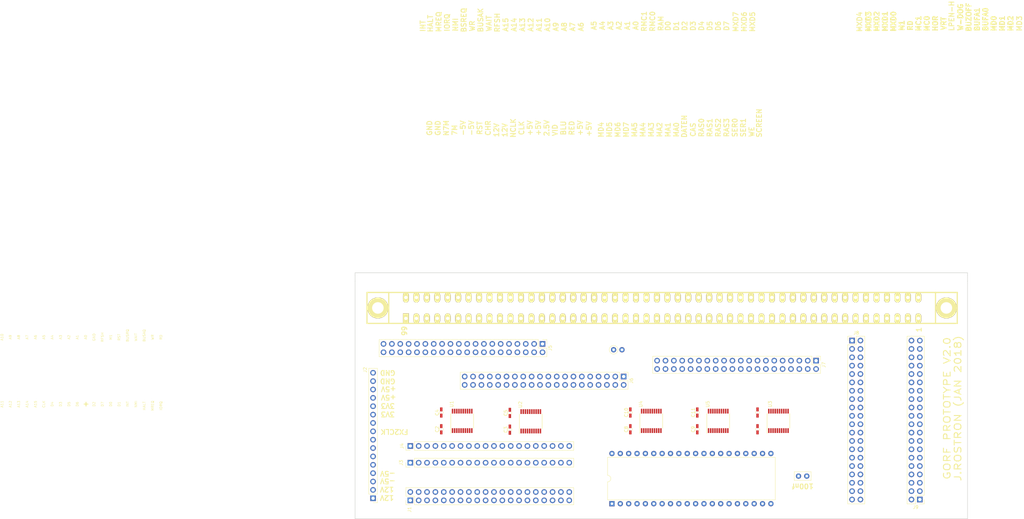
<source format=kicad_pcb>
(kicad_pcb (version 4) (host pcbnew 4.0.7)

  (general
    (links 329)
    (no_connects 329)
    (area 56.566999 44.374999 242.645001 119.201001)
    (thickness 1.6)
    (drawings 214)
    (tracks 0)
    (zones 0)
    (modules 28)
    (nets 179)
  )

  (page A4)
  (layers
    (0 F.Cu signal)
    (31 B.Cu signal)
    (33 F.Adhes user)
    (34 B.Paste user)
    (35 F.Paste user)
    (36 B.SilkS user)
    (37 F.SilkS user)
    (38 B.Mask user)
    (39 F.Mask user)
    (40 Dwgs.User user)
    (41 Cmts.User user)
    (42 Eco1.User user)
    (43 Eco2.User user)
    (44 Edge.Cuts user)
    (45 Margin user)
    (47 F.CrtYd user)
    (49 F.Fab user)
  )

  (setup
    (last_trace_width 0.254)
    (trace_clearance 0.254)
    (zone_clearance 0.508)
    (zone_45_only no)
    (trace_min 0.1524)
    (segment_width 0.2)
    (edge_width 0.15)
    (via_size 0.6858)
    (via_drill 0.3302)
    (via_min_size 0.6858)
    (via_min_drill 0.3302)
    (uvia_size 0.3)
    (uvia_drill 0.1)
    (uvias_allowed no)
    (uvia_min_size 0.2)
    (uvia_min_drill 0.1)
    (pcb_text_width 0.3)
    (pcb_text_size 1.5 1.5)
    (mod_edge_width 0.15)
    (mod_text_size 1 1)
    (mod_text_width 0.15)
    (pad_size 1.524 1.524)
    (pad_drill 0.762)
    (pad_to_mask_clearance 0.0508)
    (aux_axis_origin 0 0)
    (visible_elements 7FFFF7FF)
    (pcbplotparams
      (layerselection 0x010f0_80000001)
      (usegerberextensions false)
      (excludeedgelayer true)
      (linewidth 0.100000)
      (plotframeref false)
      (viasonmask false)
      (mode 1)
      (useauxorigin false)
      (hpglpennumber 1)
      (hpglpenspeed 20)
      (hpglpendiameter 15)
      (hpglpenoverlay 2)
      (psnegative false)
      (psa4output false)
      (plotreference true)
      (plotvalue false)
      (plotinvisibletext false)
      (padsonsilk false)
      (subtractmaskfromsilk true)
      (outputformat 1)
      (mirror false)
      (drillshape 0)
      (scaleselection 1)
      (outputdirectory GERBER/))
  )

  (net 0 "")
  (net 1 +5V)
  (net 2 GND)
  (net 3 A15)
  (net 4 A14)
  (net 5 A13)
  (net 6 A12)
  (net 7 A11)
  (net 8 10)
  (net 9 A9)
  (net 10 A8)
  (net 11 A7)
  (net 12 A6)
  (net 13 A5)
  (net 14 A4)
  (net 15 A3)
  (net 16 A2)
  (net 17 A1)
  (net 18 A0)
  (net 19 z_I_M1)
  (net 20 O_CPU_RESET)
  (net 21 z_O_INT)
  (net 22 z_I_MREQ)
  (net 23 z_I_WR)
  (net 24 z_I_RD)
  (net 25 z_I_IORQ)
  (net 26 z_OUT_BUSRQ)
  (net 27 z_I_RFSH)
  (net 28 z_O_WAIT)
  (net 29 z_I_BUSAK)
  (net 30 FX2_IO<36>)
  (net 31 FX2_IO<37>)
  (net 32 FX2_IO<38>)
  (net 33 FX2_IO<39>)
  (net 34 FX2_IO<40>)
  (net 35 z_data_io[0])
  (net 36 z_data_io[1])
  (net 37 z_data_io[2])
  (net 38 z_data_io[3])
  (net 39 z_data_io[4])
  (net 40 z_data_io[5])
  (net 41 z_data_io[6])
  (net 42 z_data_io[7])
  (net 43 FX2CLKOUT)
  (net 44 +3V3)
  (net 45 A8_5v)
  (net 46 A9_5v)
  (net 47 A10_5v)
  (net 48 A11_5v)
  (net 49 A12_5v)
  (net 50 A13_5v)
  (net 51 A14_5v)
  (net 52 A15_5v)
  (net 53 A0_5v)
  (net 54 A1_5v)
  (net 55 A2_5v)
  (net 56 A3_5v)
  (net 57 A4_5v)
  (net 58 A5_5v)
  (net 59 A6_5v)
  (net 60 A7_5v)
  (net 61 D7)
  (net 62 D6)
  (net 63 D5)
  (net 64 D4)
  (net 65 D3)
  (net 66 D2)
  (net 67 D1)
  (net 68 D0)
  (net 69 BUSRQ)
  (net 70 IORQ)
  (net 71 RD)
  (net 72 WR)
  (net 73 MREQ)
  (net 74 INT)
  (net 75 RESET)
  (net 76 M1)
  (net 77 BUSAK)
  (net 78 WAIT)
  (net 79 RFSH)
  (net 80 7M)
  (net 81 NOT_7M)
  (net 82 NOT_PHI)
  (net 83 HORIZDR)
  (net 84 VERTDR)
  (net 85 "Net-(J5-Pad17)")
  (net 86 +12V)
  (net 87 -5V)
  (net 88 S100_5V)
  (net 89 S100_RED)
  (net 90 S100_BLUE)
  (net 91 S100_VIDEO)
  (net 92 S100_2R5)
  (net 93 S100_CLK)
  (net 94 S100_OPPCLK)
  (net 95 S100_12V)
  (net 96 S100_CHROMA)
  (net 97 S100_RESET)
  (net 98 S100_MINUS5V)
  (net 99 S100_7M)
  (net 100 S100_N_7M)
  (net 101 S100_GND)
  (net 102 S100_A6)
  (net 103 S100_A7)
  (net 104 S100_A8)
  (net 105 S100_A9)
  (net 106 S100_A10)
  (net 107 S100_A11)
  (net 108 S100_A12)
  (net 109 S100_A13)
  (net 110 S100_A14)
  (net 111 S100_A15)
  (net 112 S100_RFSH)
  (net 113 S100_WAIT)
  (net 114 S100_BUSACK)
  (net 115 S100_WR)
  (net 116 S100_BUSREQ)
  (net 117 S100_NMI)
  (net 118 S100_IORQ)
  (net 119 S100_MREQ)
  (net 120 S100_HALT)
  (net 121 S100_INT)
  (net 122 S100_MXD5)
  (net 123 S100_MXD6)
  (net 124 S100_MXD7)
  (net 125 S100_D0)
  (net 126 S100_D1)
  (net 127 S100_D2)
  (net 128 S100_D3)
  (net 129 S100_D4)
  (net 130 S100_D5)
  (net 131 S100_D6)
  (net 132 S100_D7)
  (net 133 S100_SCREENR)
  (net 134 S100_RMC0)
  (net 135 S100_RMC1)
  (net 136 S100_A0)
  (net 137 S100_A1)
  (net 138 S100_A2)
  (net 139 S100_A3)
  (net 140 S100_A4)
  (net 141 S100_A5)
  (net 142 S100_MD3)
  (net 143 S100_MD2)
  (net 144 S100_MD1)
  (net 145 S100_MD0)
  (net 146 S100_BUFA0)
  (net 147 S100_BUFA1)
  (net 148 S100_BUZOFF)
  (net 149 S100_WDOG)
  (net 150 S100_LPEN)
  (net 151 S100_VERTDR)
  (net 152 S100_HORZDR)
  (net 153 S100_MC0)
  (net 154 S100_MC1)
  (net 155 S100_RD)
  (net 156 S100_M1)
  (net 157 S100_MXD0)
  (net 158 S100_MXD1)
  (net 159 S100_MXD2)
  (net 160 S100_MXD3)
  (net 161 S100_MXD4)
  (net 162 S100_ScreenRam)
  (net 163 S100_WE)
  (net 164 S100_SER1)
  (net 165 S100_SER0)
  (net 166 S100_RAS0)
  (net 167 S100_CAS)
  (net 168 S100_DATEN)
  (net 169 S100_MA0)
  (net 170 S100_MA1)
  (net 171 S100_MA2)
  (net 172 S100_MA3)
  (net 173 S100_MA4)
  (net 174 S100_MA5)
  (net 175 S100_MD7)
  (net 176 S100_MD6)
  (net 177 S100_MD5)
  (net 178 S100_MD4)

  (net_class Default "This is the default net class."
    (clearance 0.254)
    (trace_width 0.254)
    (via_dia 0.6858)
    (via_drill 0.3302)
    (uvia_dia 0.3)
    (uvia_drill 0.1)
    (add_net +12V)
    (add_net +3V3)
    (add_net +5V)
    (add_net -5V)
    (add_net 10)
    (add_net 7M)
    (add_net A0)
    (add_net A0_5v)
    (add_net A1)
    (add_net A10_5v)
    (add_net A11)
    (add_net A11_5v)
    (add_net A12)
    (add_net A12_5v)
    (add_net A13)
    (add_net A13_5v)
    (add_net A14)
    (add_net A14_5v)
    (add_net A15)
    (add_net A15_5v)
    (add_net A1_5v)
    (add_net A2)
    (add_net A2_5v)
    (add_net A3)
    (add_net A3_5v)
    (add_net A4)
    (add_net A4_5v)
    (add_net A5)
    (add_net A5_5v)
    (add_net A6)
    (add_net A6_5v)
    (add_net A7)
    (add_net A7_5v)
    (add_net A8)
    (add_net A8_5v)
    (add_net A9)
    (add_net A9_5v)
    (add_net BUSAK)
    (add_net BUSRQ)
    (add_net D0)
    (add_net D1)
    (add_net D2)
    (add_net D3)
    (add_net D4)
    (add_net D5)
    (add_net D6)
    (add_net D7)
    (add_net FX2CLKOUT)
    (add_net FX2_IO<36>)
    (add_net FX2_IO<37>)
    (add_net FX2_IO<38>)
    (add_net FX2_IO<39>)
    (add_net FX2_IO<40>)
    (add_net GND)
    (add_net HORIZDR)
    (add_net INT)
    (add_net IORQ)
    (add_net M1)
    (add_net MREQ)
    (add_net NOT_7M)
    (add_net NOT_PHI)
    (add_net "Net-(J5-Pad17)")
    (add_net O_CPU_RESET)
    (add_net RD)
    (add_net RESET)
    (add_net RFSH)
    (add_net S100_12V)
    (add_net S100_2R5)
    (add_net S100_5V)
    (add_net S100_7M)
    (add_net S100_A0)
    (add_net S100_A1)
    (add_net S100_A10)
    (add_net S100_A11)
    (add_net S100_A12)
    (add_net S100_A13)
    (add_net S100_A14)
    (add_net S100_A15)
    (add_net S100_A2)
    (add_net S100_A3)
    (add_net S100_A4)
    (add_net S100_A5)
    (add_net S100_A6)
    (add_net S100_A7)
    (add_net S100_A8)
    (add_net S100_A9)
    (add_net S100_BLUE)
    (add_net S100_BUFA0)
    (add_net S100_BUFA1)
    (add_net S100_BUSACK)
    (add_net S100_BUSREQ)
    (add_net S100_BUZOFF)
    (add_net S100_CAS)
    (add_net S100_CHROMA)
    (add_net S100_CLK)
    (add_net S100_D0)
    (add_net S100_D1)
    (add_net S100_D2)
    (add_net S100_D3)
    (add_net S100_D4)
    (add_net S100_D5)
    (add_net S100_D6)
    (add_net S100_D7)
    (add_net S100_DATEN)
    (add_net S100_GND)
    (add_net S100_HALT)
    (add_net S100_HORZDR)
    (add_net S100_INT)
    (add_net S100_IORQ)
    (add_net S100_LPEN)
    (add_net S100_M1)
    (add_net S100_MA0)
    (add_net S100_MA1)
    (add_net S100_MA2)
    (add_net S100_MA3)
    (add_net S100_MA4)
    (add_net S100_MA5)
    (add_net S100_MC0)
    (add_net S100_MC1)
    (add_net S100_MD0)
    (add_net S100_MD1)
    (add_net S100_MD2)
    (add_net S100_MD3)
    (add_net S100_MD4)
    (add_net S100_MD5)
    (add_net S100_MD6)
    (add_net S100_MD7)
    (add_net S100_MINUS5V)
    (add_net S100_MREQ)
    (add_net S100_MXD0)
    (add_net S100_MXD1)
    (add_net S100_MXD2)
    (add_net S100_MXD3)
    (add_net S100_MXD4)
    (add_net S100_MXD5)
    (add_net S100_MXD6)
    (add_net S100_MXD7)
    (add_net S100_NMI)
    (add_net S100_N_7M)
    (add_net S100_OPPCLK)
    (add_net S100_RAS0)
    (add_net S100_RD)
    (add_net S100_RED)
    (add_net S100_RESET)
    (add_net S100_RFSH)
    (add_net S100_RMC0)
    (add_net S100_RMC1)
    (add_net S100_SCREENR)
    (add_net S100_SER0)
    (add_net S100_SER1)
    (add_net S100_ScreenRam)
    (add_net S100_VERTDR)
    (add_net S100_VIDEO)
    (add_net S100_WAIT)
    (add_net S100_WDOG)
    (add_net S100_WE)
    (add_net S100_WR)
    (add_net VERTDR)
    (add_net WAIT)
    (add_net WR)
    (add_net z_I_BUSAK)
    (add_net z_I_IORQ)
    (add_net z_I_M1)
    (add_net z_I_MREQ)
    (add_net z_I_RD)
    (add_net z_I_RFSH)
    (add_net z_I_WR)
    (add_net z_OUT_BUSRQ)
    (add_net z_O_INT)
    (add_net z_O_WAIT)
    (add_net z_data_io[0])
    (add_net z_data_io[1])
    (add_net z_data_io[2])
    (add_net z_data_io[3])
    (add_net z_data_io[4])
    (add_net z_data_io[5])
    (add_net z_data_io[6])
    (add_net z_data_io[7])
  )

  (module Socket_Strips:Socket_Strip_Straight_1x16_Pitch2.54mm (layer F.Cu) (tedit 5A4B490B) (tstamp 5A4790EC)
    (at 62.103 112.903 180)
    (descr "Through hole straight socket strip, 1x16, 2.54mm pitch, single row")
    (tags "Through hole socket strip THT 1x16 2.54mm single row")
    (path /5A450433)
    (fp_text reference J2 (at 2.413 38.989 270) (layer F.SilkS)
      (effects (font (size 1 1) (thickness 0.15)))
    )
    (fp_text value Conn_01x16 (at 2.921 17.653 270) (layer F.Fab) hide
      (effects (font (size 1 1) (thickness 0.15)))
    )
    (fp_line (start -1.27 -1.27) (end -1.27 39.37) (layer F.Fab) (width 0.1))
    (fp_line (start -1.27 39.37) (end 1.27 39.37) (layer F.Fab) (width 0.1))
    (fp_line (start 1.27 39.37) (end 1.27 -1.27) (layer F.Fab) (width 0.1))
    (fp_line (start 1.27 -1.27) (end -1.27 -1.27) (layer F.Fab) (width 0.1))
    (fp_line (start -1.33 1.27) (end -1.33 39.43) (layer F.SilkS) (width 0.12))
    (fp_line (start -1.33 39.43) (end 1.33 39.43) (layer F.SilkS) (width 0.12))
    (fp_line (start 1.33 39.43) (end 1.33 1.27) (layer F.SilkS) (width 0.12))
    (fp_line (start 1.33 1.27) (end -1.33 1.27) (layer F.SilkS) (width 0.12))
    (fp_line (start -1.33 0) (end -1.33 -1.33) (layer F.SilkS) (width 0.12))
    (fp_line (start -1.33 -1.33) (end 0 -1.33) (layer F.SilkS) (width 0.12))
    (fp_line (start -1.8 -1.8) (end -1.8 39.9) (layer F.CrtYd) (width 0.05))
    (fp_line (start -1.8 39.9) (end 1.8 39.9) (layer F.CrtYd) (width 0.05))
    (fp_line (start 1.8 39.9) (end 1.8 -1.8) (layer F.CrtYd) (width 0.05))
    (fp_line (start 1.8 -1.8) (end -1.8 -1.8) (layer F.CrtYd) (width 0.05))
    (fp_text user %R (at 0 -2.33 180) (layer F.Fab)
      (effects (font (size 1 1) (thickness 0.15)))
    )
    (pad 1 thru_hole rect (at 0 0 180) (size 1.7 1.7) (drill 1) (layers *.Cu *.Mask)
      (net 86 +12V))
    (pad 2 thru_hole oval (at 0 2.54 180) (size 1.7 1.7) (drill 1) (layers *.Cu *.Mask)
      (net 86 +12V))
    (pad 3 thru_hole oval (at 0 5.08 180) (size 1.7 1.7) (drill 1) (layers *.Cu *.Mask)
      (net 87 -5V))
    (pad 4 thru_hole oval (at 0 7.62 180) (size 1.7 1.7) (drill 1) (layers *.Cu *.Mask)
      (net 87 -5V))
    (pad 5 thru_hole oval (at 0 10.16 180) (size 1.7 1.7) (drill 1) (layers *.Cu *.Mask))
    (pad 6 thru_hole oval (at 0 12.7 180) (size 1.7 1.7) (drill 1) (layers *.Cu *.Mask))
    (pad 7 thru_hole oval (at 0 15.24 180) (size 1.7 1.7) (drill 1) (layers *.Cu *.Mask))
    (pad 8 thru_hole oval (at 0 17.78 180) (size 1.7 1.7) (drill 1) (layers *.Cu *.Mask))
    (pad 9 thru_hole oval (at 0 20.32 180) (size 1.7 1.7) (drill 1) (layers *.Cu *.Mask)
      (net 43 FX2CLKOUT))
    (pad 10 thru_hole oval (at 0 22.86 180) (size 1.7 1.7) (drill 1) (layers *.Cu *.Mask))
    (pad 11 thru_hole oval (at 0 25.4 180) (size 1.7 1.7) (drill 1) (layers *.Cu *.Mask)
      (net 44 +3V3))
    (pad 12 thru_hole oval (at 0 27.94 180) (size 1.7 1.7) (drill 1) (layers *.Cu *.Mask)
      (net 44 +3V3))
    (pad 13 thru_hole oval (at 0 30.48 180) (size 1.7 1.7) (drill 1) (layers *.Cu *.Mask)
      (net 1 +5V))
    (pad 14 thru_hole oval (at 0 33.02 180) (size 1.7 1.7) (drill 1) (layers *.Cu *.Mask)
      (net 1 +5V))
    (pad 15 thru_hole oval (at 0 35.56 180) (size 1.7 1.7) (drill 1) (layers *.Cu *.Mask)
      (net 2 GND))
    (pad 16 thru_hole oval (at 0 38.1 180) (size 1.7 1.7) (drill 1) (layers *.Cu *.Mask)
      (net 2 GND))
    (model ${KISYS3DMOD}/Socket_Strips.3dshapes/Socket_Strip_Straight_1x16_Pitch2.54mm.wrl
      (at (xyz 0 -0.75 0))
      (scale (xyz 1 1 1))
      (rotate (xyz 0 0 270))
    )
  )

  (module Housings_SSOP:TSSOP-20_4.4x6.5mm_Pitch0.65mm (layer F.Cu) (tedit 5A4A27B4) (tstamp 5A4754C4)
    (at 109.982 89.535 90)
    (descr "20-Lead Plastic Thin Shrink Small Outline (ST)-4.4 mm Body [TSSOP] (see Microchip Packaging Specification 00000049BS.pdf)")
    (tags "SSOP 0.65")
    (path /5A475CC3)
    (attr smd)
    (fp_text reference U2 (at 5.08 -3.175 90) (layer F.SilkS)
      (effects (font (size 1 1) (thickness 0.15)))
    )
    (fp_text value TXB0108 (at 0 4.3 90) (layer F.Fab) hide
      (effects (font (size 1 1) (thickness 0.15)))
    )
    (fp_line (start -1.2 -3.25) (end 2.2 -3.25) (layer F.Fab) (width 0.15))
    (fp_line (start 2.2 -3.25) (end 2.2 3.25) (layer F.Fab) (width 0.15))
    (fp_line (start 2.2 3.25) (end -2.2 3.25) (layer F.Fab) (width 0.15))
    (fp_line (start -2.2 3.25) (end -2.2 -2.25) (layer F.Fab) (width 0.15))
    (fp_line (start -2.2 -2.25) (end -1.2 -3.25) (layer F.Fab) (width 0.15))
    (fp_line (start -3.95 -3.55) (end -3.95 3.55) (layer F.CrtYd) (width 0.05))
    (fp_line (start 3.95 -3.55) (end 3.95 3.55) (layer F.CrtYd) (width 0.05))
    (fp_line (start -3.95 -3.55) (end 3.95 -3.55) (layer F.CrtYd) (width 0.05))
    (fp_line (start -3.95 3.55) (end 3.95 3.55) (layer F.CrtYd) (width 0.05))
    (fp_line (start -2.225 3.45) (end 2.225 3.45) (layer F.SilkS) (width 0.15))
    (fp_line (start -3.75 -3.45) (end 2.225 -3.45) (layer F.SilkS) (width 0.15))
    (fp_text user %R (at 0 -1.905 90) (layer F.Fab)
      (effects (font (size 0.8 0.8) (thickness 0.15)))
    )
    (pad 1 smd rect (at -2.95 -2.925 90) (size 1.45 0.45) (layers F.Cu F.Paste F.Mask)
      (net 11 A7))
    (pad 2 smd rect (at -2.95 -2.275 90) (size 1.45 0.45) (layers F.Cu F.Paste F.Mask)
      (net 44 +3V3))
    (pad 3 smd rect (at -2.95 -1.625 90) (size 1.45 0.45) (layers F.Cu F.Paste F.Mask)
      (net 12 A6))
    (pad 4 smd rect (at -2.95 -0.975 90) (size 1.45 0.45) (layers F.Cu F.Paste F.Mask)
      (net 13 A5))
    (pad 5 smd rect (at -2.95 -0.325 90) (size 1.45 0.45) (layers F.Cu F.Paste F.Mask)
      (net 14 A4))
    (pad 6 smd rect (at -2.95 0.325 90) (size 1.45 0.45) (layers F.Cu F.Paste F.Mask)
      (net 15 A3))
    (pad 7 smd rect (at -2.95 0.975 90) (size 1.45 0.45) (layers F.Cu F.Paste F.Mask)
      (net 16 A2))
    (pad 8 smd rect (at -2.95 1.625 90) (size 1.45 0.45) (layers F.Cu F.Paste F.Mask)
      (net 17 A1))
    (pad 9 smd rect (at -2.95 2.275 90) (size 1.45 0.45) (layers F.Cu F.Paste F.Mask)
      (net 18 A0))
    (pad 10 smd rect (at -2.95 2.925 90) (size 1.45 0.45) (layers F.Cu F.Paste F.Mask)
      (net 44 +3V3))
    (pad 11 smd rect (at 2.95 2.925 90) (size 1.45 0.45) (layers F.Cu F.Paste F.Mask)
      (net 2 GND))
    (pad 12 smd rect (at 2.95 2.275 90) (size 1.45 0.45) (layers F.Cu F.Paste F.Mask)
      (net 53 A0_5v))
    (pad 13 smd rect (at 2.95 1.625 90) (size 1.45 0.45) (layers F.Cu F.Paste F.Mask)
      (net 54 A1_5v))
    (pad 14 smd rect (at 2.95 0.975 90) (size 1.45 0.45) (layers F.Cu F.Paste F.Mask)
      (net 55 A2_5v))
    (pad 15 smd rect (at 2.95 0.325 90) (size 1.45 0.45) (layers F.Cu F.Paste F.Mask)
      (net 56 A3_5v))
    (pad 16 smd rect (at 2.95 -0.325 90) (size 1.45 0.45) (layers F.Cu F.Paste F.Mask)
      (net 57 A4_5v))
    (pad 17 smd rect (at 2.95 -0.975 90) (size 1.45 0.45) (layers F.Cu F.Paste F.Mask)
      (net 58 A5_5v))
    (pad 18 smd rect (at 2.95 -1.625 90) (size 1.45 0.45) (layers F.Cu F.Paste F.Mask)
      (net 59 A6_5v))
    (pad 19 smd rect (at 2.95 -2.275 90) (size 1.45 0.45) (layers F.Cu F.Paste F.Mask)
      (net 1 +5V))
    (pad 20 smd rect (at 2.95 -2.925 90) (size 1.45 0.45) (layers F.Cu F.Paste F.Mask)
      (net 60 A7_5v))
    (model ${KISYS3DMOD}/Housings_SSOP.3dshapes/TSSOP-20_4.4x6.5mm_Pitch0.65mm.wrl
      (at (xyz 0 0 0))
      (scale (xyz 1 1 1))
      (rotate (xyz 0 0 0))
    )
  )

  (module Housings_SSOP:TSSOP-20_4.4x6.5mm_Pitch0.65mm (layer F.Cu) (tedit 5A4B3D64) (tstamp 5A4754AC)
    (at 89.154 89.408 90)
    (descr "20-Lead Plastic Thin Shrink Small Outline (ST)-4.4 mm Body [TSSOP] (see Microchip Packaging Specification 00000049BS.pdf)")
    (tags "SSOP 0.65")
    (path /5A47506C)
    (attr smd)
    (fp_text reference U1 (at 5.08 -3.175 90) (layer F.SilkS)
      (effects (font (size 1 1) (thickness 0.15)))
    )
    (fp_text value TXB0108 (at 0 4.3 90) (layer F.Fab) hide
      (effects (font (size 1 1) (thickness 0.15)))
    )
    (fp_line (start -1.2 -3.25) (end 2.2 -3.25) (layer F.Fab) (width 0.15))
    (fp_line (start 2.2 -3.25) (end 2.2 3.25) (layer F.Fab) (width 0.15))
    (fp_line (start 2.2 3.25) (end -2.2 3.25) (layer F.Fab) (width 0.15))
    (fp_line (start -2.2 3.25) (end -2.2 -2.25) (layer F.Fab) (width 0.15))
    (fp_line (start -2.2 -2.25) (end -1.2 -3.25) (layer F.Fab) (width 0.15))
    (fp_line (start -3.95 -3.55) (end -3.95 3.55) (layer F.CrtYd) (width 0.05))
    (fp_line (start 3.95 -3.55) (end 3.95 3.55) (layer F.CrtYd) (width 0.05))
    (fp_line (start -3.95 -3.55) (end 3.95 -3.55) (layer F.CrtYd) (width 0.05))
    (fp_line (start -3.95 3.55) (end 3.95 3.55) (layer F.CrtYd) (width 0.05))
    (fp_line (start -2.225 3.45) (end 2.225 3.45) (layer F.SilkS) (width 0.15))
    (fp_line (start -3.75 -3.45) (end 2.225 -3.45) (layer F.SilkS) (width 0.15))
    (fp_text user %R (at 0.254 0.508 90) (layer F.Fab)
      (effects (font (size 0.8 0.8) (thickness 0.15)))
    )
    (pad 1 smd rect (at -2.95 -2.925 90) (size 1.45 0.45) (layers F.Cu F.Paste F.Mask)
      (net 3 A15))
    (pad 2 smd rect (at -2.95 -2.275 90) (size 1.45 0.45) (layers F.Cu F.Paste F.Mask)
      (net 44 +3V3))
    (pad 3 smd rect (at -2.95 -1.625 90) (size 1.45 0.45) (layers F.Cu F.Paste F.Mask)
      (net 4 A14))
    (pad 4 smd rect (at -2.95 -0.975 90) (size 1.45 0.45) (layers F.Cu F.Paste F.Mask)
      (net 5 A13))
    (pad 5 smd rect (at -2.95 -0.325 90) (size 1.45 0.45) (layers F.Cu F.Paste F.Mask)
      (net 6 A12))
    (pad 6 smd rect (at -2.95 0.325 90) (size 1.45 0.45) (layers F.Cu F.Paste F.Mask)
      (net 7 A11))
    (pad 7 smd rect (at -2.95 0.975 90) (size 1.45 0.45) (layers F.Cu F.Paste F.Mask)
      (net 8 10))
    (pad 8 smd rect (at -2.95 1.625 90) (size 1.45 0.45) (layers F.Cu F.Paste F.Mask)
      (net 9 A9))
    (pad 9 smd rect (at -2.95 2.275 90) (size 1.45 0.45) (layers F.Cu F.Paste F.Mask)
      (net 10 A8))
    (pad 10 smd rect (at -2.95 2.925 90) (size 1.45 0.45) (layers F.Cu F.Paste F.Mask)
      (net 44 +3V3))
    (pad 11 smd rect (at 2.95 2.925 90) (size 1.45 0.45) (layers F.Cu F.Paste F.Mask)
      (net 2 GND))
    (pad 12 smd rect (at 2.95 2.275 90) (size 1.45 0.45) (layers F.Cu F.Paste F.Mask)
      (net 45 A8_5v))
    (pad 13 smd rect (at 2.95 1.625 90) (size 1.45 0.45) (layers F.Cu F.Paste F.Mask)
      (net 46 A9_5v))
    (pad 14 smd rect (at 2.95 0.975 90) (size 1.45 0.45) (layers F.Cu F.Paste F.Mask)
      (net 47 A10_5v))
    (pad 15 smd rect (at 2.95 0.325 90) (size 1.45 0.45) (layers F.Cu F.Paste F.Mask)
      (net 48 A11_5v))
    (pad 16 smd rect (at 2.95 -0.325 90) (size 1.45 0.45) (layers F.Cu F.Paste F.Mask)
      (net 49 A12_5v))
    (pad 17 smd rect (at 2.95 -0.975 90) (size 1.45 0.45) (layers F.Cu F.Paste F.Mask)
      (net 50 A13_5v))
    (pad 18 smd rect (at 2.95 -1.625 90) (size 1.45 0.45) (layers F.Cu F.Paste F.Mask)
      (net 51 A14_5v))
    (pad 19 smd rect (at 2.95 -2.275 90) (size 1.45 0.45) (layers F.Cu F.Paste F.Mask)
      (net 1 +5V))
    (pad 20 smd rect (at 2.95 -2.925 90) (size 1.45 0.45) (layers F.Cu F.Paste F.Mask)
      (net 52 A15_5v))
    (model ${KISYS3DMOD}/Housings_SSOP.3dshapes/TSSOP-20_4.4x6.5mm_Pitch0.65mm.wrl
      (at (xyz 0 0 0))
      (scale (xyz 1 1 1))
      (rotate (xyz 0 0 0))
    )
  )

  (module Housings_SSOP:TSSOP-20_4.4x6.5mm_Pitch0.65mm (layer F.Cu) (tedit 5A4B4654) (tstamp 5A4754DC)
    (at 185.166 89.408 90)
    (descr "20-Lead Plastic Thin Shrink Small Outline (ST)-4.4 mm Body [TSSOP] (see Microchip Packaging Specification 00000049BS.pdf)")
    (tags "SSOP 0.65")
    (path /5A476212)
    (attr smd)
    (fp_text reference U3 (at 5.08 -2.54 90) (layer F.SilkS)
      (effects (font (size 1 1) (thickness 0.15)))
    )
    (fp_text value TXB0108 (at 0 4.3 90) (layer F.Fab) hide
      (effects (font (size 1 1) (thickness 0.15)))
    )
    (fp_line (start -1.2 -3.25) (end 2.2 -3.25) (layer F.Fab) (width 0.15))
    (fp_line (start 2.2 -3.25) (end 2.2 3.25) (layer F.Fab) (width 0.15))
    (fp_line (start 2.2 3.25) (end -2.2 3.25) (layer F.Fab) (width 0.15))
    (fp_line (start -2.2 3.25) (end -2.2 -2.25) (layer F.Fab) (width 0.15))
    (fp_line (start -2.2 -2.25) (end -1.2 -3.25) (layer F.Fab) (width 0.15))
    (fp_line (start -3.95 -3.55) (end -3.95 3.55) (layer F.CrtYd) (width 0.05))
    (fp_line (start 3.95 -3.55) (end 3.95 3.55) (layer F.CrtYd) (width 0.05))
    (fp_line (start -3.95 -3.55) (end 3.95 -3.55) (layer F.CrtYd) (width 0.05))
    (fp_line (start -3.95 3.55) (end 3.95 3.55) (layer F.CrtYd) (width 0.05))
    (fp_line (start -2.225 3.45) (end 2.225 3.45) (layer F.SilkS) (width 0.15))
    (fp_line (start -3.75 -3.45) (end 2.225 -3.45) (layer F.SilkS) (width 0.15))
    (fp_text user %R (at -0.254 1.524 90) (layer F.Fab)
      (effects (font (size 0.8 0.8) (thickness 0.15)))
    )
    (pad 1 smd rect (at -2.95 -2.925 90) (size 1.45 0.45) (layers F.Cu F.Paste F.Mask)
      (net 35 z_data_io[0]))
    (pad 2 smd rect (at -2.95 -2.275 90) (size 1.45 0.45) (layers F.Cu F.Paste F.Mask)
      (net 44 +3V3))
    (pad 3 smd rect (at -2.95 -1.625 90) (size 1.45 0.45) (layers F.Cu F.Paste F.Mask)
      (net 36 z_data_io[1]))
    (pad 4 smd rect (at -2.95 -0.975 90) (size 1.45 0.45) (layers F.Cu F.Paste F.Mask)
      (net 37 z_data_io[2]))
    (pad 5 smd rect (at -2.95 -0.325 90) (size 1.45 0.45) (layers F.Cu F.Paste F.Mask)
      (net 38 z_data_io[3]))
    (pad 6 smd rect (at -2.95 0.325 90) (size 1.45 0.45) (layers F.Cu F.Paste F.Mask)
      (net 39 z_data_io[4]))
    (pad 7 smd rect (at -2.95 0.975 90) (size 1.45 0.45) (layers F.Cu F.Paste F.Mask)
      (net 40 z_data_io[5]))
    (pad 8 smd rect (at -2.95 1.625 90) (size 1.45 0.45) (layers F.Cu F.Paste F.Mask)
      (net 41 z_data_io[6]))
    (pad 9 smd rect (at -2.95 2.275 90) (size 1.45 0.45) (layers F.Cu F.Paste F.Mask)
      (net 42 z_data_io[7]))
    (pad 10 smd rect (at -2.95 2.925 90) (size 1.45 0.45) (layers F.Cu F.Paste F.Mask)
      (net 44 +3V3))
    (pad 11 smd rect (at 2.95 2.925 90) (size 1.45 0.45) (layers F.Cu F.Paste F.Mask)
      (net 2 GND))
    (pad 12 smd rect (at 2.95 2.275 90) (size 1.45 0.45) (layers F.Cu F.Paste F.Mask)
      (net 61 D7))
    (pad 13 smd rect (at 2.95 1.625 90) (size 1.45 0.45) (layers F.Cu F.Paste F.Mask)
      (net 62 D6))
    (pad 14 smd rect (at 2.95 0.975 90) (size 1.45 0.45) (layers F.Cu F.Paste F.Mask)
      (net 63 D5))
    (pad 15 smd rect (at 2.95 0.325 90) (size 1.45 0.45) (layers F.Cu F.Paste F.Mask)
      (net 64 D4))
    (pad 16 smd rect (at 2.95 -0.325 90) (size 1.45 0.45) (layers F.Cu F.Paste F.Mask)
      (net 65 D3))
    (pad 17 smd rect (at 2.95 -0.975 90) (size 1.45 0.45) (layers F.Cu F.Paste F.Mask)
      (net 66 D2))
    (pad 18 smd rect (at 2.95 -1.625 90) (size 1.45 0.45) (layers F.Cu F.Paste F.Mask)
      (net 67 D1))
    (pad 19 smd rect (at 2.95 -2.275 90) (size 1.45 0.45) (layers F.Cu F.Paste F.Mask)
      (net 1 +5V))
    (pad 20 smd rect (at 2.95 -2.925 90) (size 1.45 0.45) (layers F.Cu F.Paste F.Mask)
      (net 68 D0))
    (model ${KISYS3DMOD}/Housings_SSOP.3dshapes/TSSOP-20_4.4x6.5mm_Pitch0.65mm.wrl
      (at (xyz 0 0 0))
      (scale (xyz 1 1 1))
      (rotate (xyz 0 0 0))
    )
  )

  (module Housings_SSOP:TSSOP-20_4.4x6.5mm_Pitch0.65mm (layer F.Cu) (tedit 5A4A296D) (tstamp 5A4754F4)
    (at 146.558 89.408 90)
    (descr "20-Lead Plastic Thin Shrink Small Outline (ST)-4.4 mm Body [TSSOP] (see Microchip Packaging Specification 00000049BS.pdf)")
    (tags "SSOP 0.65")
    (path /5A47635A)
    (attr smd)
    (fp_text reference U4 (at 5.08 -3.175 90) (layer F.SilkS)
      (effects (font (size 1 1) (thickness 0.15)))
    )
    (fp_text value TXB0108 (at 0 4.3 90) (layer F.Fab) hide
      (effects (font (size 1 1) (thickness 0.15)))
    )
    (fp_line (start -1.2 -3.25) (end 2.2 -3.25) (layer F.Fab) (width 0.15))
    (fp_line (start 2.2 -3.25) (end 2.2 3.25) (layer F.Fab) (width 0.15))
    (fp_line (start 2.2 3.25) (end -2.2 3.25) (layer F.Fab) (width 0.15))
    (fp_line (start -2.2 3.25) (end -2.2 -2.25) (layer F.Fab) (width 0.15))
    (fp_line (start -2.2 -2.25) (end -1.2 -3.25) (layer F.Fab) (width 0.15))
    (fp_line (start -3.95 -3.55) (end -3.95 3.55) (layer F.CrtYd) (width 0.05))
    (fp_line (start 3.95 -3.55) (end 3.95 3.55) (layer F.CrtYd) (width 0.05))
    (fp_line (start -3.95 -3.55) (end 3.95 -3.55) (layer F.CrtYd) (width 0.05))
    (fp_line (start -3.95 3.55) (end 3.95 3.55) (layer F.CrtYd) (width 0.05))
    (fp_line (start -2.225 3.45) (end 2.225 3.45) (layer F.SilkS) (width 0.15))
    (fp_line (start -3.75 -3.45) (end 2.225 -3.45) (layer F.SilkS) (width 0.15))
    (fp_text user %R (at 0 0 90) (layer F.Fab)
      (effects (font (size 0.8 0.8) (thickness 0.15)))
    )
    (pad 1 smd rect (at -2.95 -2.925 90) (size 1.45 0.45) (layers F.Cu F.Paste F.Mask)
      (net 19 z_I_M1))
    (pad 2 smd rect (at -2.95 -2.275 90) (size 1.45 0.45) (layers F.Cu F.Paste F.Mask)
      (net 44 +3V3))
    (pad 3 smd rect (at -2.95 -1.625 90) (size 1.45 0.45) (layers F.Cu F.Paste F.Mask)
      (net 20 O_CPU_RESET))
    (pad 4 smd rect (at -2.95 -0.975 90) (size 1.45 0.45) (layers F.Cu F.Paste F.Mask)
      (net 21 z_O_INT))
    (pad 5 smd rect (at -2.95 -0.325 90) (size 1.45 0.45) (layers F.Cu F.Paste F.Mask)
      (net 22 z_I_MREQ))
    (pad 6 smd rect (at -2.95 0.325 90) (size 1.45 0.45) (layers F.Cu F.Paste F.Mask)
      (net 23 z_I_WR))
    (pad 7 smd rect (at -2.95 0.975 90) (size 1.45 0.45) (layers F.Cu F.Paste F.Mask)
      (net 24 z_I_RD))
    (pad 8 smd rect (at -2.95 1.625 90) (size 1.45 0.45) (layers F.Cu F.Paste F.Mask)
      (net 25 z_I_IORQ))
    (pad 9 smd rect (at -2.95 2.275 90) (size 1.45 0.45) (layers F.Cu F.Paste F.Mask)
      (net 26 z_OUT_BUSRQ))
    (pad 10 smd rect (at -2.95 2.925 90) (size 1.45 0.45) (layers F.Cu F.Paste F.Mask)
      (net 44 +3V3))
    (pad 11 smd rect (at 2.95 2.925 90) (size 1.45 0.45) (layers F.Cu F.Paste F.Mask)
      (net 2 GND))
    (pad 12 smd rect (at 2.95 2.275 90) (size 1.45 0.45) (layers F.Cu F.Paste F.Mask)
      (net 69 BUSRQ))
    (pad 13 smd rect (at 2.95 1.625 90) (size 1.45 0.45) (layers F.Cu F.Paste F.Mask)
      (net 70 IORQ))
    (pad 14 smd rect (at 2.95 0.975 90) (size 1.45 0.45) (layers F.Cu F.Paste F.Mask)
      (net 71 RD))
    (pad 15 smd rect (at 2.95 0.325 90) (size 1.45 0.45) (layers F.Cu F.Paste F.Mask)
      (net 72 WR))
    (pad 16 smd rect (at 2.95 -0.325 90) (size 1.45 0.45) (layers F.Cu F.Paste F.Mask)
      (net 73 MREQ))
    (pad 17 smd rect (at 2.95 -0.975 90) (size 1.45 0.45) (layers F.Cu F.Paste F.Mask)
      (net 74 INT))
    (pad 18 smd rect (at 2.95 -1.625 90) (size 1.45 0.45) (layers F.Cu F.Paste F.Mask)
      (net 75 RESET))
    (pad 19 smd rect (at 2.95 -2.275 90) (size 1.45 0.45) (layers F.Cu F.Paste F.Mask)
      (net 1 +5V))
    (pad 20 smd rect (at 2.95 -2.925 90) (size 1.45 0.45) (layers F.Cu F.Paste F.Mask)
      (net 76 M1))
    (model ${KISYS3DMOD}/Housings_SSOP.3dshapes/TSSOP-20_4.4x6.5mm_Pitch0.65mm.wrl
      (at (xyz 0 0 0))
      (scale (xyz 1 1 1))
      (rotate (xyz 0 0 0))
    )
  )

  (module Housings_SSOP:TSSOP-20_4.4x6.5mm_Pitch0.65mm (layer F.Cu) (tedit 5A4B48DB) (tstamp 5A47550C)
    (at 166.878 89.408 90)
    (descr "20-Lead Plastic Thin Shrink Small Outline (ST)-4.4 mm Body [TSSOP] (see Microchip Packaging Specification 00000049BS.pdf)")
    (tags "SSOP 0.65")
    (path /5A4752CE)
    (attr smd)
    (fp_text reference U5 (at 5.08 -3.175 90) (layer F.SilkS)
      (effects (font (size 1 1) (thickness 0.15)))
    )
    (fp_text value TXB0108 (at 0 4.3 90) (layer F.Fab) hide
      (effects (font (size 1 1) (thickness 0.15)))
    )
    (fp_line (start -1.2 -3.25) (end 2.2 -3.25) (layer F.Fab) (width 0.15))
    (fp_line (start 2.2 -3.25) (end 2.2 3.25) (layer F.Fab) (width 0.15))
    (fp_line (start 2.2 3.25) (end -2.2 3.25) (layer F.Fab) (width 0.15))
    (fp_line (start -2.2 3.25) (end -2.2 -2.25) (layer F.Fab) (width 0.15))
    (fp_line (start -2.2 -2.25) (end -1.2 -3.25) (layer F.Fab) (width 0.15))
    (fp_line (start -3.95 -3.55) (end -3.95 3.55) (layer F.CrtYd) (width 0.05))
    (fp_line (start 3.95 -3.55) (end 3.95 3.55) (layer F.CrtYd) (width 0.05))
    (fp_line (start -3.95 -3.55) (end 3.95 -3.55) (layer F.CrtYd) (width 0.05))
    (fp_line (start -3.95 3.55) (end 3.95 3.55) (layer F.CrtYd) (width 0.05))
    (fp_line (start -2.225 3.45) (end 2.225 3.45) (layer F.SilkS) (width 0.15))
    (fp_line (start -3.75 -3.45) (end 2.225 -3.45) (layer F.SilkS) (width 0.15))
    (fp_text user %R (at -0.254 0.508 90) (layer F.Fab)
      (effects (font (size 0.8 0.8) (thickness 0.15)))
    )
    (pad 1 smd rect (at -2.95 -2.925 90) (size 1.45 0.45) (layers F.Cu F.Paste F.Mask)
      (net 27 z_I_RFSH))
    (pad 2 smd rect (at -2.95 -2.275 90) (size 1.45 0.45) (layers F.Cu F.Paste F.Mask)
      (net 44 +3V3))
    (pad 3 smd rect (at -2.95 -1.625 90) (size 1.45 0.45) (layers F.Cu F.Paste F.Mask)
      (net 28 z_O_WAIT))
    (pad 4 smd rect (at -2.95 -0.975 90) (size 1.45 0.45) (layers F.Cu F.Paste F.Mask)
      (net 29 z_I_BUSAK))
    (pad 5 smd rect (at -2.95 -0.325 90) (size 1.45 0.45) (layers F.Cu F.Paste F.Mask)
      (net 30 FX2_IO<36>))
    (pad 6 smd rect (at -2.95 0.325 90) (size 1.45 0.45) (layers F.Cu F.Paste F.Mask)
      (net 31 FX2_IO<37>))
    (pad 7 smd rect (at -2.95 0.975 90) (size 1.45 0.45) (layers F.Cu F.Paste F.Mask)
      (net 32 FX2_IO<38>))
    (pad 8 smd rect (at -2.95 1.625 90) (size 1.45 0.45) (layers F.Cu F.Paste F.Mask)
      (net 33 FX2_IO<39>))
    (pad 9 smd rect (at -2.95 2.275 90) (size 1.45 0.45) (layers F.Cu F.Paste F.Mask)
      (net 34 FX2_IO<40>))
    (pad 10 smd rect (at -2.95 2.925 90) (size 1.45 0.45) (layers F.Cu F.Paste F.Mask)
      (net 44 +3V3))
    (pad 11 smd rect (at 2.95 2.925 90) (size 1.45 0.45) (layers F.Cu F.Paste F.Mask)
      (net 2 GND))
    (pad 12 smd rect (at 2.95 2.275 90) (size 1.45 0.45) (layers F.Cu F.Paste F.Mask)
      (net 84 VERTDR))
    (pad 13 smd rect (at 2.95 1.625 90) (size 1.45 0.45) (layers F.Cu F.Paste F.Mask)
      (net 83 HORIZDR))
    (pad 14 smd rect (at 2.95 0.975 90) (size 1.45 0.45) (layers F.Cu F.Paste F.Mask)
      (net 82 NOT_PHI))
    (pad 15 smd rect (at 2.95 0.325 90) (size 1.45 0.45) (layers F.Cu F.Paste F.Mask)
      (net 81 NOT_7M))
    (pad 16 smd rect (at 2.95 -0.325 90) (size 1.45 0.45) (layers F.Cu F.Paste F.Mask)
      (net 80 7M))
    (pad 17 smd rect (at 2.95 -0.975 90) (size 1.45 0.45) (layers F.Cu F.Paste F.Mask)
      (net 77 BUSAK))
    (pad 18 smd rect (at 2.95 -1.625 90) (size 1.45 0.45) (layers F.Cu F.Paste F.Mask)
      (net 78 WAIT))
    (pad 19 smd rect (at 2.95 -2.275 90) (size 1.45 0.45) (layers F.Cu F.Paste F.Mask)
      (net 1 +5V))
    (pad 20 smd rect (at 2.95 -2.925 90) (size 1.45 0.45) (layers F.Cu F.Paste F.Mask)
      (net 79 RFSH))
    (model ${KISYS3DMOD}/Housings_SSOP.3dshapes/TSSOP-20_4.4x6.5mm_Pitch0.65mm.wrl
      (at (xyz 0 0 0))
      (scale (xyz 1 1 1))
      (rotate (xyz 0 0 0))
    )
  )

  (module Housings_DIP:DIP-40_W15.24mm (layer F.Cu) (tedit 5A4B51F5) (tstamp 5A475538)
    (at 134.62 114.554 90)
    (descr "40-lead though-hole mounted DIP package, row spacing 15.24 mm (600 mils)")
    (tags "THT DIP DIL PDIP 2.54mm 15.24mm 600mil")
    (path /5A3E08CB)
    (fp_text reference U6 (at 7.62 -2.33 90) (layer F.SilkS) hide
      (effects (font (size 1 1) (thickness 0.15)))
    )
    (fp_text value Z80CPU (at 7.62 -3.302 90) (layer F.Fab) hide
      (effects (font (size 1 1) (thickness 0.15)))
    )
    (fp_arc (start 7.62 -1.33) (end 6.62 -1.33) (angle -180) (layer F.SilkS) (width 0.12))
    (fp_line (start 1.255 -1.27) (end 14.985 -1.27) (layer F.Fab) (width 0.1))
    (fp_line (start 14.985 -1.27) (end 14.985 49.53) (layer F.Fab) (width 0.1))
    (fp_line (start 14.985 49.53) (end 0.255 49.53) (layer F.Fab) (width 0.1))
    (fp_line (start 0.255 49.53) (end 0.255 -0.27) (layer F.Fab) (width 0.1))
    (fp_line (start 0.255 -0.27) (end 1.255 -1.27) (layer F.Fab) (width 0.1))
    (fp_line (start 6.62 -1.33) (end 1.16 -1.33) (layer F.SilkS) (width 0.12))
    (fp_line (start 1.16 -1.33) (end 1.16 49.59) (layer F.SilkS) (width 0.12))
    (fp_line (start 1.16 49.59) (end 14.08 49.59) (layer F.SilkS) (width 0.12))
    (fp_line (start 14.08 49.59) (end 14.08 -1.33) (layer F.SilkS) (width 0.12))
    (fp_line (start 14.08 -1.33) (end 8.62 -1.33) (layer F.SilkS) (width 0.12))
    (fp_line (start -1.05 -1.55) (end -1.05 49.8) (layer F.CrtYd) (width 0.05))
    (fp_line (start -1.05 49.8) (end 16.3 49.8) (layer F.CrtYd) (width 0.05))
    (fp_line (start 16.3 49.8) (end 16.3 -1.55) (layer F.CrtYd) (width 0.05))
    (fp_line (start 16.3 -1.55) (end -1.05 -1.55) (layer F.CrtYd) (width 0.05))
    (fp_text user U4 (at 7.62 24.13 90) (layer F.Fab)
      (effects (font (size 1 1) (thickness 0.15)))
    )
    (pad 1 thru_hole rect (at 0 0 90) (size 1.6 1.6) (drill 0.8) (layers *.Cu *.Mask)
      (net 48 A11_5v))
    (pad 21 thru_hole oval (at 15.24 48.26 90) (size 1.6 1.6) (drill 0.8) (layers *.Cu *.Mask)
      (net 71 RD))
    (pad 2 thru_hole oval (at 0 2.54 90) (size 1.6 1.6) (drill 0.8) (layers *.Cu *.Mask)
      (net 49 A12_5v))
    (pad 22 thru_hole oval (at 15.24 45.72 90) (size 1.6 1.6) (drill 0.8) (layers *.Cu *.Mask)
      (net 72 WR))
    (pad 3 thru_hole oval (at 0 5.08 90) (size 1.6 1.6) (drill 0.8) (layers *.Cu *.Mask)
      (net 50 A13_5v))
    (pad 23 thru_hole oval (at 15.24 43.18 90) (size 1.6 1.6) (drill 0.8) (layers *.Cu *.Mask)
      (net 77 BUSAK))
    (pad 4 thru_hole oval (at 0 7.62 90) (size 1.6 1.6) (drill 0.8) (layers *.Cu *.Mask)
      (net 51 A14_5v))
    (pad 24 thru_hole oval (at 15.24 40.64 90) (size 1.6 1.6) (drill 0.8) (layers *.Cu *.Mask)
      (net 78 WAIT))
    (pad 5 thru_hole oval (at 0 10.16 90) (size 1.6 1.6) (drill 0.8) (layers *.Cu *.Mask)
      (net 52 A15_5v))
    (pad 25 thru_hole oval (at 15.24 38.1 90) (size 1.6 1.6) (drill 0.8) (layers *.Cu *.Mask)
      (net 69 BUSRQ))
    (pad 6 thru_hole oval (at 0 12.7 90) (size 1.6 1.6) (drill 0.8) (layers *.Cu *.Mask)
      (net 85 "Net-(J5-Pad17)"))
    (pad 26 thru_hole oval (at 15.24 35.56 90) (size 1.6 1.6) (drill 0.8) (layers *.Cu *.Mask)
      (net 75 RESET))
    (pad 7 thru_hole oval (at 0 15.24 90) (size 1.6 1.6) (drill 0.8) (layers *.Cu *.Mask)
      (net 64 D4))
    (pad 27 thru_hole oval (at 15.24 33.02 90) (size 1.6 1.6) (drill 0.8) (layers *.Cu *.Mask)
      (net 76 M1))
    (pad 8 thru_hole oval (at 0 17.78 90) (size 1.6 1.6) (drill 0.8) (layers *.Cu *.Mask)
      (net 65 D3))
    (pad 28 thru_hole oval (at 15.24 30.48 90) (size 1.6 1.6) (drill 0.8) (layers *.Cu *.Mask)
      (net 79 RFSH))
    (pad 9 thru_hole oval (at 0 20.32 90) (size 1.6 1.6) (drill 0.8) (layers *.Cu *.Mask)
      (net 63 D5))
    (pad 29 thru_hole oval (at 15.24 27.94 90) (size 1.6 1.6) (drill 0.8) (layers *.Cu *.Mask)
      (net 2 GND))
    (pad 10 thru_hole oval (at 0 22.86 90) (size 1.6 1.6) (drill 0.8) (layers *.Cu *.Mask)
      (net 62 D6))
    (pad 30 thru_hole oval (at 15.24 25.4 90) (size 1.6 1.6) (drill 0.8) (layers *.Cu *.Mask)
      (net 53 A0_5v))
    (pad 11 thru_hole oval (at 0 25.4 90) (size 1.6 1.6) (drill 0.8) (layers *.Cu *.Mask)
      (net 1 +5V))
    (pad 31 thru_hole oval (at 15.24 22.86 90) (size 1.6 1.6) (drill 0.8) (layers *.Cu *.Mask)
      (net 54 A1_5v))
    (pad 12 thru_hole oval (at 0 27.94 90) (size 1.6 1.6) (drill 0.8) (layers *.Cu *.Mask)
      (net 66 D2))
    (pad 32 thru_hole oval (at 15.24 20.32 90) (size 1.6 1.6) (drill 0.8) (layers *.Cu *.Mask)
      (net 55 A2_5v))
    (pad 13 thru_hole oval (at 0 30.48 90) (size 1.6 1.6) (drill 0.8) (layers *.Cu *.Mask)
      (net 61 D7))
    (pad 33 thru_hole oval (at 15.24 17.78 90) (size 1.6 1.6) (drill 0.8) (layers *.Cu *.Mask)
      (net 56 A3_5v))
    (pad 14 thru_hole oval (at 0 33.02 90) (size 1.6 1.6) (drill 0.8) (layers *.Cu *.Mask)
      (net 68 D0))
    (pad 34 thru_hole oval (at 15.24 15.24 90) (size 1.6 1.6) (drill 0.8) (layers *.Cu *.Mask)
      (net 57 A4_5v))
    (pad 15 thru_hole oval (at 0 35.56 90) (size 1.6 1.6) (drill 0.8) (layers *.Cu *.Mask)
      (net 67 D1))
    (pad 35 thru_hole oval (at 15.24 12.7 90) (size 1.6 1.6) (drill 0.8) (layers *.Cu *.Mask)
      (net 58 A5_5v))
    (pad 16 thru_hole oval (at 0 38.1 90) (size 1.6 1.6) (drill 0.8) (layers *.Cu *.Mask)
      (net 74 INT))
    (pad 36 thru_hole oval (at 15.24 10.16 90) (size 1.6 1.6) (drill 0.8) (layers *.Cu *.Mask)
      (net 59 A6_5v))
    (pad 17 thru_hole oval (at 0 40.64 90) (size 1.6 1.6) (drill 0.8) (layers *.Cu *.Mask)
      (net 1 +5V))
    (pad 37 thru_hole oval (at 15.24 7.62 90) (size 1.6 1.6) (drill 0.8) (layers *.Cu *.Mask)
      (net 60 A7_5v))
    (pad 18 thru_hole oval (at 0 43.18 90) (size 1.6 1.6) (drill 0.8) (layers *.Cu *.Mask))
    (pad 38 thru_hole oval (at 15.24 5.08 90) (size 1.6 1.6) (drill 0.8) (layers *.Cu *.Mask)
      (net 45 A8_5v))
    (pad 19 thru_hole oval (at 0 45.72 90) (size 1.6 1.6) (drill 0.8) (layers *.Cu *.Mask)
      (net 73 MREQ))
    (pad 39 thru_hole oval (at 15.24 2.54 90) (size 1.6 1.6) (drill 0.8) (layers *.Cu *.Mask)
      (net 46 A9_5v))
    (pad 20 thru_hole oval (at 0 48.26 90) (size 1.6 1.6) (drill 0.8) (layers *.Cu *.Mask)
      (net 70 IORQ))
    (pad 40 thru_hole oval (at 15.24 0 90) (size 1.6 1.6) (drill 0.8) (layers *.Cu *.Mask)
      (net 47 A10_5v))
    (model ${KISYS3DMOD}/Housings_DIP.3dshapes/DIP-40_W15.24mm.wrl
      (at (xyz 0 0 0))
      (scale (xyz 1 1 1))
      (rotate (xyz 0 0 0))
    )
  )

  (module Capacitors_SMD:C_0603_HandSoldering (layer F.Cu) (tedit 5A479577) (tstamp 5A475BDC)
    (at 82.804 91.948 90)
    (descr "Capacitor SMD 0603, hand soldering")
    (tags "capacitor 0603")
    (path /5A475060)
    (attr smd)
    (fp_text reference C2 (at 0 -1.25 90) (layer F.SilkS)
      (effects (font (size 1 1) (thickness 0.15)))
    )
    (fp_text value 0.1uF (at 0 1.5 90) (layer F.Fab) hide
      (effects (font (size 1 1) (thickness 0.15)))
    )
    (fp_text user %R (at 0 -1.25 90) (layer F.Fab) hide
      (effects (font (size 1 1) (thickness 0.15)))
    )
    (fp_line (start -0.8 0.4) (end -0.8 -0.4) (layer F.Fab) (width 0.1))
    (fp_line (start 0.8 0.4) (end -0.8 0.4) (layer F.Fab) (width 0.1))
    (fp_line (start 0.8 -0.4) (end 0.8 0.4) (layer F.Fab) (width 0.1))
    (fp_line (start -0.8 -0.4) (end 0.8 -0.4) (layer F.Fab) (width 0.1))
    (fp_line (start -0.35 -0.6) (end 0.35 -0.6) (layer F.SilkS) (width 0.12))
    (fp_line (start 0.35 0.6) (end -0.35 0.6) (layer F.SilkS) (width 0.12))
    (fp_line (start -1.8 -0.65) (end 1.8 -0.65) (layer F.CrtYd) (width 0.05))
    (fp_line (start -1.8 -0.65) (end -1.8 0.65) (layer F.CrtYd) (width 0.05))
    (fp_line (start 1.8 0.65) (end 1.8 -0.65) (layer F.CrtYd) (width 0.05))
    (fp_line (start 1.8 0.65) (end -1.8 0.65) (layer F.CrtYd) (width 0.05))
    (pad 1 smd rect (at -0.95 0 90) (size 1.2 0.75) (layers F.Cu F.Paste F.Mask)
      (net 44 +3V3))
    (pad 2 smd rect (at 0.95 0 90) (size 1.2 0.75) (layers F.Cu F.Paste F.Mask)
      (net 2 GND))
    (model Capacitors_SMD.3dshapes/C_0603.wrl
      (at (xyz 0 0 0))
      (scale (xyz 1 1 1))
      (rotate (xyz 0 0 0))
    )
  )

  (module Capacitors_SMD:C_0603_HandSoldering (layer F.Cu) (tedit 5A4795A3) (tstamp 5A475BE2)
    (at 103.632 92.075 90)
    (descr "Capacitor SMD 0603, hand soldering")
    (tags "capacitor 0603")
    (path /5A475CB7)
    (attr smd)
    (fp_text reference C3 (at 0 -1.25 90) (layer F.SilkS)
      (effects (font (size 1 1) (thickness 0.15)))
    )
    (fp_text value 0.1uF (at 0 1.5 90) (layer F.Fab) hide
      (effects (font (size 1 1) (thickness 0.15)))
    )
    (fp_text user %R (at 0 -1.25 90) (layer F.Fab) hide
      (effects (font (size 1 1) (thickness 0.15)))
    )
    (fp_line (start -0.8 0.4) (end -0.8 -0.4) (layer F.Fab) (width 0.1))
    (fp_line (start 0.8 0.4) (end -0.8 0.4) (layer F.Fab) (width 0.1))
    (fp_line (start 0.8 -0.4) (end 0.8 0.4) (layer F.Fab) (width 0.1))
    (fp_line (start -0.8 -0.4) (end 0.8 -0.4) (layer F.Fab) (width 0.1))
    (fp_line (start -0.35 -0.6) (end 0.35 -0.6) (layer F.SilkS) (width 0.12))
    (fp_line (start 0.35 0.6) (end -0.35 0.6) (layer F.SilkS) (width 0.12))
    (fp_line (start -1.8 -0.65) (end 1.8 -0.65) (layer F.CrtYd) (width 0.05))
    (fp_line (start -1.8 -0.65) (end -1.8 0.65) (layer F.CrtYd) (width 0.05))
    (fp_line (start 1.8 0.65) (end 1.8 -0.65) (layer F.CrtYd) (width 0.05))
    (fp_line (start 1.8 0.65) (end -1.8 0.65) (layer F.CrtYd) (width 0.05))
    (pad 1 smd rect (at -0.95 0 90) (size 1.2 0.75) (layers F.Cu F.Paste F.Mask)
      (net 44 +3V3))
    (pad 2 smd rect (at 0.95 0 90) (size 1.2 0.75) (layers F.Cu F.Paste F.Mask)
      (net 2 GND))
    (model Capacitors_SMD.3dshapes/C_0603.wrl
      (at (xyz 0 0 0))
      (scale (xyz 1 1 1))
      (rotate (xyz 0 0 0))
    )
  )

  (module Capacitors_SMD:C_0603_HandSoldering (layer F.Cu) (tedit 5A47958A) (tstamp 5A475BE8)
    (at 82.804 86.868 90)
    (descr "Capacitor SMD 0603, hand soldering")
    (tags "capacitor 0603")
    (path /5A475066)
    (attr smd)
    (fp_text reference C4 (at 0 -1.25 90) (layer F.SilkS)
      (effects (font (size 1 1) (thickness 0.15)))
    )
    (fp_text value 0.1uF (at 0 1.5 90) (layer F.Fab) hide
      (effects (font (size 1 1) (thickness 0.15)))
    )
    (fp_text user %R (at 0 -1.25 90) (layer F.Fab) hide
      (effects (font (size 1 1) (thickness 0.15)))
    )
    (fp_line (start -0.8 0.4) (end -0.8 -0.4) (layer F.Fab) (width 0.1))
    (fp_line (start 0.8 0.4) (end -0.8 0.4) (layer F.Fab) (width 0.1))
    (fp_line (start 0.8 -0.4) (end 0.8 0.4) (layer F.Fab) (width 0.1))
    (fp_line (start -0.8 -0.4) (end 0.8 -0.4) (layer F.Fab) (width 0.1))
    (fp_line (start -0.35 -0.6) (end 0.35 -0.6) (layer F.SilkS) (width 0.12))
    (fp_line (start 0.35 0.6) (end -0.35 0.6) (layer F.SilkS) (width 0.12))
    (fp_line (start -1.8 -0.65) (end 1.8 -0.65) (layer F.CrtYd) (width 0.05))
    (fp_line (start -1.8 -0.65) (end -1.8 0.65) (layer F.CrtYd) (width 0.05))
    (fp_line (start 1.8 0.65) (end 1.8 -0.65) (layer F.CrtYd) (width 0.05))
    (fp_line (start 1.8 0.65) (end -1.8 0.65) (layer F.CrtYd) (width 0.05))
    (pad 1 smd rect (at -0.95 0 90) (size 1.2 0.75) (layers F.Cu F.Paste F.Mask)
      (net 2 GND))
    (pad 2 smd rect (at 0.95 0 90) (size 1.2 0.75) (layers F.Cu F.Paste F.Mask)
      (net 1 +5V))
    (model Capacitors_SMD.3dshapes/C_0603.wrl
      (at (xyz 0 0 0))
      (scale (xyz 1 1 1))
      (rotate (xyz 0 0 0))
    )
  )

  (module Capacitors_SMD:C_0603_HandSoldering (layer F.Cu) (tedit 5A4795AC) (tstamp 5A475BEE)
    (at 103.632 86.995 90)
    (descr "Capacitor SMD 0603, hand soldering")
    (tags "capacitor 0603")
    (path /5A475CBD)
    (attr smd)
    (fp_text reference C5 (at 0 -1.25 90) (layer F.SilkS)
      (effects (font (size 1 1) (thickness 0.15)))
    )
    (fp_text value 0.1uF (at 0 1.5 90) (layer F.Fab) hide
      (effects (font (size 1 1) (thickness 0.15)))
    )
    (fp_text user %R (at 0 -1.25 90) (layer F.Fab) hide
      (effects (font (size 1 1) (thickness 0.15)))
    )
    (fp_line (start -0.8 0.4) (end -0.8 -0.4) (layer F.Fab) (width 0.1))
    (fp_line (start 0.8 0.4) (end -0.8 0.4) (layer F.Fab) (width 0.1))
    (fp_line (start 0.8 -0.4) (end 0.8 0.4) (layer F.Fab) (width 0.1))
    (fp_line (start -0.8 -0.4) (end 0.8 -0.4) (layer F.Fab) (width 0.1))
    (fp_line (start -0.35 -0.6) (end 0.35 -0.6) (layer F.SilkS) (width 0.12))
    (fp_line (start 0.35 0.6) (end -0.35 0.6) (layer F.SilkS) (width 0.12))
    (fp_line (start -1.8 -0.65) (end 1.8 -0.65) (layer F.CrtYd) (width 0.05))
    (fp_line (start -1.8 -0.65) (end -1.8 0.65) (layer F.CrtYd) (width 0.05))
    (fp_line (start 1.8 0.65) (end 1.8 -0.65) (layer F.CrtYd) (width 0.05))
    (fp_line (start 1.8 0.65) (end -1.8 0.65) (layer F.CrtYd) (width 0.05))
    (pad 1 smd rect (at -0.95 0 90) (size 1.2 0.75) (layers F.Cu F.Paste F.Mask)
      (net 2 GND))
    (pad 2 smd rect (at 0.95 0 90) (size 1.2 0.75) (layers F.Cu F.Paste F.Mask)
      (net 1 +5V))
    (model Capacitors_SMD.3dshapes/C_0603.wrl
      (at (xyz 0 0 0))
      (scale (xyz 1 1 1))
      (rotate (xyz 0 0 0))
    )
  )

  (module Capacitors_SMD:C_0603_HandSoldering (layer F.Cu) (tedit 5A4A2898) (tstamp 5A475BF4)
    (at 178.816 91.948 90)
    (descr "Capacitor SMD 0603, hand soldering")
    (tags "capacitor 0603")
    (path /5A476206)
    (attr smd)
    (fp_text reference C6 (at 0 -1.25 90) (layer F.SilkS) hide
      (effects (font (size 1 1) (thickness 0.15)))
    )
    (fp_text value 0.1uF (at 0 1.5 90) (layer F.Fab) hide
      (effects (font (size 1 1) (thickness 0.15)))
    )
    (fp_text user %R (at 0 -1.25 90) (layer F.Fab) hide
      (effects (font (size 1 1) (thickness 0.15)))
    )
    (fp_line (start -0.8 0.4) (end -0.8 -0.4) (layer F.Fab) (width 0.1))
    (fp_line (start 0.8 0.4) (end -0.8 0.4) (layer F.Fab) (width 0.1))
    (fp_line (start 0.8 -0.4) (end 0.8 0.4) (layer F.Fab) (width 0.1))
    (fp_line (start -0.8 -0.4) (end 0.8 -0.4) (layer F.Fab) (width 0.1))
    (fp_line (start -0.35 -0.6) (end 0.35 -0.6) (layer F.SilkS) (width 0.12))
    (fp_line (start 0.35 0.6) (end -0.35 0.6) (layer F.SilkS) (width 0.12))
    (fp_line (start -1.8 -0.65) (end 1.8 -0.65) (layer F.CrtYd) (width 0.05))
    (fp_line (start -1.8 -0.65) (end -1.8 0.65) (layer F.CrtYd) (width 0.05))
    (fp_line (start 1.8 0.65) (end 1.8 -0.65) (layer F.CrtYd) (width 0.05))
    (fp_line (start 1.8 0.65) (end -1.8 0.65) (layer F.CrtYd) (width 0.05))
    (pad 1 smd rect (at -0.95 0 90) (size 1.2 0.75) (layers F.Cu F.Paste F.Mask)
      (net 44 +3V3))
    (pad 2 smd rect (at 0.95 0 90) (size 1.2 0.75) (layers F.Cu F.Paste F.Mask)
      (net 2 GND))
    (model Capacitors_SMD.3dshapes/C_0603.wrl
      (at (xyz 0 0 0))
      (scale (xyz 1 1 1))
      (rotate (xyz 0 0 0))
    )
  )

  (module Capacitors_SMD:C_0603_HandSoldering (layer F.Cu) (tedit 5A4A28A1) (tstamp 5A475BFA)
    (at 178.816 86.868 90)
    (descr "Capacitor SMD 0603, hand soldering")
    (tags "capacitor 0603")
    (path /5A47620C)
    (attr smd)
    (fp_text reference C7 (at 0 -1.25 90) (layer F.SilkS) hide
      (effects (font (size 1 1) (thickness 0.15)))
    )
    (fp_text value 0.1uF (at 0 1.5 90) (layer F.Fab) hide
      (effects (font (size 1 1) (thickness 0.15)))
    )
    (fp_text user %R (at 0 -1.25 90) (layer F.Fab) hide
      (effects (font (size 1 1) (thickness 0.15)))
    )
    (fp_line (start -0.8 0.4) (end -0.8 -0.4) (layer F.Fab) (width 0.1))
    (fp_line (start 0.8 0.4) (end -0.8 0.4) (layer F.Fab) (width 0.1))
    (fp_line (start 0.8 -0.4) (end 0.8 0.4) (layer F.Fab) (width 0.1))
    (fp_line (start -0.8 -0.4) (end 0.8 -0.4) (layer F.Fab) (width 0.1))
    (fp_line (start -0.35 -0.6) (end 0.35 -0.6) (layer F.SilkS) (width 0.12))
    (fp_line (start 0.35 0.6) (end -0.35 0.6) (layer F.SilkS) (width 0.12))
    (fp_line (start -1.8 -0.65) (end 1.8 -0.65) (layer F.CrtYd) (width 0.05))
    (fp_line (start -1.8 -0.65) (end -1.8 0.65) (layer F.CrtYd) (width 0.05))
    (fp_line (start 1.8 0.65) (end 1.8 -0.65) (layer F.CrtYd) (width 0.05))
    (fp_line (start 1.8 0.65) (end -1.8 0.65) (layer F.CrtYd) (width 0.05))
    (pad 1 smd rect (at -0.95 0 90) (size 1.2 0.75) (layers F.Cu F.Paste F.Mask)
      (net 2 GND))
    (pad 2 smd rect (at 0.95 0 90) (size 1.2 0.75) (layers F.Cu F.Paste F.Mask)
      (net 1 +5V))
    (model Capacitors_SMD.3dshapes/C_0603.wrl
      (at (xyz 0 0 0))
      (scale (xyz 1 1 1))
      (rotate (xyz 0 0 0))
    )
  )

  (module Capacitors_SMD:C_0603_HandSoldering (layer F.Cu) (tedit 5A4795B7) (tstamp 5A475C00)
    (at 140.208 91.948 90)
    (descr "Capacitor SMD 0603, hand soldering")
    (tags "capacitor 0603")
    (path /5A47634E)
    (attr smd)
    (fp_text reference C8 (at 0 -1.25 90) (layer F.SilkS)
      (effects (font (size 1 1) (thickness 0.15)))
    )
    (fp_text value 0.1uF (at 0 1.5 90) (layer F.Fab) hide
      (effects (font (size 1 1) (thickness 0.15)))
    )
    (fp_text user %R (at 0 -1.25 90) (layer F.Fab) hide
      (effects (font (size 1 1) (thickness 0.15)))
    )
    (fp_line (start -0.8 0.4) (end -0.8 -0.4) (layer F.Fab) (width 0.1))
    (fp_line (start 0.8 0.4) (end -0.8 0.4) (layer F.Fab) (width 0.1))
    (fp_line (start 0.8 -0.4) (end 0.8 0.4) (layer F.Fab) (width 0.1))
    (fp_line (start -0.8 -0.4) (end 0.8 -0.4) (layer F.Fab) (width 0.1))
    (fp_line (start -0.35 -0.6) (end 0.35 -0.6) (layer F.SilkS) (width 0.12))
    (fp_line (start 0.35 0.6) (end -0.35 0.6) (layer F.SilkS) (width 0.12))
    (fp_line (start -1.8 -0.65) (end 1.8 -0.65) (layer F.CrtYd) (width 0.05))
    (fp_line (start -1.8 -0.65) (end -1.8 0.65) (layer F.CrtYd) (width 0.05))
    (fp_line (start 1.8 0.65) (end 1.8 -0.65) (layer F.CrtYd) (width 0.05))
    (fp_line (start 1.8 0.65) (end -1.8 0.65) (layer F.CrtYd) (width 0.05))
    (pad 1 smd rect (at -0.95 0 90) (size 1.2 0.75) (layers F.Cu F.Paste F.Mask)
      (net 44 +3V3))
    (pad 2 smd rect (at 0.95 0 90) (size 1.2 0.75) (layers F.Cu F.Paste F.Mask)
      (net 2 GND))
    (model Capacitors_SMD.3dshapes/C_0603.wrl
      (at (xyz 0 0 0))
      (scale (xyz 1 1 1))
      (rotate (xyz 0 0 0))
    )
  )

  (module Capacitors_SMD:C_0603_HandSoldering (layer F.Cu) (tedit 5A4795D5) (tstamp 5A475C06)
    (at 160.528 91.948 90)
    (descr "Capacitor SMD 0603, hand soldering")
    (tags "capacitor 0603")
    (path /5A4752C2)
    (attr smd)
    (fp_text reference C9 (at 0 -1.25 90) (layer F.SilkS)
      (effects (font (size 1 1) (thickness 0.15)))
    )
    (fp_text value 0.1uF (at 0 1.5 90) (layer F.Fab) hide
      (effects (font (size 1 1) (thickness 0.15)))
    )
    (fp_text user %R (at 0 -1.25 90) (layer F.Fab) hide
      (effects (font (size 1 1) (thickness 0.15)))
    )
    (fp_line (start -0.8 0.4) (end -0.8 -0.4) (layer F.Fab) (width 0.1))
    (fp_line (start 0.8 0.4) (end -0.8 0.4) (layer F.Fab) (width 0.1))
    (fp_line (start 0.8 -0.4) (end 0.8 0.4) (layer F.Fab) (width 0.1))
    (fp_line (start -0.8 -0.4) (end 0.8 -0.4) (layer F.Fab) (width 0.1))
    (fp_line (start -0.35 -0.6) (end 0.35 -0.6) (layer F.SilkS) (width 0.12))
    (fp_line (start 0.35 0.6) (end -0.35 0.6) (layer F.SilkS) (width 0.12))
    (fp_line (start -1.8 -0.65) (end 1.8 -0.65) (layer F.CrtYd) (width 0.05))
    (fp_line (start -1.8 -0.65) (end -1.8 0.65) (layer F.CrtYd) (width 0.05))
    (fp_line (start 1.8 0.65) (end 1.8 -0.65) (layer F.CrtYd) (width 0.05))
    (fp_line (start 1.8 0.65) (end -1.8 0.65) (layer F.CrtYd) (width 0.05))
    (pad 1 smd rect (at -0.95 0 90) (size 1.2 0.75) (layers F.Cu F.Paste F.Mask)
      (net 44 +3V3))
    (pad 2 smd rect (at 0.95 0 90) (size 1.2 0.75) (layers F.Cu F.Paste F.Mask)
      (net 2 GND))
    (model Capacitors_SMD.3dshapes/C_0603.wrl
      (at (xyz 0 0 0))
      (scale (xyz 1 1 1))
      (rotate (xyz 0 0 0))
    )
  )

  (module Capacitors_SMD:C_0603_HandSoldering (layer F.Cu) (tedit 5A4795C9) (tstamp 5A475C0C)
    (at 140.208 86.868 90)
    (descr "Capacitor SMD 0603, hand soldering")
    (tags "capacitor 0603")
    (path /5A476354)
    (attr smd)
    (fp_text reference C10 (at 0 -1.25 90) (layer F.SilkS)
      (effects (font (size 1 1) (thickness 0.15)))
    )
    (fp_text value 0.1uF (at 0 1.5 90) (layer F.Fab) hide
      (effects (font (size 1 1) (thickness 0.15)))
    )
    (fp_text user %R (at 0 -1.25 90) (layer F.Fab) hide
      (effects (font (size 1 1) (thickness 0.15)))
    )
    (fp_line (start -0.8 0.4) (end -0.8 -0.4) (layer F.Fab) (width 0.1))
    (fp_line (start 0.8 0.4) (end -0.8 0.4) (layer F.Fab) (width 0.1))
    (fp_line (start 0.8 -0.4) (end 0.8 0.4) (layer F.Fab) (width 0.1))
    (fp_line (start -0.8 -0.4) (end 0.8 -0.4) (layer F.Fab) (width 0.1))
    (fp_line (start -0.35 -0.6) (end 0.35 -0.6) (layer F.SilkS) (width 0.12))
    (fp_line (start 0.35 0.6) (end -0.35 0.6) (layer F.SilkS) (width 0.12))
    (fp_line (start -1.8 -0.65) (end 1.8 -0.65) (layer F.CrtYd) (width 0.05))
    (fp_line (start -1.8 -0.65) (end -1.8 0.65) (layer F.CrtYd) (width 0.05))
    (fp_line (start 1.8 0.65) (end 1.8 -0.65) (layer F.CrtYd) (width 0.05))
    (fp_line (start 1.8 0.65) (end -1.8 0.65) (layer F.CrtYd) (width 0.05))
    (pad 1 smd rect (at -0.95 0 90) (size 1.2 0.75) (layers F.Cu F.Paste F.Mask)
      (net 2 GND))
    (pad 2 smd rect (at 0.95 0 90) (size 1.2 0.75) (layers F.Cu F.Paste F.Mask)
      (net 1 +5V))
    (model Capacitors_SMD.3dshapes/C_0603.wrl
      (at (xyz 0 0 0))
      (scale (xyz 1 1 1))
      (rotate (xyz 0 0 0))
    )
  )

  (module Capacitors_SMD:C_0603_HandSoldering (layer F.Cu) (tedit 5A479609) (tstamp 5A475C12)
    (at 160.528 86.868 90)
    (descr "Capacitor SMD 0603, hand soldering")
    (tags "capacitor 0603")
    (path /5A4752C8)
    (attr smd)
    (fp_text reference C11 (at 0 -1.25 90) (layer F.SilkS)
      (effects (font (size 1 1) (thickness 0.15)))
    )
    (fp_text value 0.1uF (at 0 1.5 90) (layer F.Fab) hide
      (effects (font (size 1 1) (thickness 0.15)))
    )
    (fp_text user %R (at 0 -1.25 90) (layer F.Fab) hide
      (effects (font (size 1 1) (thickness 0.15)))
    )
    (fp_line (start -0.8 0.4) (end -0.8 -0.4) (layer F.Fab) (width 0.1))
    (fp_line (start 0.8 0.4) (end -0.8 0.4) (layer F.Fab) (width 0.1))
    (fp_line (start 0.8 -0.4) (end 0.8 0.4) (layer F.Fab) (width 0.1))
    (fp_line (start -0.8 -0.4) (end 0.8 -0.4) (layer F.Fab) (width 0.1))
    (fp_line (start -0.35 -0.6) (end 0.35 -0.6) (layer F.SilkS) (width 0.12))
    (fp_line (start 0.35 0.6) (end -0.35 0.6) (layer F.SilkS) (width 0.12))
    (fp_line (start -1.8 -0.65) (end 1.8 -0.65) (layer F.CrtYd) (width 0.05))
    (fp_line (start -1.8 -0.65) (end -1.8 0.65) (layer F.CrtYd) (width 0.05))
    (fp_line (start 1.8 0.65) (end 1.8 -0.65) (layer F.CrtYd) (width 0.05))
    (fp_line (start 1.8 0.65) (end -1.8 0.65) (layer F.CrtYd) (width 0.05))
    (pad 1 smd rect (at -0.95 0 90) (size 1.2 0.75) (layers F.Cu F.Paste F.Mask)
      (net 2 GND))
    (pad 2 smd rect (at 0.95 0 90) (size 1.2 0.75) (layers F.Cu F.Paste F.Mask)
      (net 1 +5V))
    (model Capacitors_SMD.3dshapes/C_0603.wrl
      (at (xyz 0 0 0))
      (scale (xyz 1 1 1))
      (rotate (xyz 0 0 0))
    )
  )

  (module Pin_Headers:Pin_Header_Straight_1x20_Pitch2.54mm (layer F.Cu) (tedit 5A4B7DA9) (tstamp 5A4765CC)
    (at 73.406 102.108 90)
    (descr "Through hole straight pin header, 1x20, 2.54mm pitch, single row")
    (tags "Through hole pin header THT 1x20 2.54mm single row")
    (path /5A4E754B)
    (fp_text reference J3 (at 0 -2.794 90) (layer F.SilkS)
      (effects (font (size 1 1) (thickness 0.15)))
    )
    (fp_text value Conn_01x20_Male (at 0 50.59 90) (layer F.Fab) hide
      (effects (font (size 1 1) (thickness 0.15)))
    )
    (fp_line (start -0.635 -1.27) (end 1.27 -1.27) (layer F.Fab) (width 0.1))
    (fp_line (start 1.27 -1.27) (end 1.27 49.53) (layer F.Fab) (width 0.1))
    (fp_line (start 1.27 49.53) (end -1.27 49.53) (layer F.Fab) (width 0.1))
    (fp_line (start -1.27 49.53) (end -1.27 -0.635) (layer F.Fab) (width 0.1))
    (fp_line (start -1.27 -0.635) (end -0.635 -1.27) (layer F.Fab) (width 0.1))
    (fp_line (start -1.33 49.59) (end 1.33 49.59) (layer F.SilkS) (width 0.12))
    (fp_line (start -1.33 1.27) (end -1.33 49.59) (layer F.SilkS) (width 0.12))
    (fp_line (start 1.33 1.27) (end 1.33 49.59) (layer F.SilkS) (width 0.12))
    (fp_line (start -1.33 1.27) (end 1.33 1.27) (layer F.SilkS) (width 0.12))
    (fp_line (start -1.33 0) (end -1.33 -1.33) (layer F.SilkS) (width 0.12))
    (fp_line (start -1.33 -1.33) (end 0 -1.33) (layer F.SilkS) (width 0.12))
    (fp_line (start -1.8 -1.8) (end -1.8 50.05) (layer F.CrtYd) (width 0.05))
    (fp_line (start -1.8 50.05) (end 1.8 50.05) (layer F.CrtYd) (width 0.05))
    (fp_line (start 1.8 50.05) (end 1.8 -1.8) (layer F.CrtYd) (width 0.05))
    (fp_line (start 1.8 -1.8) (end -1.8 -1.8) (layer F.CrtYd) (width 0.05))
    (fp_text user %R (at 0 24.13 180) (layer F.Fab)
      (effects (font (size 1 1) (thickness 0.15)))
    )
    (pad 1 thru_hole rect (at 0 0 90) (size 1.7 1.7) (drill 1) (layers *.Cu *.Mask)
      (net 4 A14))
    (pad 2 thru_hole oval (at 0 2.54 90) (size 1.7 1.7) (drill 1) (layers *.Cu *.Mask)
      (net 6 A12))
    (pad 3 thru_hole oval (at 0 5.08 90) (size 1.7 1.7) (drill 1) (layers *.Cu *.Mask)
      (net 8 10))
    (pad 4 thru_hole oval (at 0 7.62 90) (size 1.7 1.7) (drill 1) (layers *.Cu *.Mask)
      (net 10 A8))
    (pad 5 thru_hole oval (at 0 10.16 90) (size 1.7 1.7) (drill 1) (layers *.Cu *.Mask)
      (net 12 A6))
    (pad 6 thru_hole oval (at 0 12.7 90) (size 1.7 1.7) (drill 1) (layers *.Cu *.Mask)
      (net 14 A4))
    (pad 7 thru_hole oval (at 0 15.24 90) (size 1.7 1.7) (drill 1) (layers *.Cu *.Mask)
      (net 16 A2))
    (pad 8 thru_hole oval (at 0 17.78 90) (size 1.7 1.7) (drill 1) (layers *.Cu *.Mask)
      (net 18 A0))
    (pad 9 thru_hole oval (at 0 20.32 90) (size 1.7 1.7) (drill 1) (layers *.Cu *.Mask)
      (net 20 O_CPU_RESET))
    (pad 10 thru_hole oval (at 0 22.86 90) (size 1.7 1.7) (drill 1) (layers *.Cu *.Mask)
      (net 22 z_I_MREQ))
    (pad 11 thru_hole oval (at 0 25.4 90) (size 1.7 1.7) (drill 1) (layers *.Cu *.Mask)
      (net 24 z_I_RD))
    (pad 12 thru_hole oval (at 0 27.94 90) (size 1.7 1.7) (drill 1) (layers *.Cu *.Mask)
      (net 26 z_OUT_BUSRQ))
    (pad 13 thru_hole oval (at 0 30.48 90) (size 1.7 1.7) (drill 1) (layers *.Cu *.Mask)
      (net 28 z_O_WAIT))
    (pad 14 thru_hole oval (at 0 33.02 90) (size 1.7 1.7) (drill 1) (layers *.Cu *.Mask)
      (net 30 FX2_IO<36>))
    (pad 15 thru_hole oval (at 0 35.56 90) (size 1.7 1.7) (drill 1) (layers *.Cu *.Mask)
      (net 32 FX2_IO<38>))
    (pad 16 thru_hole oval (at 0 38.1 90) (size 1.7 1.7) (drill 1) (layers *.Cu *.Mask)
      (net 34 FX2_IO<40>))
    (pad 17 thru_hole oval (at 0 40.64 90) (size 1.7 1.7) (drill 1) (layers *.Cu *.Mask)
      (net 36 z_data_io[1]))
    (pad 18 thru_hole oval (at 0 43.18 90) (size 1.7 1.7) (drill 1) (layers *.Cu *.Mask)
      (net 38 z_data_io[3]))
    (pad 19 thru_hole oval (at 0 45.72 90) (size 1.7 1.7) (drill 1) (layers *.Cu *.Mask)
      (net 40 z_data_io[5]))
    (pad 20 thru_hole oval (at 0 48.26 90) (size 1.7 1.7) (drill 1) (layers *.Cu *.Mask)
      (net 42 z_data_io[7]))
    (model ${KISYS3DMOD}/Pin_Headers.3dshapes/Pin_Header_Straight_1x20_Pitch2.54mm.wrl
      (at (xyz 0 0 0))
      (scale (xyz 1 1 1))
      (rotate (xyz 0 0 0))
    )
  )

  (module Pin_Headers:Pin_Header_Straight_1x20_Pitch2.54mm (layer F.Cu) (tedit 5A4B7DAB) (tstamp 5A4765E4)
    (at 73.406 97.028 90)
    (descr "Through hole straight pin header, 1x20, 2.54mm pitch, single row")
    (tags "Through hole pin header THT 1x20 2.54mm single row")
    (path /5A4E77D3)
    (fp_text reference J4 (at 0 -2.54 90) (layer F.SilkS)
      (effects (font (size 1 1) (thickness 0.15)))
    )
    (fp_text value Conn_01x20_Male (at 0 50.59 90) (layer F.Fab) hide
      (effects (font (size 1 1) (thickness 0.15)))
    )
    (fp_line (start -0.635 -1.27) (end 1.27 -1.27) (layer F.Fab) (width 0.1))
    (fp_line (start 1.27 -1.27) (end 1.27 49.53) (layer F.Fab) (width 0.1))
    (fp_line (start 1.27 49.53) (end -1.27 49.53) (layer F.Fab) (width 0.1))
    (fp_line (start -1.27 49.53) (end -1.27 -0.635) (layer F.Fab) (width 0.1))
    (fp_line (start -1.27 -0.635) (end -0.635 -1.27) (layer F.Fab) (width 0.1))
    (fp_line (start -1.33 49.59) (end 1.33 49.59) (layer F.SilkS) (width 0.12))
    (fp_line (start -1.33 1.27) (end -1.33 49.59) (layer F.SilkS) (width 0.12))
    (fp_line (start 1.33 1.27) (end 1.33 49.59) (layer F.SilkS) (width 0.12))
    (fp_line (start -1.33 1.27) (end 1.33 1.27) (layer F.SilkS) (width 0.12))
    (fp_line (start -1.33 0) (end -1.33 -1.33) (layer F.SilkS) (width 0.12))
    (fp_line (start -1.33 -1.33) (end 0 -1.33) (layer F.SilkS) (width 0.12))
    (fp_line (start -1.8 -1.8) (end -1.8 50.05) (layer F.CrtYd) (width 0.05))
    (fp_line (start -1.8 50.05) (end 1.8 50.05) (layer F.CrtYd) (width 0.05))
    (fp_line (start 1.8 50.05) (end 1.8 -1.8) (layer F.CrtYd) (width 0.05))
    (fp_line (start 1.8 -1.8) (end -1.8 -1.8) (layer F.CrtYd) (width 0.05))
    (fp_text user %R (at 0 24.13 180) (layer F.Fab)
      (effects (font (size 1 1) (thickness 0.15)))
    )
    (pad 1 thru_hole rect (at 0 0 90) (size 1.7 1.7) (drill 1) (layers *.Cu *.Mask)
      (net 3 A15))
    (pad 2 thru_hole oval (at 0 2.54 90) (size 1.7 1.7) (drill 1) (layers *.Cu *.Mask)
      (net 5 A13))
    (pad 3 thru_hole oval (at 0 5.08 90) (size 1.7 1.7) (drill 1) (layers *.Cu *.Mask)
      (net 7 A11))
    (pad 4 thru_hole oval (at 0 7.62 90) (size 1.7 1.7) (drill 1) (layers *.Cu *.Mask)
      (net 9 A9))
    (pad 5 thru_hole oval (at 0 10.16 90) (size 1.7 1.7) (drill 1) (layers *.Cu *.Mask)
      (net 11 A7))
    (pad 6 thru_hole oval (at 0 12.7 90) (size 1.7 1.7) (drill 1) (layers *.Cu *.Mask)
      (net 13 A5))
    (pad 7 thru_hole oval (at 0 15.24 90) (size 1.7 1.7) (drill 1) (layers *.Cu *.Mask)
      (net 15 A3))
    (pad 8 thru_hole oval (at 0 17.78 90) (size 1.7 1.7) (drill 1) (layers *.Cu *.Mask)
      (net 17 A1))
    (pad 9 thru_hole oval (at 0 20.32 90) (size 1.7 1.7) (drill 1) (layers *.Cu *.Mask)
      (net 19 z_I_M1))
    (pad 10 thru_hole oval (at 0 22.86 90) (size 1.7 1.7) (drill 1) (layers *.Cu *.Mask)
      (net 21 z_O_INT))
    (pad 11 thru_hole oval (at 0 25.4 90) (size 1.7 1.7) (drill 1) (layers *.Cu *.Mask)
      (net 23 z_I_WR))
    (pad 12 thru_hole oval (at 0 27.94 90) (size 1.7 1.7) (drill 1) (layers *.Cu *.Mask)
      (net 25 z_I_IORQ))
    (pad 13 thru_hole oval (at 0 30.48 90) (size 1.7 1.7) (drill 1) (layers *.Cu *.Mask)
      (net 27 z_I_RFSH))
    (pad 14 thru_hole oval (at 0 33.02 90) (size 1.7 1.7) (drill 1) (layers *.Cu *.Mask)
      (net 29 z_I_BUSAK))
    (pad 15 thru_hole oval (at 0 35.56 90) (size 1.7 1.7) (drill 1) (layers *.Cu *.Mask)
      (net 31 FX2_IO<37>))
    (pad 16 thru_hole oval (at 0 38.1 90) (size 1.7 1.7) (drill 1) (layers *.Cu *.Mask)
      (net 33 FX2_IO<39>))
    (pad 17 thru_hole oval (at 0 40.64 90) (size 1.7 1.7) (drill 1) (layers *.Cu *.Mask)
      (net 35 z_data_io[0]))
    (pad 18 thru_hole oval (at 0 43.18 90) (size 1.7 1.7) (drill 1) (layers *.Cu *.Mask)
      (net 37 z_data_io[2]))
    (pad 19 thru_hole oval (at 0 45.72 90) (size 1.7 1.7) (drill 1) (layers *.Cu *.Mask)
      (net 39 z_data_io[4]))
    (pad 20 thru_hole oval (at 0 48.26 90) (size 1.7 1.7) (drill 1) (layers *.Cu *.Mask)
      (net 41 z_data_io[6]))
    (model ${KISYS3DMOD}/Pin_Headers.3dshapes/Pin_Header_Straight_1x20_Pitch2.54mm.wrl
      (at (xyz 0 0 0))
      (scale (xyz 1 1 1))
      (rotate (xyz 0 0 0))
    )
  )

  (module Pin_Headers:Pin_Header_Straight_2x20_Pitch2.54mm (layer F.Cu) (tedit 5A4B7D80) (tstamp 5A476778)
    (at 73.406 113.538 90)
    (descr "Through hole straight pin header, 2x20, 2.54mm pitch, double rows")
    (tags "Through hole pin header THT 2x20 2.54mm double row")
    (path /5A3E5D14)
    (fp_text reference J1 (at -2.794 -0.254 90) (layer F.SilkS)
      (effects (font (size 1 1) (thickness 0.15)))
    )
    (fp_text value Conn_02x20_Odd_Even (at 5.715 24.13 180) (layer F.Fab) hide
      (effects (font (size 1 1) (thickness 0.15)))
    )
    (fp_line (start 0 -1.27) (end 3.81 -1.27) (layer F.Fab) (width 0.1))
    (fp_line (start 3.81 -1.27) (end 3.81 49.53) (layer F.Fab) (width 0.1))
    (fp_line (start 3.81 49.53) (end -1.27 49.53) (layer F.Fab) (width 0.1))
    (fp_line (start -1.27 49.53) (end -1.27 0) (layer F.Fab) (width 0.1))
    (fp_line (start -1.27 0) (end 0 -1.27) (layer F.Fab) (width 0.1))
    (fp_line (start -1.33 49.59) (end 3.87 49.59) (layer F.SilkS) (width 0.12))
    (fp_line (start -1.33 1.27) (end -1.33 49.59) (layer F.SilkS) (width 0.12))
    (fp_line (start 3.87 -1.33) (end 3.87 49.59) (layer F.SilkS) (width 0.12))
    (fp_line (start -1.33 1.27) (end 1.27 1.27) (layer F.SilkS) (width 0.12))
    (fp_line (start 1.27 1.27) (end 1.27 -1.33) (layer F.SilkS) (width 0.12))
    (fp_line (start 1.27 -1.33) (end 3.87 -1.33) (layer F.SilkS) (width 0.12))
    (fp_line (start -1.33 0) (end -1.33 -1.33) (layer F.SilkS) (width 0.12))
    (fp_line (start -1.33 -1.33) (end 0 -1.33) (layer F.SilkS) (width 0.12))
    (fp_line (start -1.8 -1.8) (end -1.8 50.05) (layer F.CrtYd) (width 0.05))
    (fp_line (start -1.8 50.05) (end 4.35 50.05) (layer F.CrtYd) (width 0.05))
    (fp_line (start 4.35 50.05) (end 4.35 -1.8) (layer F.CrtYd) (width 0.05))
    (fp_line (start 4.35 -1.8) (end -1.8 -1.8) (layer F.CrtYd) (width 0.05))
    (fp_text user %R (at 1.27 24.13 180) (layer F.Fab)
      (effects (font (size 1 1) (thickness 0.15)))
    )
    (pad 1 thru_hole rect (at 0 0 90) (size 1.7 1.7) (drill 1) (layers *.Cu *.Mask)
      (net 3 A15))
    (pad 2 thru_hole oval (at 2.54 0 90) (size 1.7 1.7) (drill 1) (layers *.Cu *.Mask)
      (net 4 A14))
    (pad 3 thru_hole oval (at 0 2.54 90) (size 1.7 1.7) (drill 1) (layers *.Cu *.Mask)
      (net 5 A13))
    (pad 4 thru_hole oval (at 2.54 2.54 90) (size 1.7 1.7) (drill 1) (layers *.Cu *.Mask)
      (net 6 A12))
    (pad 5 thru_hole oval (at 0 5.08 90) (size 1.7 1.7) (drill 1) (layers *.Cu *.Mask)
      (net 7 A11))
    (pad 6 thru_hole oval (at 2.54 5.08 90) (size 1.7 1.7) (drill 1) (layers *.Cu *.Mask)
      (net 8 10))
    (pad 7 thru_hole oval (at 0 7.62 90) (size 1.7 1.7) (drill 1) (layers *.Cu *.Mask)
      (net 9 A9))
    (pad 8 thru_hole oval (at 2.54 7.62 90) (size 1.7 1.7) (drill 1) (layers *.Cu *.Mask)
      (net 10 A8))
    (pad 9 thru_hole oval (at 0 10.16 90) (size 1.7 1.7) (drill 1) (layers *.Cu *.Mask)
      (net 11 A7))
    (pad 10 thru_hole oval (at 2.54 10.16 90) (size 1.7 1.7) (drill 1) (layers *.Cu *.Mask)
      (net 12 A6))
    (pad 11 thru_hole oval (at 0 12.7 90) (size 1.7 1.7) (drill 1) (layers *.Cu *.Mask)
      (net 13 A5))
    (pad 12 thru_hole oval (at 2.54 12.7 90) (size 1.7 1.7) (drill 1) (layers *.Cu *.Mask)
      (net 14 A4))
    (pad 13 thru_hole oval (at 0 15.24 90) (size 1.7 1.7) (drill 1) (layers *.Cu *.Mask)
      (net 15 A3))
    (pad 14 thru_hole oval (at 2.54 15.24 90) (size 1.7 1.7) (drill 1) (layers *.Cu *.Mask)
      (net 16 A2))
    (pad 15 thru_hole oval (at 0 17.78 90) (size 1.7 1.7) (drill 1) (layers *.Cu *.Mask)
      (net 17 A1))
    (pad 16 thru_hole oval (at 2.54 17.78 90) (size 1.7 1.7) (drill 1) (layers *.Cu *.Mask)
      (net 18 A0))
    (pad 17 thru_hole oval (at 0 20.32 90) (size 1.7 1.7) (drill 1) (layers *.Cu *.Mask)
      (net 19 z_I_M1))
    (pad 18 thru_hole oval (at 2.54 20.32 90) (size 1.7 1.7) (drill 1) (layers *.Cu *.Mask)
      (net 20 O_CPU_RESET))
    (pad 19 thru_hole oval (at 0 22.86 90) (size 1.7 1.7) (drill 1) (layers *.Cu *.Mask)
      (net 21 z_O_INT))
    (pad 20 thru_hole oval (at 2.54 22.86 90) (size 1.7 1.7) (drill 1) (layers *.Cu *.Mask)
      (net 22 z_I_MREQ))
    (pad 21 thru_hole oval (at 0 25.4 90) (size 1.7 1.7) (drill 1) (layers *.Cu *.Mask)
      (net 23 z_I_WR))
    (pad 22 thru_hole oval (at 2.54 25.4 90) (size 1.7 1.7) (drill 1) (layers *.Cu *.Mask)
      (net 24 z_I_RD))
    (pad 23 thru_hole oval (at 0 27.94 90) (size 1.7 1.7) (drill 1) (layers *.Cu *.Mask)
      (net 25 z_I_IORQ))
    (pad 24 thru_hole oval (at 2.54 27.94 90) (size 1.7 1.7) (drill 1) (layers *.Cu *.Mask)
      (net 26 z_OUT_BUSRQ))
    (pad 25 thru_hole oval (at 0 30.48 90) (size 1.7 1.7) (drill 1) (layers *.Cu *.Mask)
      (net 27 z_I_RFSH))
    (pad 26 thru_hole oval (at 2.54 30.48 90) (size 1.7 1.7) (drill 1) (layers *.Cu *.Mask)
      (net 28 z_O_WAIT))
    (pad 27 thru_hole oval (at 0 33.02 90) (size 1.7 1.7) (drill 1) (layers *.Cu *.Mask)
      (net 29 z_I_BUSAK))
    (pad 28 thru_hole oval (at 2.54 33.02 90) (size 1.7 1.7) (drill 1) (layers *.Cu *.Mask)
      (net 30 FX2_IO<36>))
    (pad 29 thru_hole oval (at 0 35.56 90) (size 1.7 1.7) (drill 1) (layers *.Cu *.Mask)
      (net 31 FX2_IO<37>))
    (pad 30 thru_hole oval (at 2.54 35.56 90) (size 1.7 1.7) (drill 1) (layers *.Cu *.Mask)
      (net 32 FX2_IO<38>))
    (pad 31 thru_hole oval (at 0 38.1 90) (size 1.7 1.7) (drill 1) (layers *.Cu *.Mask)
      (net 33 FX2_IO<39>))
    (pad 32 thru_hole oval (at 2.54 38.1 90) (size 1.7 1.7) (drill 1) (layers *.Cu *.Mask)
      (net 34 FX2_IO<40>))
    (pad 33 thru_hole oval (at 0 40.64 90) (size 1.7 1.7) (drill 1) (layers *.Cu *.Mask)
      (net 35 z_data_io[0]))
    (pad 34 thru_hole oval (at 2.54 40.64 90) (size 1.7 1.7) (drill 1) (layers *.Cu *.Mask)
      (net 36 z_data_io[1]))
    (pad 35 thru_hole oval (at 0 43.18 90) (size 1.7 1.7) (drill 1) (layers *.Cu *.Mask)
      (net 37 z_data_io[2]))
    (pad 36 thru_hole oval (at 2.54 43.18 90) (size 1.7 1.7) (drill 1) (layers *.Cu *.Mask)
      (net 38 z_data_io[3]))
    (pad 37 thru_hole oval (at 0 45.72 90) (size 1.7 1.7) (drill 1) (layers *.Cu *.Mask)
      (net 39 z_data_io[4]))
    (pad 38 thru_hole oval (at 2.54 45.72 90) (size 1.7 1.7) (drill 1) (layers *.Cu *.Mask)
      (net 40 z_data_io[5]))
    (pad 39 thru_hole oval (at 0 48.26 90) (size 1.7 1.7) (drill 1) (layers *.Cu *.Mask)
      (net 41 z_data_io[6]))
    (pad 40 thru_hole oval (at 2.54 48.26 90) (size 1.7 1.7) (drill 1) (layers *.Cu *.Mask)
      (net 42 z_data_io[7]))
    (model ${KISYS3DMOD}/Pin_Headers.3dshapes/Pin_Header_Straight_2x20_Pitch2.54mm.wrl
      (at (xyz 0 0 0))
      (scale (xyz 1 1 1))
      (rotate (xyz 0 0 0))
    )
  )

  (module S100:S100_FEMALE (layer F.Cu) (tedit 5A48C246) (tstamp 5A49083D)
    (at 149.733 55.118)
    (descr "Double rangee de contacts 2 x 12 pins")
    (tags CONN)
    (path /5A47E4CC)
    (fp_text reference P1 (at 0.127 -4.699) (layer F.SilkS)
      (effects (font (size 0.127 0.127) (thickness 0.0254)))
    )
    (fp_text value S100_FEMALE (at 0.635 5.715) (layer F.SilkS) hide
      (effects (font (size 1.016 1.016) (thickness 0.2032)))
    )
    (fp_line (start -82.87258 -4.69392) (end -82.87258 4.70408) (layer F.SilkS) (width 0.381))
    (fp_line (start 83.11642 -4.69392) (end 83.11642 4.70408) (layer F.SilkS) (width 0.381))
    (fp_line (start 89.72042 -4.69392) (end -89.47658 -4.69392) (layer F.SilkS) (width 0.381))
    (fp_line (start -89.47658 4.70408) (end 89.72042 4.70408) (layer F.SilkS) (width 0.381))
    (fp_line (start -89.47658 4.70408) (end -89.47658 -4.69392) (layer F.SilkS) (width 0.381))
    (fp_line (start 89.72042 4.70408) (end 89.72042 -4.69392) (layer F.SilkS) (width 0.381))
    (pad 100 thru_hole oval (at -77.66558 -3.16992) (size 1.778 3.048) (drill 1.016) (layers *.Cu *.Mask F.SilkS)
      (net 101 S100_GND))
    (pad 99 thru_hole rect (at -77.66558 3.18008) (size 1.778 3.048) (drill 1.016) (layers *.Cu *.Mask F.SilkS)
      (net 101 S100_GND))
    (pad 90 thru_hole oval (at -61.79058 -3.16992) (size 1.778 3.048) (drill 1.016) (layers *.Cu *.Mask F.SilkS)
      (net 94 S100_OPPCLK))
    (pad 97 thru_hole oval (at -74.49058 3.18008) (size 1.778 3.048) (drill 1.016) (layers *.Cu *.Mask F.SilkS)
      (net 99 S100_7M))
    (pad 88 thru_hole oval (at -58.61558 -3.16992) (size 1.778 3.048) (drill 1.016) (layers *.Cu *.Mask F.SilkS)
      (net 88 S100_5V))
    (pad 95 thru_hole oval (at -71.31558 3.18008) (size 1.778 3.048) (drill 1.016) (layers *.Cu *.Mask F.SilkS)
      (net 98 S100_MINUS5V))
    (pad 86 thru_hole oval (at -55.44058 -3.16992) (size 1.778 3.048) (drill 1.016) (layers *.Cu *.Mask F.SilkS)
      (net 92 S100_2R5))
    (pad 93 thru_hole oval (at -68.14058 3.18008) (size 1.778 3.048) (drill 1.016) (layers *.Cu *.Mask F.SilkS)
      (net 96 S100_CHROMA))
    (pad 84 thru_hole oval (at -52.26558 -3.16992) (size 1.778 3.048) (drill 1.016) (layers *.Cu *.Mask F.SilkS)
      (net 90 S100_BLUE))
    (pad 91 thru_hole oval (at -64.96558 3.18008) (size 1.778 3.048) (drill 1.016) (layers *.Cu *.Mask F.SilkS)
      (net 95 S100_12V))
    (pad 82 thru_hole oval (at -49.09058 -3.16992) (size 1.778 3.048) (drill 1.016) (layers *.Cu *.Mask F.SilkS)
      (net 88 S100_5V))
    (pad 89 thru_hole oval (at -61.79058 3.18008) (size 1.778 3.048) (drill 1.016) (layers *.Cu *.Mask F.SilkS)
      (net 93 S100_CLK))
    (pad 80 thru_hole oval (at -45.91558 -3.16992) (size 1.778 3.048) (drill 1.016) (layers *.Cu *.Mask F.SilkS)
      (net 121 S100_INT))
    (pad 87 thru_hole oval (at -58.61558 3.18008) (size 1.778 3.048) (drill 1.016) (layers *.Cu *.Mask F.SilkS)
      (net 88 S100_5V))
    (pad 78 thru_hole oval (at -42.74058 -3.16992) (size 1.778 3.048) (drill 1.016) (layers *.Cu *.Mask F.SilkS)
      (net 119 S100_MREQ))
    (pad 85 thru_hole oval (at -55.44058 3.18008) (size 1.778 3.048) (drill 1.016) (layers *.Cu *.Mask F.SilkS)
      (net 91 S100_VIDEO))
    (pad 76 thru_hole oval (at -39.56558 -3.16992) (size 1.778 3.048) (drill 1.016) (layers *.Cu *.Mask F.SilkS)
      (net 117 S100_NMI))
    (pad 83 thru_hole oval (at -52.26558 3.18008) (size 1.778 3.048) (drill 1.016) (layers *.Cu *.Mask F.SilkS)
      (net 89 S100_RED))
    (pad 74 thru_hole oval (at -36.39058 -3.16992) (size 1.778 3.048) (drill 1.016) (layers *.Cu *.Mask F.SilkS)
      (net 115 S100_WR))
    (pad 81 thru_hole oval (at -49.09058 3.18008) (size 1.778 3.048) (drill 1.016) (layers *.Cu *.Mask F.SilkS)
      (net 88 S100_5V))
    (pad 72 thru_hole oval (at -33.21558 -3.16992) (size 1.778 3.048) (drill 1.016) (layers *.Cu *.Mask F.SilkS)
      (net 113 S100_WAIT))
    (pad 79 thru_hole oval (at -45.91558 3.18008) (size 1.778 3.048) (drill 1.016) (layers *.Cu *.Mask F.SilkS)
      (net 120 S100_HALT))
    (pad 70 thru_hole oval (at -30.04058 -3.16992) (size 1.778 3.048) (drill 1.016) (layers *.Cu *.Mask F.SilkS)
      (net 111 S100_A15))
    (pad 77 thru_hole oval (at -42.74058 3.18008) (size 1.778 3.048) (drill 1.016) (layers *.Cu *.Mask F.SilkS)
      (net 118 S100_IORQ))
    (pad 75 thru_hole oval (at -39.56558 3.18008) (size 1.778 3.048) (drill 1.016) (layers *.Cu *.Mask F.SilkS)
      (net 116 S100_BUSREQ))
    (pad 68 thru_hole oval (at -26.86558 -3.16992) (size 1.778 3.048) (drill 1.016) (layers *.Cu *.Mask F.SilkS)
      (net 109 S100_A13))
    (pad 73 thru_hole oval (at -36.39058 3.18008) (size 1.778 3.048) (drill 1.016) (layers *.Cu *.Mask F.SilkS)
      (net 114 S100_BUSACK))
    (pad 69 thru_hole oval (at -30.04058 3.18008) (size 1.778 3.048) (drill 1.016) (layers *.Cu *.Mask F.SilkS)
      (net 110 S100_A14))
    (pad 67 thru_hole oval (at -26.86558 3.18008) (size 1.778 3.048) (drill 1.016) (layers *.Cu *.Mask F.SilkS)
      (net 108 S100_A12))
    (pad 65 thru_hole oval (at -23.69058 3.18008) (size 1.778 3.048) (drill 1.016) (layers *.Cu *.Mask F.SilkS)
      (net 106 S100_A10))
    (pad 63 thru_hole oval (at -20.51558 3.18008) (size 1.778 3.048) (drill 1.016) (layers *.Cu *.Mask F.SilkS)
      (net 104 S100_A8))
    (pad 66 thru_hole oval (at -23.69058 -3.16992) (size 1.778 3.048) (drill 1.016) (layers *.Cu *.Mask F.SilkS)
      (net 107 S100_A11))
    (pad 64 thru_hole oval (at -20.51558 -3.16992) (size 1.778 3.048) (drill 1.016) (layers *.Cu *.Mask F.SilkS)
      (net 105 S100_A9))
    (pad 98 thru_hole oval (at -74.49058 -3.16992) (size 1.778 3.048) (drill 1.016) (layers *.Cu *.Mask F.SilkS)
      (net 100 S100_N_7M))
    (pad 96 thru_hole oval (at -71.31558 -3.16992) (size 1.778 3.048) (drill 1.016) (layers *.Cu *.Mask F.SilkS)
      (net 98 S100_MINUS5V))
    (pad 94 thru_hole oval (at -68.14058 -3.16992) (size 1.778 3.048) (drill 1.016) (layers *.Cu *.Mask F.SilkS)
      (net 97 S100_RESET))
    (pad 92 thru_hole oval (at -64.96558 -3.16992) (size 1.778 3.048) (drill 1.016) (layers *.Cu *.Mask F.SilkS)
      (net 95 S100_12V))
    (pad 62 thru_hole oval (at -17.34058 -3.16992) (size 1.778 3.048) (drill 1.016) (layers *.Cu *.Mask F.SilkS)
      (net 103 S100_A7))
    (pad 61 thru_hole oval (at -17.34058 3.18008) (size 1.778 3.048) (drill 1.016) (layers *.Cu *.Mask F.SilkS)
      (net 102 S100_A6))
    (pad 71 thru_hole oval (at -33.21558 3.18008) (size 1.778 3.048) (drill 1.016) (layers *.Cu *.Mask F.SilkS)
      (net 112 S100_RFSH))
    (pad 59 thru_hole oval (at -14.16558 3.18008) (size 1.778 3.048) (drill 1.016) (layers *.Cu *.Mask F.SilkS)
      (net 140 S100_A4))
    (pad 60 thru_hole oval (at -14.16558 -3.16992) (size 1.778 3.048) (drill 1.016) (layers *.Cu *.Mask F.SilkS)
      (net 141 S100_A5))
    (pad 57 thru_hole oval (at -10.99058 3.18008) (size 1.778 3.048) (drill 1.016) (layers *.Cu *.Mask F.SilkS)
      (net 138 S100_A2))
    (pad 58 thru_hole oval (at -10.99058 -3.16992) (size 1.778 3.048) (drill 1.016) (layers *.Cu *.Mask F.SilkS)
      (net 139 S100_A3))
    (pad 55 thru_hole oval (at -7.81558 3.18008) (size 1.778 3.048) (drill 1.016) (layers *.Cu *.Mask F.SilkS)
      (net 136 S100_A0))
    (pad 56 thru_hole oval (at -7.81558 -3.16992) (size 1.778 3.048) (drill 1.016) (layers *.Cu *.Mask F.SilkS)
      (net 137 S100_A1))
    (pad 53 thru_hole oval (at -4.64058 3.18008) (size 1.778 3.048) (drill 1.016) (layers *.Cu *.Mask F.SilkS)
      (net 134 S100_RMC0))
    (pad 54 thru_hole oval (at -4.64058 -3.16992) (size 1.778 3.048) (drill 1.016) (layers *.Cu *.Mask F.SilkS)
      (net 135 S100_RMC1))
    (pad 51 thru_hole oval (at -1.46558 3.18008) (size 1.778 3.048) (drill 1.016) (layers *.Cu *.Mask F.SilkS)
      (net 132 S100_D7))
    (pad 52 thru_hole oval (at -1.46558 -3.16992) (size 1.778 3.048) (drill 1.016) (layers *.Cu *.Mask F.SilkS)
      (net 133 S100_SCREENR))
    (pad 49 thru_hole oval (at 1.70942 3.18008) (size 1.778 3.048) (drill 1.016) (layers *.Cu *.Mask F.SilkS)
      (net 130 S100_D5))
    (pad 50 thru_hole oval (at 1.70942 -3.16992) (size 1.778 3.048) (drill 1.016) (layers *.Cu *.Mask F.SilkS)
      (net 131 S100_D6))
    (pad 47 thru_hole oval (at 4.88442 3.18008) (size 1.778 3.048) (drill 1.016) (layers *.Cu *.Mask F.SilkS)
      (net 128 S100_D3))
    (pad 48 thru_hole oval (at 4.88442 -3.16992) (size 1.778 3.048) (drill 1.016) (layers *.Cu *.Mask F.SilkS)
      (net 129 S100_D4))
    (pad 45 thru_hole oval (at 8.05942 3.18008) (size 1.778 3.048) (drill 1.016) (layers *.Cu *.Mask F.SilkS)
      (net 126 S100_D1))
    (pad 46 thru_hole oval (at 8.05942 -3.16992) (size 1.778 3.048) (drill 1.016) (layers *.Cu *.Mask F.SilkS)
      (net 127 S100_D2))
    (pad 43 thru_hole oval (at 11.23442 3.18008) (size 1.778 3.048) (drill 1.016) (layers *.Cu *.Mask F.SilkS)
      (net 124 S100_MXD7))
    (pad 44 thru_hole oval (at 11.23442 -3.16992) (size 1.778 3.048) (drill 1.016) (layers *.Cu *.Mask F.SilkS)
      (net 125 S100_D0))
    (pad 41 thru_hole oval (at 14.40942 3.18008) (size 1.778 3.048) (drill 1.016) (layers *.Cu *.Mask F.SilkS)
      (net 122 S100_MXD5))
    (pad 42 thru_hole oval (at 14.40942 -3.16992) (size 1.778 3.048) (drill 1.016) (layers *.Cu *.Mask F.SilkS)
      (net 123 S100_MXD6))
    (pad 39 thru_hole oval (at 17.58442 3.18008) (size 1.778 3.048) (drill 1.016) (layers *.Cu *.Mask F.SilkS)
      (net 160 S100_MXD3))
    (pad 40 thru_hole oval (at 17.58442 -3.16992) (size 1.778 3.048) (drill 1.016) (layers *.Cu *.Mask F.SilkS)
      (net 161 S100_MXD4))
    (pad 37 thru_hole oval (at 20.75942 3.18008) (size 1.778 3.048) (drill 1.016) (layers *.Cu *.Mask F.SilkS)
      (net 158 S100_MXD1))
    (pad 38 thru_hole oval (at 20.75942 -3.16992) (size 1.778 3.048) (drill 1.016) (layers *.Cu *.Mask F.SilkS)
      (net 159 S100_MXD2))
    (pad 35 thru_hole oval (at 23.93442 3.18008) (size 1.778 3.048) (drill 1.016) (layers *.Cu *.Mask F.SilkS)
      (net 156 S100_M1))
    (pad 36 thru_hole oval (at 23.93442 -3.16992) (size 1.778 3.048) (drill 1.016) (layers *.Cu *.Mask F.SilkS)
      (net 157 S100_MXD0))
    (pad 33 thru_hole oval (at 27.10942 3.18008) (size 1.778 3.048) (drill 1.016) (layers *.Cu *.Mask F.SilkS)
      (net 154 S100_MC1))
    (pad 34 thru_hole oval (at 27.10942 -3.16992) (size 1.778 3.048) (drill 1.016) (layers *.Cu *.Mask F.SilkS)
      (net 155 S100_RD))
    (pad 31 thru_hole oval (at 30.28442 3.18008) (size 1.778 3.048) (drill 1.016) (layers *.Cu *.Mask F.SilkS)
      (net 152 S100_HORZDR))
    (pad 32 thru_hole oval (at 30.28442 -3.16992) (size 1.778 3.048) (drill 1.016) (layers *.Cu *.Mask F.SilkS)
      (net 153 S100_MC0))
    (pad 29 thru_hole oval (at 33.45942 3.18008) (size 1.778 3.048) (drill 1.016) (layers *.Cu *.Mask F.SilkS)
      (net 150 S100_LPEN))
    (pad 30 thru_hole oval (at 33.45942 -3.16992) (size 1.778 3.048) (drill 1.016) (layers *.Cu *.Mask F.SilkS)
      (net 151 S100_VERTDR))
    (pad 27 thru_hole oval (at 36.63442 3.18008) (size 1.778 3.048) (drill 1.016) (layers *.Cu *.Mask F.SilkS)
      (net 148 S100_BUZOFF))
    (pad 28 thru_hole oval (at 36.63442 -3.16992) (size 1.778 3.048) (drill 1.016) (layers *.Cu *.Mask F.SilkS)
      (net 149 S100_WDOG))
    (pad 25 thru_hole oval (at 39.80942 3.18008) (size 1.778 3.048) (drill 1.016) (layers *.Cu *.Mask F.SilkS)
      (net 146 S100_BUFA0))
    (pad 26 thru_hole oval (at 39.80942 -3.16992) (size 1.778 3.048) (drill 1.016) (layers *.Cu *.Mask F.SilkS)
      (net 147 S100_BUFA1))
    (pad 23 thru_hole oval (at 42.98442 3.18008) (size 1.778 3.048) (drill 1.016) (layers *.Cu *.Mask F.SilkS)
      (net 144 S100_MD1))
    (pad 24 thru_hole oval (at 42.98442 -3.16992) (size 1.778 3.048) (drill 1.016) (layers *.Cu *.Mask F.SilkS)
      (net 145 S100_MD0))
    (pad 21 thru_hole oval (at 46.15942 3.18008) (size 1.778 3.048) (drill 1.016) (layers *.Cu *.Mask F.SilkS)
      (net 142 S100_MD3))
    (pad 22 thru_hole oval (at 46.15942 -3.16992) (size 1.778 3.048) (drill 1.016) (layers *.Cu *.Mask F.SilkS)
      (net 143 S100_MD2))
    (pad 19 thru_hole oval (at 49.33442 3.18008) (size 1.778 3.048) (drill 1.016) (layers *.Cu *.Mask F.SilkS)
      (net 177 S100_MD5))
    (pad 20 thru_hole oval (at 49.33442 -3.16992) (size 1.778 3.048) (drill 1.016) (layers *.Cu *.Mask F.SilkS)
      (net 178 S100_MD4))
    (pad 17 thru_hole oval (at 52.50942 3.18008) (size 1.778 3.048) (drill 1.016) (layers *.Cu *.Mask F.SilkS)
      (net 175 S100_MD7))
    (pad 18 thru_hole oval (at 52.50942 -3.16992) (size 1.778 3.048) (drill 1.016) (layers *.Cu *.Mask F.SilkS)
      (net 176 S100_MD6))
    (pad 15 thru_hole oval (at 55.68442 3.18008) (size 1.778 3.048) (drill 1.016) (layers *.Cu *.Mask F.SilkS)
      (net 173 S100_MA4))
    (pad 16 thru_hole oval (at 55.68442 -3.16992) (size 1.778 3.048) (drill 1.016) (layers *.Cu *.Mask F.SilkS)
      (net 174 S100_MA5))
    (pad 13 thru_hole oval (at 58.85942 3.18008) (size 1.778 3.048) (drill 1.016) (layers *.Cu *.Mask F.SilkS)
      (net 171 S100_MA2))
    (pad 14 thru_hole oval (at 58.85942 -3.16992) (size 1.778 3.048) (drill 1.016) (layers *.Cu *.Mask F.SilkS)
      (net 172 S100_MA3))
    (pad 11 thru_hole oval (at 62.03442 3.18008) (size 1.778 3.048) (drill 1.016) (layers *.Cu *.Mask F.SilkS)
      (net 169 S100_MA0))
    (pad 12 thru_hole oval (at 62.03442 -3.16992) (size 1.778 3.048) (drill 1.016) (layers *.Cu *.Mask F.SilkS)
      (net 170 S100_MA1))
    (pad 9 thru_hole oval (at 65.20942 3.18008) (size 1.778 3.048) (drill 1.016) (layers *.Cu *.Mask F.SilkS)
      (net 167 S100_CAS))
    (pad 10 thru_hole oval (at 65.20942 -3.16992) (size 1.778 3.048) (drill 1.016) (layers *.Cu *.Mask F.SilkS)
      (net 168 S100_DATEN))
    (pad 7 thru_hole oval (at 68.38442 3.18008) (size 1.778 3.048) (drill 1.016) (layers *.Cu *.Mask F.SilkS)
      (net 166 S100_RAS0))
    (pad 8 thru_hole oval (at 68.38442 -3.16992) (size 1.778 3.048) (drill 1.016) (layers *.Cu *.Mask F.SilkS)
      (net 166 S100_RAS0))
    (pad 5 thru_hole oval (at 71.55942 3.18008) (size 1.778 3.048) (drill 1.016) (layers *.Cu *.Mask F.SilkS)
      (net 166 S100_RAS0))
    (pad 6 thru_hole oval (at 71.55942 -3.16992) (size 1.778 3.048) (drill 1.016) (layers *.Cu *.Mask F.SilkS)
      (net 166 S100_RAS0))
    (pad 3 thru_hole oval (at 74.73442 3.18008) (size 1.778 3.048) (drill 1.016) (layers *.Cu *.Mask F.SilkS)
      (net 164 S100_SER1))
    (pad 4 thru_hole oval (at 74.73442 -3.16992) (size 1.778 3.048) (drill 1.016) (layers *.Cu *.Mask F.SilkS)
      (net 165 S100_SER0))
    (pad 1 thru_hole oval (at 77.90942 3.18008) (size 1.778 3.048) (drill 1.016) (layers *.Cu *.Mask F.SilkS)
      (net 162 S100_ScreenRam))
    (pad 2 thru_hole oval (at 77.90942 -3.16992) (size 1.778 3.048) (drill 1.016) (layers *.Cu *.Mask F.SilkS)
      (net 163 S100_WE))
    (pad 102 thru_hole circle (at 86.41842 0.00508) (size 6.35 6.35) (drill 3.5052) (layers *.Cu *.Mask F.SilkS))
    (pad 101 thru_hole circle (at -86.17458 0.00508) (size 6.35 6.35) (drill 3.5052) (layers *.Cu *.Mask F.SilkS))
    (model pin_array/pins_array_20x2.wrl
      (at (xyz 0 0 0))
      (scale (xyz 1 1 1))
      (rotate (xyz 0 0 0))
    )
  )

  (module Capacitors_THT:C_Disc_D5.0mm_W2.5mm_P2.50mm (layer F.Cu) (tedit 5A4B7674) (tstamp 5A491001)
    (at 191.262 106.172)
    (descr "C, Disc series, Radial, pin pitch=2.50mm, , diameter*width=5*2.5mm^2, Capacitor, http://cdn-reichelt.de/documents/datenblatt/B300/DS_KERKO_TC.pdf")
    (tags "C Disc series Radial pin pitch 2.50mm  diameter 5mm width 2.5mm Capacitor")
    (path /5A44C510)
    (fp_text reference C1 (at 5.842 -0.254) (layer F.SilkS) hide
      (effects (font (size 1 1) (thickness 0.15)))
    )
    (fp_text value 100nf (at 1.25 2.56) (layer F.Fab) hide
      (effects (font (size 1 1) (thickness 0.15)))
    )
    (fp_line (start -1.25 -1.25) (end -1.25 1.25) (layer F.Fab) (width 0.1))
    (fp_line (start -1.25 1.25) (end 3.75 1.25) (layer F.Fab) (width 0.1))
    (fp_line (start 3.75 1.25) (end 3.75 -1.25) (layer F.Fab) (width 0.1))
    (fp_line (start 3.75 -1.25) (end -1.25 -1.25) (layer F.Fab) (width 0.1))
    (fp_line (start -1.31 -1.31) (end 3.81 -1.31) (layer F.SilkS) (width 0.12))
    (fp_line (start -1.31 1.31) (end 3.81 1.31) (layer F.SilkS) (width 0.12))
    (fp_line (start -1.31 -1.31) (end -1.31 1.31) (layer F.SilkS) (width 0.12))
    (fp_line (start 3.81 -1.31) (end 3.81 1.31) (layer F.SilkS) (width 0.12))
    (fp_line (start -1.6 -1.6) (end -1.6 1.6) (layer F.CrtYd) (width 0.05))
    (fp_line (start -1.6 1.6) (end 4.1 1.6) (layer F.CrtYd) (width 0.05))
    (fp_line (start 4.1 1.6) (end 4.1 -1.6) (layer F.CrtYd) (width 0.05))
    (fp_line (start 4.1 -1.6) (end -1.6 -1.6) (layer F.CrtYd) (width 0.05))
    (fp_text user %R (at 1.524 0.762 90) (layer F.Fab)
      (effects (font (size 1 1) (thickness 0.15)))
    )
    (pad 1 thru_hole circle (at 0 0) (size 1.6 1.6) (drill 0.8) (layers *.Cu *.Mask)
      (net 1 +5V))
    (pad 2 thru_hole circle (at 2.5 0) (size 1.6 1.6) (drill 0.8) (layers *.Cu *.Mask)
      (net 2 GND))
    (model ${KISYS3DMOD}/Capacitors_THT.3dshapes/C_Disc_D5.0mm_W2.5mm_P2.50mm.wrl
      (at (xyz 0 0 0))
      (scale (xyz 1 1 1))
      (rotate (xyz 0 0 0))
    )
  )

  (module Resistors_THT:R_Axial_DIN0207_L6.3mm_D2.5mm_P2.54mm_Vertical (layer F.Cu) (tedit 5A4B4C2E) (tstamp 5A49E2F2)
    (at 135.128 67.818)
    (descr "Resistor, Axial_DIN0207 series, Axial, Vertical, pin pitch=2.54mm, 0.25W = 1/4W, length*diameter=6.3*2.5mm^2, http://cdn-reichelt.de/documents/datenblatt/B400/1_4W%23YAG.pdf")
    (tags "Resistor Axial_DIN0207 series Axial Vertical pin pitch 2.54mm 0.25W = 1/4W length 6.3mm diameter 2.5mm")
    (path /5A4BDF23)
    (fp_text reference R1 (at 1.27 -2.31) (layer F.SilkS) hide
      (effects (font (size 1 1) (thickness 0.15)))
    )
    (fp_text value R_Small (at 1.27 2.31) (layer F.Fab)
      (effects (font (size 1 1) (thickness 0.15)))
    )
    (fp_circle (center 0 0) (end 1.25 0) (layer F.Fab) (width 0.1))
    (fp_circle (center 0 0) (end 1.31 0) (layer F.SilkS) (width 0.12))
    (fp_line (start 0 0) (end 2.54 0) (layer F.Fab) (width 0.1))
    (fp_line (start 1.31 0) (end 1.44 0) (layer F.SilkS) (width 0.12))
    (fp_line (start -1.6 -1.6) (end -1.6 1.6) (layer F.CrtYd) (width 0.05))
    (fp_line (start -1.6 1.6) (end 3.65 1.6) (layer F.CrtYd) (width 0.05))
    (fp_line (start 3.65 1.6) (end 3.65 -1.6) (layer F.CrtYd) (width 0.05))
    (fp_line (start 3.65 -1.6) (end -1.6 -1.6) (layer F.CrtYd) (width 0.05))
    (pad 1 thru_hole circle (at 0 0) (size 1.6 1.6) (drill 0.8) (layers *.Cu *.Mask)
      (net 43 FX2CLKOUT))
    (pad 2 thru_hole oval (at 2.54 0) (size 1.6 1.6) (drill 0.8) (layers *.Cu *.Mask)
      (net 85 "Net-(J5-Pad17)"))
    (model ${KISYS3DMOD}/Resistors_THT.3dshapes/R_Axial_DIN0207_L6.3mm_D2.5mm_P2.54mm_Vertical.wrl
      (at (xyz 0 0 0))
      (scale (xyz 0.393701 0.393701 0.393701))
      (rotate (xyz 0 0 0))
    )
  )

  (module conn_20_rotated:Pin_Header_Straight_2x20_Pitch2.54mm (layer F.Cu) (tedit 5A4C9EDD) (tstamp 5A4CBF6D)
    (at 113.538 66.04 270)
    (descr "Through hole straight pin header, 2x20, 2.54mm pitch, double rows")
    (tags "Through hole pin header THT 2x20 2.54mm double row")
    (path /5A52423A)
    (fp_text reference J5 (at 1.27 -2.33 270) (layer F.SilkS)
      (effects (font (size 1 1) (thickness 0.15)))
    )
    (fp_text value Conn_02x20_Odd_Even (at 0.7 -6.2 270) (layer F.Fab) hide
      (effects (font (size 1 1) (thickness 0.15)))
    )
    (fp_line (start 0 -1.27) (end 3.81 -1.27) (layer F.Fab) (width 0.1))
    (fp_line (start 3.81 -1.27) (end 3.81 49.53) (layer F.Fab) (width 0.1))
    (fp_line (start 3.81 49.53) (end -1.27 49.53) (layer F.Fab) (width 0.1))
    (fp_line (start -1.27 49.53) (end -1.27 0) (layer F.Fab) (width 0.1))
    (fp_line (start -1.27 0) (end 0 -1.27) (layer F.Fab) (width 0.1))
    (fp_line (start -1.33 49.59) (end 3.87 49.59) (layer F.SilkS) (width 0.12))
    (fp_line (start -1.33 1.27) (end -1.33 49.59) (layer F.SilkS) (width 0.12))
    (fp_line (start 3.87 -1.33) (end 3.87 49.59) (layer F.SilkS) (width 0.12))
    (fp_line (start -1.33 1.27) (end 1.27 1.27) (layer F.SilkS) (width 0.12))
    (fp_line (start 1.27 1.27) (end 1.27 -1.33) (layer F.SilkS) (width 0.12))
    (fp_line (start 1.27 -1.33) (end 3.87 -1.33) (layer F.SilkS) (width 0.12))
    (fp_line (start -1.33 0) (end -1.33 -1.33) (layer F.SilkS) (width 0.12))
    (fp_line (start -1.33 -1.33) (end 0 -1.33) (layer F.SilkS) (width 0.12))
    (fp_line (start -1.8 -1.8) (end -1.8 50.05) (layer F.CrtYd) (width 0.05))
    (fp_line (start -1.8 50.05) (end 4.35 50.05) (layer F.CrtYd) (width 0.05))
    (fp_line (start 4.35 50.05) (end 4.35 -1.8) (layer F.CrtYd) (width 0.05))
    (fp_line (start 4.35 -1.8) (end -1.8 -1.8) (layer F.CrtYd) (width 0.05))
    (fp_text user %R (at 1.27 24.13 360) (layer F.Fab)
      (effects (font (size 1 1) (thickness 0.15)))
    )
    (pad 1 thru_hole rect (at 0 0 270) (size 1.7 1.7) (drill 1) (layers *.Cu *.Mask)
      (net 1 +5V))
    (pad 2 thru_hole oval (at 2.54 0 270) (size 1.7 1.7) (drill 1) (layers *.Cu *.Mask)
      (net 88 S100_5V))
    (pad 3 thru_hole oval (at 0 2.54 270) (size 1.7 1.7) (drill 1) (layers *.Cu *.Mask)
      (net 1 +5V))
    (pad 4 thru_hole oval (at 2.54 2.54 270) (size 1.7 1.7) (drill 1) (layers *.Cu *.Mask)
      (net 88 S100_5V))
    (pad 5 thru_hole oval (at 0 5.08 270) (size 1.7 1.7) (drill 1) (layers *.Cu *.Mask))
    (pad 6 thru_hole oval (at 2.54 5.08 270) (size 1.7 1.7) (drill 1) (layers *.Cu *.Mask)
      (net 89 S100_RED))
    (pad 7 thru_hole oval (at 0 7.62 270) (size 1.7 1.7) (drill 1) (layers *.Cu *.Mask))
    (pad 8 thru_hole oval (at 2.54 7.62 270) (size 1.7 1.7) (drill 1) (layers *.Cu *.Mask)
      (net 90 S100_BLUE))
    (pad 9 thru_hole oval (at 0 10.16 270) (size 1.7 1.7) (drill 1) (layers *.Cu *.Mask))
    (pad 10 thru_hole oval (at 2.54 10.16 270) (size 1.7 1.7) (drill 1) (layers *.Cu *.Mask)
      (net 91 S100_VIDEO))
    (pad 11 thru_hole oval (at 0 12.7 270) (size 1.7 1.7) (drill 1) (layers *.Cu *.Mask))
    (pad 12 thru_hole oval (at 2.54 12.7 270) (size 1.7 1.7) (drill 1) (layers *.Cu *.Mask)
      (net 92 S100_2R5))
    (pad 13 thru_hole oval (at 0 15.24 270) (size 1.7 1.7) (drill 1) (layers *.Cu *.Mask)
      (net 1 +5V))
    (pad 14 thru_hole oval (at 2.54 15.24 270) (size 1.7 1.7) (drill 1) (layers *.Cu *.Mask)
      (net 88 S100_5V))
    (pad 15 thru_hole oval (at 0 17.78 270) (size 1.7 1.7) (drill 1) (layers *.Cu *.Mask)
      (net 1 +5V))
    (pad 16 thru_hole oval (at 2.54 17.78 270) (size 1.7 1.7) (drill 1) (layers *.Cu *.Mask)
      (net 88 S100_5V))
    (pad 17 thru_hole oval (at 0 20.32 270) (size 1.7 1.7) (drill 1) (layers *.Cu *.Mask)
      (net 85 "Net-(J5-Pad17)"))
    (pad 18 thru_hole oval (at 2.54 20.32 270) (size 1.7 1.7) (drill 1) (layers *.Cu *.Mask)
      (net 93 S100_CLK))
    (pad 19 thru_hole oval (at 0 22.86 270) (size 1.7 1.7) (drill 1) (layers *.Cu *.Mask)
      (net 82 NOT_PHI))
    (pad 20 thru_hole oval (at 2.54 22.86 270) (size 1.7 1.7) (drill 1) (layers *.Cu *.Mask)
      (net 94 S100_OPPCLK))
    (pad 21 thru_hole oval (at 0 25.4 270) (size 1.7 1.7) (drill 1) (layers *.Cu *.Mask)
      (net 86 +12V))
    (pad 22 thru_hole oval (at 2.54 25.4 270) (size 1.7 1.7) (drill 1) (layers *.Cu *.Mask)
      (net 95 S100_12V))
    (pad 23 thru_hole oval (at 0 27.94 270) (size 1.7 1.7) (drill 1) (layers *.Cu *.Mask)
      (net 86 +12V))
    (pad 24 thru_hole oval (at 2.54 27.94 270) (size 1.7 1.7) (drill 1) (layers *.Cu *.Mask)
      (net 95 S100_12V))
    (pad 25 thru_hole oval (at 0 30.48 270) (size 1.7 1.7) (drill 1) (layers *.Cu *.Mask))
    (pad 26 thru_hole oval (at 2.54 30.48 270) (size 1.7 1.7) (drill 1) (layers *.Cu *.Mask)
      (net 96 S100_CHROMA))
    (pad 27 thru_hole oval (at 0 33.02 270) (size 1.7 1.7) (drill 1) (layers *.Cu *.Mask)
      (net 75 RESET))
    (pad 28 thru_hole oval (at 2.54 33.02 270) (size 1.7 1.7) (drill 1) (layers *.Cu *.Mask)
      (net 97 S100_RESET))
    (pad 29 thru_hole oval (at 0 35.56 270) (size 1.7 1.7) (drill 1) (layers *.Cu *.Mask)
      (net 87 -5V))
    (pad 30 thru_hole oval (at 2.54 35.56 270) (size 1.7 1.7) (drill 1) (layers *.Cu *.Mask)
      (net 98 S100_MINUS5V))
    (pad 31 thru_hole oval (at 0 38.1 270) (size 1.7 1.7) (drill 1) (layers *.Cu *.Mask)
      (net 87 -5V))
    (pad 32 thru_hole oval (at 2.54 38.1 270) (size 1.7 1.7) (drill 1) (layers *.Cu *.Mask)
      (net 98 S100_MINUS5V))
    (pad 33 thru_hole oval (at 0 40.64 270) (size 1.7 1.7) (drill 1) (layers *.Cu *.Mask)
      (net 80 7M))
    (pad 34 thru_hole oval (at 2.54 40.64 270) (size 1.7 1.7) (drill 1) (layers *.Cu *.Mask)
      (net 99 S100_7M))
    (pad 35 thru_hole oval (at 0 43.18 270) (size 1.7 1.7) (drill 1) (layers *.Cu *.Mask)
      (net 81 NOT_7M))
    (pad 36 thru_hole oval (at 2.54 43.18 270) (size 1.7 1.7) (drill 1) (layers *.Cu *.Mask)
      (net 100 S100_N_7M))
    (pad 37 thru_hole oval (at 0 45.72 270) (size 1.7 1.7) (drill 1) (layers *.Cu *.Mask)
      (net 2 GND))
    (pad 38 thru_hole oval (at 2.54 45.72 270) (size 1.7 1.7) (drill 1) (layers *.Cu *.Mask)
      (net 101 S100_GND))
    (pad 39 thru_hole oval (at 0 48.26 270) (size 1.7 1.7) (drill 1) (layers *.Cu *.Mask)
      (net 2 GND))
    (pad 40 thru_hole oval (at 2.54 48.26 270) (size 1.7 1.7) (drill 1) (layers *.Cu *.Mask)
      (net 101 S100_GND))
    (model ${KISYS3DMOD}/Pin_Headers.3dshapes/Pin_Header_Straight_2x20_Pitch2.54mm.wrl
      (at (xyz 0 0 0))
      (scale (xyz 1 1 1))
      (rotate (xyz 0 0 0))
    )
  )

  (module conn_20_rotated:Pin_Header_Straight_2x20_Pitch2.54mm (layer F.Cu) (tedit 5A4C9EDD) (tstamp 5A4CBF98)
    (at 138.176 75.946 270)
    (descr "Through hole straight pin header, 2x20, 2.54mm pitch, double rows")
    (tags "Through hole pin header THT 2x20 2.54mm double row")
    (path /5A5241B5)
    (fp_text reference J6 (at 1.27 -2.33 270) (layer F.SilkS)
      (effects (font (size 1 1) (thickness 0.15)))
    )
    (fp_text value Conn_02x20_Odd_Even (at 0.7 -6.2 270) (layer F.Fab) hide
      (effects (font (size 1 1) (thickness 0.15)))
    )
    (fp_line (start 0 -1.27) (end 3.81 -1.27) (layer F.Fab) (width 0.1))
    (fp_line (start 3.81 -1.27) (end 3.81 49.53) (layer F.Fab) (width 0.1))
    (fp_line (start 3.81 49.53) (end -1.27 49.53) (layer F.Fab) (width 0.1))
    (fp_line (start -1.27 49.53) (end -1.27 0) (layer F.Fab) (width 0.1))
    (fp_line (start -1.27 0) (end 0 -1.27) (layer F.Fab) (width 0.1))
    (fp_line (start -1.33 49.59) (end 3.87 49.59) (layer F.SilkS) (width 0.12))
    (fp_line (start -1.33 1.27) (end -1.33 49.59) (layer F.SilkS) (width 0.12))
    (fp_line (start 3.87 -1.33) (end 3.87 49.59) (layer F.SilkS) (width 0.12))
    (fp_line (start -1.33 1.27) (end 1.27 1.27) (layer F.SilkS) (width 0.12))
    (fp_line (start 1.27 1.27) (end 1.27 -1.33) (layer F.SilkS) (width 0.12))
    (fp_line (start 1.27 -1.33) (end 3.87 -1.33) (layer F.SilkS) (width 0.12))
    (fp_line (start -1.33 0) (end -1.33 -1.33) (layer F.SilkS) (width 0.12))
    (fp_line (start -1.33 -1.33) (end 0 -1.33) (layer F.SilkS) (width 0.12))
    (fp_line (start -1.8 -1.8) (end -1.8 50.05) (layer F.CrtYd) (width 0.05))
    (fp_line (start -1.8 50.05) (end 4.35 50.05) (layer F.CrtYd) (width 0.05))
    (fp_line (start 4.35 50.05) (end 4.35 -1.8) (layer F.CrtYd) (width 0.05))
    (fp_line (start 4.35 -1.8) (end -1.8 -1.8) (layer F.CrtYd) (width 0.05))
    (fp_text user %R (at 1.27 24.13 360) (layer F.Fab)
      (effects (font (size 1 1) (thickness 0.15)))
    )
    (pad 1 thru_hole rect (at 0 0 270) (size 1.7 1.7) (drill 1) (layers *.Cu *.Mask)
      (net 59 A6_5v))
    (pad 2 thru_hole oval (at 2.54 0 270) (size 1.7 1.7) (drill 1) (layers *.Cu *.Mask)
      (net 102 S100_A6))
    (pad 3 thru_hole oval (at 0 2.54 270) (size 1.7 1.7) (drill 1) (layers *.Cu *.Mask)
      (net 60 A7_5v))
    (pad 4 thru_hole oval (at 2.54 2.54 270) (size 1.7 1.7) (drill 1) (layers *.Cu *.Mask)
      (net 103 S100_A7))
    (pad 5 thru_hole oval (at 0 5.08 270) (size 1.7 1.7) (drill 1) (layers *.Cu *.Mask)
      (net 45 A8_5v))
    (pad 6 thru_hole oval (at 2.54 5.08 270) (size 1.7 1.7) (drill 1) (layers *.Cu *.Mask)
      (net 104 S100_A8))
    (pad 7 thru_hole oval (at 0 7.62 270) (size 1.7 1.7) (drill 1) (layers *.Cu *.Mask)
      (net 46 A9_5v))
    (pad 8 thru_hole oval (at 2.54 7.62 270) (size 1.7 1.7) (drill 1) (layers *.Cu *.Mask)
      (net 105 S100_A9))
    (pad 9 thru_hole oval (at 0 10.16 270) (size 1.7 1.7) (drill 1) (layers *.Cu *.Mask)
      (net 47 A10_5v))
    (pad 10 thru_hole oval (at 2.54 10.16 270) (size 1.7 1.7) (drill 1) (layers *.Cu *.Mask)
      (net 106 S100_A10))
    (pad 11 thru_hole oval (at 0 12.7 270) (size 1.7 1.7) (drill 1) (layers *.Cu *.Mask)
      (net 48 A11_5v))
    (pad 12 thru_hole oval (at 2.54 12.7 270) (size 1.7 1.7) (drill 1) (layers *.Cu *.Mask)
      (net 107 S100_A11))
    (pad 13 thru_hole oval (at 0 15.24 270) (size 1.7 1.7) (drill 1) (layers *.Cu *.Mask)
      (net 49 A12_5v))
    (pad 14 thru_hole oval (at 2.54 15.24 270) (size 1.7 1.7) (drill 1) (layers *.Cu *.Mask)
      (net 108 S100_A12))
    (pad 15 thru_hole oval (at 0 17.78 270) (size 1.7 1.7) (drill 1) (layers *.Cu *.Mask)
      (net 50 A13_5v))
    (pad 16 thru_hole oval (at 2.54 17.78 270) (size 1.7 1.7) (drill 1) (layers *.Cu *.Mask)
      (net 109 S100_A13))
    (pad 17 thru_hole oval (at 0 20.32 270) (size 1.7 1.7) (drill 1) (layers *.Cu *.Mask)
      (net 51 A14_5v))
    (pad 18 thru_hole oval (at 2.54 20.32 270) (size 1.7 1.7) (drill 1) (layers *.Cu *.Mask)
      (net 110 S100_A14))
    (pad 19 thru_hole oval (at 0 22.86 270) (size 1.7 1.7) (drill 1) (layers *.Cu *.Mask)
      (net 52 A15_5v))
    (pad 20 thru_hole oval (at 2.54 22.86 270) (size 1.7 1.7) (drill 1) (layers *.Cu *.Mask)
      (net 111 S100_A15))
    (pad 21 thru_hole oval (at 0 25.4 270) (size 1.7 1.7) (drill 1) (layers *.Cu *.Mask)
      (net 79 RFSH))
    (pad 22 thru_hole oval (at 2.54 25.4 270) (size 1.7 1.7) (drill 1) (layers *.Cu *.Mask)
      (net 112 S100_RFSH))
    (pad 23 thru_hole oval (at 0 27.94 270) (size 1.7 1.7) (drill 1) (layers *.Cu *.Mask)
      (net 78 WAIT))
    (pad 24 thru_hole oval (at 2.54 27.94 270) (size 1.7 1.7) (drill 1) (layers *.Cu *.Mask)
      (net 113 S100_WAIT))
    (pad 25 thru_hole oval (at 0 30.48 270) (size 1.7 1.7) (drill 1) (layers *.Cu *.Mask)
      (net 77 BUSAK))
    (pad 26 thru_hole oval (at 2.54 30.48 270) (size 1.7 1.7) (drill 1) (layers *.Cu *.Mask)
      (net 114 S100_BUSACK))
    (pad 27 thru_hole oval (at 0 33.02 270) (size 1.7 1.7) (drill 1) (layers *.Cu *.Mask)
      (net 72 WR))
    (pad 28 thru_hole oval (at 2.54 33.02 270) (size 1.7 1.7) (drill 1) (layers *.Cu *.Mask)
      (net 115 S100_WR))
    (pad 29 thru_hole oval (at 0 35.56 270) (size 1.7 1.7) (drill 1) (layers *.Cu *.Mask)
      (net 69 BUSRQ))
    (pad 30 thru_hole oval (at 2.54 35.56 270) (size 1.7 1.7) (drill 1) (layers *.Cu *.Mask)
      (net 116 S100_BUSREQ))
    (pad 31 thru_hole oval (at 0 38.1 270) (size 1.7 1.7) (drill 1) (layers *.Cu *.Mask)
      (net 1 +5V))
    (pad 32 thru_hole oval (at 2.54 38.1 270) (size 1.7 1.7) (drill 1) (layers *.Cu *.Mask)
      (net 117 S100_NMI))
    (pad 33 thru_hole oval (at 0 40.64 270) (size 1.7 1.7) (drill 1) (layers *.Cu *.Mask)
      (net 70 IORQ))
    (pad 34 thru_hole oval (at 2.54 40.64 270) (size 1.7 1.7) (drill 1) (layers *.Cu *.Mask)
      (net 118 S100_IORQ))
    (pad 35 thru_hole oval (at 0 43.18 270) (size 1.7 1.7) (drill 1) (layers *.Cu *.Mask)
      (net 73 MREQ))
    (pad 36 thru_hole oval (at 2.54 43.18 270) (size 1.7 1.7) (drill 1) (layers *.Cu *.Mask)
      (net 119 S100_MREQ))
    (pad 37 thru_hole oval (at 0 45.72 270) (size 1.7 1.7) (drill 1) (layers *.Cu *.Mask))
    (pad 38 thru_hole oval (at 2.54 45.72 270) (size 1.7 1.7) (drill 1) (layers *.Cu *.Mask)
      (net 120 S100_HALT))
    (pad 39 thru_hole oval (at 0 48.26 270) (size 1.7 1.7) (drill 1) (layers *.Cu *.Mask)
      (net 74 INT))
    (pad 40 thru_hole oval (at 2.54 48.26 270) (size 1.7 1.7) (drill 1) (layers *.Cu *.Mask)
      (net 121 S100_INT))
    (model ${KISYS3DMOD}/Pin_Headers.3dshapes/Pin_Header_Straight_2x20_Pitch2.54mm.wrl
      (at (xyz 0 0 0))
      (scale (xyz 1 1 1))
      (rotate (xyz 0 0 0))
    )
  )

  (module conn_20_rotated:Pin_Header_Straight_2x20_Pitch2.54mm (layer F.Cu) (tedit 5A4C9EDD) (tstamp 5A4CBFC3)
    (at 196.596 71.12 270)
    (descr "Through hole straight pin header, 2x20, 2.54mm pitch, double rows")
    (tags "Through hole pin header THT 2x20 2.54mm double row")
    (path /5A517924)
    (fp_text reference J7 (at 1.27 -2.33 270) (layer F.SilkS)
      (effects (font (size 1 1) (thickness 0.15)))
    )
    (fp_text value Conn_02x20_Odd_Even (at 0.7 -6.2 270) (layer F.Fab) hide
      (effects (font (size 1 1) (thickness 0.15)))
    )
    (fp_line (start 0 -1.27) (end 3.81 -1.27) (layer F.Fab) (width 0.1))
    (fp_line (start 3.81 -1.27) (end 3.81 49.53) (layer F.Fab) (width 0.1))
    (fp_line (start 3.81 49.53) (end -1.27 49.53) (layer F.Fab) (width 0.1))
    (fp_line (start -1.27 49.53) (end -1.27 0) (layer F.Fab) (width 0.1))
    (fp_line (start -1.27 0) (end 0 -1.27) (layer F.Fab) (width 0.1))
    (fp_line (start -1.33 49.59) (end 3.87 49.59) (layer F.SilkS) (width 0.12))
    (fp_line (start -1.33 1.27) (end -1.33 49.59) (layer F.SilkS) (width 0.12))
    (fp_line (start 3.87 -1.33) (end 3.87 49.59) (layer F.SilkS) (width 0.12))
    (fp_line (start -1.33 1.27) (end 1.27 1.27) (layer F.SilkS) (width 0.12))
    (fp_line (start 1.27 1.27) (end 1.27 -1.33) (layer F.SilkS) (width 0.12))
    (fp_line (start 1.27 -1.33) (end 3.87 -1.33) (layer F.SilkS) (width 0.12))
    (fp_line (start -1.33 0) (end -1.33 -1.33) (layer F.SilkS) (width 0.12))
    (fp_line (start -1.33 -1.33) (end 0 -1.33) (layer F.SilkS) (width 0.12))
    (fp_line (start -1.8 -1.8) (end -1.8 50.05) (layer F.CrtYd) (width 0.05))
    (fp_line (start -1.8 50.05) (end 4.35 50.05) (layer F.CrtYd) (width 0.05))
    (fp_line (start 4.35 50.05) (end 4.35 -1.8) (layer F.CrtYd) (width 0.05))
    (fp_line (start 4.35 -1.8) (end -1.8 -1.8) (layer F.CrtYd) (width 0.05))
    (fp_text user %R (at 1.27 24.13 360) (layer F.Fab)
      (effects (font (size 1 1) (thickness 0.15)))
    )
    (pad 1 thru_hole rect (at 0 0 270) (size 1.7 1.7) (drill 1) (layers *.Cu *.Mask)
      (net 122 S100_MXD5))
    (pad 2 thru_hole oval (at 2.54 0 270) (size 1.7 1.7) (drill 1) (layers *.Cu *.Mask))
    (pad 3 thru_hole oval (at 0 2.54 270) (size 1.7 1.7) (drill 1) (layers *.Cu *.Mask)
      (net 123 S100_MXD6))
    (pad 4 thru_hole oval (at 2.54 2.54 270) (size 1.7 1.7) (drill 1) (layers *.Cu *.Mask))
    (pad 5 thru_hole oval (at 0 5.08 270) (size 1.7 1.7) (drill 1) (layers *.Cu *.Mask)
      (net 124 S100_MXD7))
    (pad 6 thru_hole oval (at 2.54 5.08 270) (size 1.7 1.7) (drill 1) (layers *.Cu *.Mask))
    (pad 7 thru_hole oval (at 0 7.62 270) (size 1.7 1.7) (drill 1) (layers *.Cu *.Mask)
      (net 125 S100_D0))
    (pad 8 thru_hole oval (at 2.54 7.62 270) (size 1.7 1.7) (drill 1) (layers *.Cu *.Mask)
      (net 61 D7))
    (pad 9 thru_hole oval (at 0 10.16 270) (size 1.7 1.7) (drill 1) (layers *.Cu *.Mask)
      (net 126 S100_D1))
    (pad 10 thru_hole oval (at 2.54 10.16 270) (size 1.7 1.7) (drill 1) (layers *.Cu *.Mask)
      (net 62 D6))
    (pad 11 thru_hole oval (at 0 12.7 270) (size 1.7 1.7) (drill 1) (layers *.Cu *.Mask)
      (net 127 S100_D2))
    (pad 12 thru_hole oval (at 2.54 12.7 270) (size 1.7 1.7) (drill 1) (layers *.Cu *.Mask)
      (net 63 D5))
    (pad 13 thru_hole oval (at 0 15.24 270) (size 1.7 1.7) (drill 1) (layers *.Cu *.Mask)
      (net 128 S100_D3))
    (pad 14 thru_hole oval (at 2.54 15.24 270) (size 1.7 1.7) (drill 1) (layers *.Cu *.Mask)
      (net 64 D4))
    (pad 15 thru_hole oval (at 0 17.78 270) (size 1.7 1.7) (drill 1) (layers *.Cu *.Mask)
      (net 129 S100_D4))
    (pad 16 thru_hole oval (at 2.54 17.78 270) (size 1.7 1.7) (drill 1) (layers *.Cu *.Mask)
      (net 65 D3))
    (pad 17 thru_hole oval (at 0 20.32 270) (size 1.7 1.7) (drill 1) (layers *.Cu *.Mask)
      (net 130 S100_D5))
    (pad 18 thru_hole oval (at 2.54 20.32 270) (size 1.7 1.7) (drill 1) (layers *.Cu *.Mask)
      (net 66 D2))
    (pad 19 thru_hole oval (at 0 22.86 270) (size 1.7 1.7) (drill 1) (layers *.Cu *.Mask)
      (net 131 S100_D6))
    (pad 20 thru_hole oval (at 2.54 22.86 270) (size 1.7 1.7) (drill 1) (layers *.Cu *.Mask)
      (net 67 D1))
    (pad 21 thru_hole oval (at 0 25.4 270) (size 1.7 1.7) (drill 1) (layers *.Cu *.Mask)
      (net 132 S100_D7))
    (pad 22 thru_hole oval (at 2.54 25.4 270) (size 1.7 1.7) (drill 1) (layers *.Cu *.Mask)
      (net 68 D0))
    (pad 23 thru_hole oval (at 0 27.94 270) (size 1.7 1.7) (drill 1) (layers *.Cu *.Mask)
      (net 133 S100_SCREENR))
    (pad 24 thru_hole oval (at 2.54 27.94 270) (size 1.7 1.7) (drill 1) (layers *.Cu *.Mask))
    (pad 25 thru_hole oval (at 0 30.48 270) (size 1.7 1.7) (drill 1) (layers *.Cu *.Mask)
      (net 134 S100_RMC0))
    (pad 26 thru_hole oval (at 2.54 30.48 270) (size 1.7 1.7) (drill 1) (layers *.Cu *.Mask))
    (pad 27 thru_hole oval (at 0 33.02 270) (size 1.7 1.7) (drill 1) (layers *.Cu *.Mask)
      (net 135 S100_RMC1))
    (pad 28 thru_hole oval (at 2.54 33.02 270) (size 1.7 1.7) (drill 1) (layers *.Cu *.Mask))
    (pad 29 thru_hole oval (at 0 35.56 270) (size 1.7 1.7) (drill 1) (layers *.Cu *.Mask)
      (net 136 S100_A0))
    (pad 30 thru_hole oval (at 2.54 35.56 270) (size 1.7 1.7) (drill 1) (layers *.Cu *.Mask)
      (net 53 A0_5v))
    (pad 31 thru_hole oval (at 0 38.1 270) (size 1.7 1.7) (drill 1) (layers *.Cu *.Mask)
      (net 137 S100_A1))
    (pad 32 thru_hole oval (at 2.54 38.1 270) (size 1.7 1.7) (drill 1) (layers *.Cu *.Mask)
      (net 54 A1_5v))
    (pad 33 thru_hole oval (at 0 40.64 270) (size 1.7 1.7) (drill 1) (layers *.Cu *.Mask)
      (net 138 S100_A2))
    (pad 34 thru_hole oval (at 2.54 40.64 270) (size 1.7 1.7) (drill 1) (layers *.Cu *.Mask)
      (net 55 A2_5v))
    (pad 35 thru_hole oval (at 0 43.18 270) (size 1.7 1.7) (drill 1) (layers *.Cu *.Mask)
      (net 139 S100_A3))
    (pad 36 thru_hole oval (at 2.54 43.18 270) (size 1.7 1.7) (drill 1) (layers *.Cu *.Mask)
      (net 56 A3_5v))
    (pad 37 thru_hole oval (at 0 45.72 270) (size 1.7 1.7) (drill 1) (layers *.Cu *.Mask)
      (net 140 S100_A4))
    (pad 38 thru_hole oval (at 2.54 45.72 270) (size 1.7 1.7) (drill 1) (layers *.Cu *.Mask)
      (net 57 A4_5v))
    (pad 39 thru_hole oval (at 0 48.26 270) (size 1.7 1.7) (drill 1) (layers *.Cu *.Mask)
      (net 141 S100_A5))
    (pad 40 thru_hole oval (at 2.54 48.26 270) (size 1.7 1.7) (drill 1) (layers *.Cu *.Mask)
      (net 58 A5_5v))
    (model ${KISYS3DMOD}/Pin_Headers.3dshapes/Pin_Header_Straight_2x20_Pitch2.54mm.wrl
      (at (xyz 0 0 0))
      (scale (xyz 1 1 1))
      (rotate (xyz 0 0 0))
    )
  )

  (module conn_20_rotated:Pin_Header_Straight_2x20_Pitch2.54mm (layer F.Cu) (tedit 5A4C9EDD) (tstamp 5A4CBFEE)
    (at 207.518 65.024)
    (descr "Through hole straight pin header, 2x20, 2.54mm pitch, double rows")
    (tags "Through hole pin header THT 2x20 2.54mm double row")
    (path /5A514C31)
    (fp_text reference J8 (at 1.27 -2.33) (layer F.SilkS)
      (effects (font (size 1 1) (thickness 0.15)))
    )
    (fp_text value Conn_02x20_Odd_Even (at 0.7 -6.2) (layer F.Fab) hide
      (effects (font (size 1 1) (thickness 0.15)))
    )
    (fp_line (start 0 -1.27) (end 3.81 -1.27) (layer F.Fab) (width 0.1))
    (fp_line (start 3.81 -1.27) (end 3.81 49.53) (layer F.Fab) (width 0.1))
    (fp_line (start 3.81 49.53) (end -1.27 49.53) (layer F.Fab) (width 0.1))
    (fp_line (start -1.27 49.53) (end -1.27 0) (layer F.Fab) (width 0.1))
    (fp_line (start -1.27 0) (end 0 -1.27) (layer F.Fab) (width 0.1))
    (fp_line (start -1.33 49.59) (end 3.87 49.59) (layer F.SilkS) (width 0.12))
    (fp_line (start -1.33 1.27) (end -1.33 49.59) (layer F.SilkS) (width 0.12))
    (fp_line (start 3.87 -1.33) (end 3.87 49.59) (layer F.SilkS) (width 0.12))
    (fp_line (start -1.33 1.27) (end 1.27 1.27) (layer F.SilkS) (width 0.12))
    (fp_line (start 1.27 1.27) (end 1.27 -1.33) (layer F.SilkS) (width 0.12))
    (fp_line (start 1.27 -1.33) (end 3.87 -1.33) (layer F.SilkS) (width 0.12))
    (fp_line (start -1.33 0) (end -1.33 -1.33) (layer F.SilkS) (width 0.12))
    (fp_line (start -1.33 -1.33) (end 0 -1.33) (layer F.SilkS) (width 0.12))
    (fp_line (start -1.8 -1.8) (end -1.8 50.05) (layer F.CrtYd) (width 0.05))
    (fp_line (start -1.8 50.05) (end 4.35 50.05) (layer F.CrtYd) (width 0.05))
    (fp_line (start 4.35 50.05) (end 4.35 -1.8) (layer F.CrtYd) (width 0.05))
    (fp_line (start 4.35 -1.8) (end -1.8 -1.8) (layer F.CrtYd) (width 0.05))
    (fp_text user %R (at 1.27 24.13 90) (layer F.Fab)
      (effects (font (size 1 1) (thickness 0.15)))
    )
    (pad 1 thru_hole rect (at 0 0) (size 1.7 1.7) (drill 1) (layers *.Cu *.Mask))
    (pad 2 thru_hole oval (at 2.54 0) (size 1.7 1.7) (drill 1) (layers *.Cu *.Mask)
      (net 142 S100_MD3))
    (pad 3 thru_hole oval (at 0 2.54) (size 1.7 1.7) (drill 1) (layers *.Cu *.Mask))
    (pad 4 thru_hole oval (at 2.54 2.54) (size 1.7 1.7) (drill 1) (layers *.Cu *.Mask)
      (net 143 S100_MD2))
    (pad 5 thru_hole oval (at 0 5.08) (size 1.7 1.7) (drill 1) (layers *.Cu *.Mask))
    (pad 6 thru_hole oval (at 2.54 5.08) (size 1.7 1.7) (drill 1) (layers *.Cu *.Mask)
      (net 144 S100_MD1))
    (pad 7 thru_hole oval (at 0 7.62) (size 1.7 1.7) (drill 1) (layers *.Cu *.Mask))
    (pad 8 thru_hole oval (at 2.54 7.62) (size 1.7 1.7) (drill 1) (layers *.Cu *.Mask)
      (net 145 S100_MD0))
    (pad 9 thru_hole oval (at 0 10.16) (size 1.7 1.7) (drill 1) (layers *.Cu *.Mask))
    (pad 10 thru_hole oval (at 2.54 10.16) (size 1.7 1.7) (drill 1) (layers *.Cu *.Mask)
      (net 146 S100_BUFA0))
    (pad 11 thru_hole oval (at 0 12.7) (size 1.7 1.7) (drill 1) (layers *.Cu *.Mask))
    (pad 12 thru_hole oval (at 2.54 12.7) (size 1.7 1.7) (drill 1) (layers *.Cu *.Mask)
      (net 147 S100_BUFA1))
    (pad 13 thru_hole oval (at 0 15.24) (size 1.7 1.7) (drill 1) (layers *.Cu *.Mask))
    (pad 14 thru_hole oval (at 2.54 15.24) (size 1.7 1.7) (drill 1) (layers *.Cu *.Mask)
      (net 148 S100_BUZOFF))
    (pad 15 thru_hole oval (at 0 17.78) (size 1.7 1.7) (drill 1) (layers *.Cu *.Mask))
    (pad 16 thru_hole oval (at 2.54 17.78) (size 1.7 1.7) (drill 1) (layers *.Cu *.Mask)
      (net 149 S100_WDOG))
    (pad 17 thru_hole oval (at 0 20.32) (size 1.7 1.7) (drill 1) (layers *.Cu *.Mask)
      (net 83 HORIZDR))
    (pad 18 thru_hole oval (at 2.54 20.32) (size 1.7 1.7) (drill 1) (layers *.Cu *.Mask)
      (net 150 S100_LPEN))
    (pad 19 thru_hole oval (at 0 22.86) (size 1.7 1.7) (drill 1) (layers *.Cu *.Mask)
      (net 84 VERTDR))
    (pad 20 thru_hole oval (at 2.54 22.86) (size 1.7 1.7) (drill 1) (layers *.Cu *.Mask)
      (net 151 S100_VERTDR))
    (pad 21 thru_hole oval (at 0 25.4) (size 1.7 1.7) (drill 1) (layers *.Cu *.Mask)
      (net 83 HORIZDR))
    (pad 22 thru_hole oval (at 2.54 25.4) (size 1.7 1.7) (drill 1) (layers *.Cu *.Mask)
      (net 152 S100_HORZDR))
    (pad 23 thru_hole oval (at 0 27.94) (size 1.7 1.7) (drill 1) (layers *.Cu *.Mask))
    (pad 24 thru_hole oval (at 2.54 27.94) (size 1.7 1.7) (drill 1) (layers *.Cu *.Mask)
      (net 153 S100_MC0))
    (pad 25 thru_hole oval (at 0 30.48) (size 1.7 1.7) (drill 1) (layers *.Cu *.Mask))
    (pad 26 thru_hole oval (at 2.54 30.48) (size 1.7 1.7) (drill 1) (layers *.Cu *.Mask)
      (net 154 S100_MC1))
    (pad 27 thru_hole oval (at 0 33.02) (size 1.7 1.7) (drill 1) (layers *.Cu *.Mask)
      (net 71 RD))
    (pad 28 thru_hole oval (at 2.54 33.02) (size 1.7 1.7) (drill 1) (layers *.Cu *.Mask)
      (net 155 S100_RD))
    (pad 29 thru_hole oval (at 0 35.56) (size 1.7 1.7) (drill 1) (layers *.Cu *.Mask)
      (net 76 M1))
    (pad 30 thru_hole oval (at 2.54 35.56) (size 1.7 1.7) (drill 1) (layers *.Cu *.Mask)
      (net 156 S100_M1))
    (pad 31 thru_hole oval (at 0 38.1) (size 1.7 1.7) (drill 1) (layers *.Cu *.Mask))
    (pad 32 thru_hole oval (at 2.54 38.1) (size 1.7 1.7) (drill 1) (layers *.Cu *.Mask)
      (net 157 S100_MXD0))
    (pad 33 thru_hole oval (at 0 40.64) (size 1.7 1.7) (drill 1) (layers *.Cu *.Mask))
    (pad 34 thru_hole oval (at 2.54 40.64) (size 1.7 1.7) (drill 1) (layers *.Cu *.Mask)
      (net 158 S100_MXD1))
    (pad 35 thru_hole oval (at 0 43.18) (size 1.7 1.7) (drill 1) (layers *.Cu *.Mask))
    (pad 36 thru_hole oval (at 2.54 43.18) (size 1.7 1.7) (drill 1) (layers *.Cu *.Mask)
      (net 159 S100_MXD2))
    (pad 37 thru_hole oval (at 0 45.72) (size 1.7 1.7) (drill 1) (layers *.Cu *.Mask))
    (pad 38 thru_hole oval (at 2.54 45.72) (size 1.7 1.7) (drill 1) (layers *.Cu *.Mask)
      (net 160 S100_MXD3))
    (pad 39 thru_hole oval (at 0 48.26) (size 1.7 1.7) (drill 1) (layers *.Cu *.Mask))
    (pad 40 thru_hole oval (at 2.54 48.26) (size 1.7 1.7) (drill 1) (layers *.Cu *.Mask)
      (net 161 S100_MXD4))
    (model ${KISYS3DMOD}/Pin_Headers.3dshapes/Pin_Header_Straight_2x20_Pitch2.54mm.wrl
      (at (xyz 0 0 0))
      (scale (xyz 1 1 1))
      (rotate (xyz 0 0 0))
    )
  )

  (module conn_20_rotated:Pin_Header_Straight_2x20_Pitch2.54mm (layer F.Cu) (tedit 5A4C9EDD) (tstamp 5A4CC019)
    (at 228.092 113.284 180)
    (descr "Through hole straight pin header, 2x20, 2.54mm pitch, double rows")
    (tags "Through hole pin header THT 2x20 2.54mm double row")
    (path /5A512FB8)
    (fp_text reference J9 (at 1.27 -2.33 180) (layer F.SilkS)
      (effects (font (size 1 1) (thickness 0.15)))
    )
    (fp_text value Conn_02x20_Odd_Even (at 0.7 -6.2 180) (layer F.Fab) hide
      (effects (font (size 1 1) (thickness 0.15)))
    )
    (fp_line (start 0 -1.27) (end 3.81 -1.27) (layer F.Fab) (width 0.1))
    (fp_line (start 3.81 -1.27) (end 3.81 49.53) (layer F.Fab) (width 0.1))
    (fp_line (start 3.81 49.53) (end -1.27 49.53) (layer F.Fab) (width 0.1))
    (fp_line (start -1.27 49.53) (end -1.27 0) (layer F.Fab) (width 0.1))
    (fp_line (start -1.27 0) (end 0 -1.27) (layer F.Fab) (width 0.1))
    (fp_line (start -1.33 49.59) (end 3.87 49.59) (layer F.SilkS) (width 0.12))
    (fp_line (start -1.33 1.27) (end -1.33 49.59) (layer F.SilkS) (width 0.12))
    (fp_line (start 3.87 -1.33) (end 3.87 49.59) (layer F.SilkS) (width 0.12))
    (fp_line (start -1.33 1.27) (end 1.27 1.27) (layer F.SilkS) (width 0.12))
    (fp_line (start 1.27 1.27) (end 1.27 -1.33) (layer F.SilkS) (width 0.12))
    (fp_line (start 1.27 -1.33) (end 3.87 -1.33) (layer F.SilkS) (width 0.12))
    (fp_line (start -1.33 0) (end -1.33 -1.33) (layer F.SilkS) (width 0.12))
    (fp_line (start -1.33 -1.33) (end 0 -1.33) (layer F.SilkS) (width 0.12))
    (fp_line (start -1.8 -1.8) (end -1.8 50.05) (layer F.CrtYd) (width 0.05))
    (fp_line (start -1.8 50.05) (end 4.35 50.05) (layer F.CrtYd) (width 0.05))
    (fp_line (start 4.35 50.05) (end 4.35 -1.8) (layer F.CrtYd) (width 0.05))
    (fp_line (start 4.35 -1.8) (end -1.8 -1.8) (layer F.CrtYd) (width 0.05))
    (fp_text user %R (at 1.27 24.13 270) (layer F.Fab)
      (effects (font (size 1 1) (thickness 0.15)))
    )
    (pad 1 thru_hole rect (at 0 0 180) (size 1.7 1.7) (drill 1) (layers *.Cu *.Mask))
    (pad 2 thru_hole oval (at 2.54 0 180) (size 1.7 1.7) (drill 1) (layers *.Cu *.Mask)
      (net 162 S100_ScreenRam))
    (pad 3 thru_hole oval (at 0 2.54 180) (size 1.7 1.7) (drill 1) (layers *.Cu *.Mask))
    (pad 4 thru_hole oval (at 2.54 2.54 180) (size 1.7 1.7) (drill 1) (layers *.Cu *.Mask)
      (net 163 S100_WE))
    (pad 5 thru_hole oval (at 0 5.08 180) (size 1.7 1.7) (drill 1) (layers *.Cu *.Mask))
    (pad 6 thru_hole oval (at 2.54 5.08 180) (size 1.7 1.7) (drill 1) (layers *.Cu *.Mask)
      (net 164 S100_SER1))
    (pad 7 thru_hole oval (at 0 7.62 180) (size 1.7 1.7) (drill 1) (layers *.Cu *.Mask))
    (pad 8 thru_hole oval (at 2.54 7.62 180) (size 1.7 1.7) (drill 1) (layers *.Cu *.Mask)
      (net 165 S100_SER0))
    (pad 9 thru_hole oval (at 0 10.16 180) (size 1.7 1.7) (drill 1) (layers *.Cu *.Mask))
    (pad 10 thru_hole oval (at 2.54 10.16 180) (size 1.7 1.7) (drill 1) (layers *.Cu *.Mask)
      (net 166 S100_RAS0))
    (pad 11 thru_hole oval (at 0 12.7 180) (size 1.7 1.7) (drill 1) (layers *.Cu *.Mask))
    (pad 12 thru_hole oval (at 2.54 12.7 180) (size 1.7 1.7) (drill 1) (layers *.Cu *.Mask)
      (net 166 S100_RAS0))
    (pad 13 thru_hole oval (at 0 15.24 180) (size 1.7 1.7) (drill 1) (layers *.Cu *.Mask))
    (pad 14 thru_hole oval (at 2.54 15.24 180) (size 1.7 1.7) (drill 1) (layers *.Cu *.Mask)
      (net 166 S100_RAS0))
    (pad 15 thru_hole oval (at 0 17.78 180) (size 1.7 1.7) (drill 1) (layers *.Cu *.Mask))
    (pad 16 thru_hole oval (at 2.54 17.78 180) (size 1.7 1.7) (drill 1) (layers *.Cu *.Mask)
      (net 166 S100_RAS0))
    (pad 17 thru_hole oval (at 0 20.32 180) (size 1.7 1.7) (drill 1) (layers *.Cu *.Mask))
    (pad 18 thru_hole oval (at 2.54 20.32 180) (size 1.7 1.7) (drill 1) (layers *.Cu *.Mask)
      (net 167 S100_CAS))
    (pad 19 thru_hole oval (at 0 22.86 180) (size 1.7 1.7) (drill 1) (layers *.Cu *.Mask))
    (pad 20 thru_hole oval (at 2.54 22.86 180) (size 1.7 1.7) (drill 1) (layers *.Cu *.Mask)
      (net 168 S100_DATEN))
    (pad 21 thru_hole oval (at 0 25.4 180) (size 1.7 1.7) (drill 1) (layers *.Cu *.Mask))
    (pad 22 thru_hole oval (at 2.54 25.4 180) (size 1.7 1.7) (drill 1) (layers *.Cu *.Mask)
      (net 169 S100_MA0))
    (pad 23 thru_hole oval (at 0 27.94 180) (size 1.7 1.7) (drill 1) (layers *.Cu *.Mask))
    (pad 24 thru_hole oval (at 2.54 27.94 180) (size 1.7 1.7) (drill 1) (layers *.Cu *.Mask)
      (net 170 S100_MA1))
    (pad 25 thru_hole oval (at 0 30.48 180) (size 1.7 1.7) (drill 1) (layers *.Cu *.Mask))
    (pad 26 thru_hole oval (at 2.54 30.48 180) (size 1.7 1.7) (drill 1) (layers *.Cu *.Mask)
      (net 171 S100_MA2))
    (pad 27 thru_hole oval (at 0 33.02 180) (size 1.7 1.7) (drill 1) (layers *.Cu *.Mask))
    (pad 28 thru_hole oval (at 2.54 33.02 180) (size 1.7 1.7) (drill 1) (layers *.Cu *.Mask)
      (net 172 S100_MA3))
    (pad 29 thru_hole oval (at 0 35.56 180) (size 1.7 1.7) (drill 1) (layers *.Cu *.Mask))
    (pad 30 thru_hole oval (at 2.54 35.56 180) (size 1.7 1.7) (drill 1) (layers *.Cu *.Mask)
      (net 173 S100_MA4))
    (pad 31 thru_hole oval (at 0 38.1 180) (size 1.7 1.7) (drill 1) (layers *.Cu *.Mask))
    (pad 32 thru_hole oval (at 2.54 38.1 180) (size 1.7 1.7) (drill 1) (layers *.Cu *.Mask)
      (net 174 S100_MA5))
    (pad 33 thru_hole oval (at 0 40.64 180) (size 1.7 1.7) (drill 1) (layers *.Cu *.Mask))
    (pad 34 thru_hole oval (at 2.54 40.64 180) (size 1.7 1.7) (drill 1) (layers *.Cu *.Mask)
      (net 175 S100_MD7))
    (pad 35 thru_hole oval (at 0 43.18 180) (size 1.7 1.7) (drill 1) (layers *.Cu *.Mask))
    (pad 36 thru_hole oval (at 2.54 43.18 180) (size 1.7 1.7) (drill 1) (layers *.Cu *.Mask)
      (net 176 S100_MD6))
    (pad 37 thru_hole oval (at 0 45.72 180) (size 1.7 1.7) (drill 1) (layers *.Cu *.Mask))
    (pad 38 thru_hole oval (at 2.54 45.72 180) (size 1.7 1.7) (drill 1) (layers *.Cu *.Mask)
      (net 177 S100_MD5))
    (pad 39 thru_hole oval (at 0 48.26 180) (size 1.7 1.7) (drill 1) (layers *.Cu *.Mask))
    (pad 40 thru_hole oval (at 2.54 48.26 180) (size 1.7 1.7) (drill 1) (layers *.Cu *.Mask)
      (net 178 S100_MD4))
    (model ${KISYS3DMOD}/Pin_Headers.3dshapes/Pin_Header_Straight_2x20_Pitch2.54mm.wrl
      (at (xyz 0 0 0))
      (scale (xyz 1 1 1))
      (rotate (xyz 0 0 0))
    )
  )

  (gr_text D4 (at 161.798 -30.48 90) (layer F.SilkS)
    (effects (font (size 1.5 1.5) (thickness 0.3)))
  )
  (gr_text MXD5 (at 177.292 -31.75 90) (layer F.SilkS)
    (effects (font (size 1.5 1.5) (thickness 0.3)))
  )
  (gr_text 12V (at 66.294 112.776 180) (layer F.SilkS)
    (effects (font (size 1.5 1.5) (thickness 0.3)))
  )
  (gr_text 3V3 (at 66.548 87.376 180) (layer F.SilkS)
    (effects (font (size 1.5 1.5) (thickness 0.3)))
  )
  (gr_text +5V (at 66.802 82.296 180) (layer F.SilkS)
    (effects (font (size 1.5 1.5) (thickness 0.3)))
  )
  (gr_text +5V (at 66.802 79.756 180) (layer F.SilkS)
    (effects (font (size 1.5 1.5) (thickness 0.3)))
  )
  (gr_line (start 242.57 44.45) (end 242.57 45.212) (angle 90) (layer Edge.Cuts) (width 0.15))
  (gr_line (start 56.642 44.45) (end 242.57 44.45) (angle 90) (layer Edge.Cuts) (width 0.15))
  (gr_line (start 56.642 45.212) (end 56.642 44.45) (angle 90) (layer Edge.Cuts) (width 0.15))
  (gr_line (start 242.57 45.212) (end 242.57 46.99) (angle 90) (layer Edge.Cuts) (width 0.15))
  (gr_line (start 56.642 46.99) (end 56.642 45.212) (angle 90) (layer Edge.Cuts) (width 0.15))
  (gr_text 100nf (at 192.532 109.22 180) (layer F.SilkS)
    (effects (font (size 1.5 1.5) (thickness 0.3)))
  )
  (gr_text RD (at -2.286 64.008 90) (layer F.SilkS)
    (effects (font (size 0.738 0.762) (thickness 0.1016)))
  )
  (gr_text WR (at -4.826 64.008 90) (layer F.SilkS)
    (effects (font (size 0.738 0.762) (thickness 0.1016)))
  )
  (gr_text WAIT (at -9.906 64.008 90) (layer F.SilkS)
    (effects (font (size 0.738 0.762) (thickness 0.1016)))
  )
  (gr_text BUSAQ (at -7.366 63.5 90) (layer F.SilkS)
    (effects (font (size 0.738 0.762) (thickness 0.1016)))
  )
  (gr_text BUSRQ (at -12.446 63.5 90) (layer F.SilkS)
    (effects (font (size 0.738 0.762) (thickness 0.1016)))
  )
  (gr_text RST (at -14.986 64.008 90) (layer F.SilkS)
    (effects (font (size 0.738 0.762) (thickness 0.1016)))
  )
  (gr_text M1 (at -17.526 64.008 90) (layer F.SilkS)
    (effects (font (size 0.738 0.762) (thickness 0.1016)))
  )
  (gr_text RFSH (at -20.066 64.008 90) (layer F.SilkS)
    (effects (font (size 0.738 0.762) (thickness 0.1016)))
  )
  (gr_text GND (at -22.606 64.008 90) (layer F.SilkS)
    (effects (font (size 0.738 0.762) (thickness 0.1016)))
  )
  (gr_text "A0\n" (at -25.146 64.008 90) (layer F.SilkS)
    (effects (font (size 0.738 0.762) (thickness 0.1016)))
  )
  (gr_text A1 (at -27.686 64.008 90) (layer F.SilkS)
    (effects (font (size 0.738 0.762) (thickness 0.1016)))
  )
  (gr_text A2 (at -30.226 64.008 90) (layer F.SilkS)
    (effects (font (size 0.738 0.762) (thickness 0.1016)))
  )
  (gr_text A3 (at -32.766 64.008 90) (layer F.SilkS)
    (effects (font (size 0.738 0.762) (thickness 0.1016)))
  )
  (gr_text A4 (at -35.306 64.008 90) (layer F.SilkS)
    (effects (font (size 0.738 0.762) (thickness 0.1016)))
  )
  (gr_text A5 (at -37.846 64.008 90) (layer F.SilkS)
    (effects (font (size 0.738 0.762) (thickness 0.1016)))
  )
  (gr_text A6 (at -40.386 64.008 90) (layer F.SilkS)
    (effects (font (size 0.738 0.762) (thickness 0.1016)))
  )
  (gr_text A7 (at -42.926 64.008 90) (layer F.SilkS)
    (effects (font (size 0.738 0.762) (thickness 0.1016)))
  )
  (gr_text A8 (at -45.466 64.008 90) (layer F.SilkS)
    (effects (font (size 0.738 0.762) (thickness 0.1016)))
  )
  (gr_text A9 (at -48.006 64.008 90) (layer F.SilkS)
    (effects (font (size 0.738 0.762) (thickness 0.1016)))
  )
  (gr_text A10 (at -50.546 64.008 90) (layer F.SilkS)
    (effects (font (size 0.738 0.762) (thickness 0.1016)))
  )
  (gr_text IORQ (at -2.286 84.836 90) (layer F.SilkS)
    (effects (font (size 0.738 0.762) (thickness 0.1016)))
  )
  (gr_text MREQ (at -4.826 84.836 90) (layer F.SilkS)
    (effects (font (size 0.738 0.762) (thickness 0.1016)))
  )
  (gr_text HALT (at -7.366 84.836 90) (layer F.SilkS)
    (effects (font (size 0.738 0.762) (thickness 0.1016)))
  )
  (gr_text NMI (at -9.906 84.328 90) (layer F.SilkS)
    (effects (font (size 0.738 0.762) (thickness 0.1016)))
  )
  (gr_text INT (at -12.446 84.328 90) (layer F.SilkS)
    (effects (font (size 0.738 0.762) (thickness 0.1016)))
  )
  (gr_text D1 (at -14.986 84.328 90) (layer F.SilkS)
    (effects (font (size 0.738 0.762) (thickness 0.1016)))
  )
  (gr_text D0 (at -17.526 84.328 90) (layer F.SilkS)
    (effects (font (size 0.738 0.762) (thickness 0.1016)))
  )
  (gr_text D7 (at -20.066 84.328 90) (layer F.SilkS)
    (effects (font (size 0.738 0.762) (thickness 0.1016)))
  )
  (gr_text D2 (at -22.606 84.328 90) (layer F.SilkS)
    (effects (font (size 0.738 0.762) (thickness 0.1016)))
  )
  (gr_text D6 (at -27.686 84.328 90) (layer F.SilkS)
    (effects (font (size 0.738 0.762) (thickness 0.1016)))
  )
  (gr_text D5 (at -30.226 84.328 90) (layer F.SilkS)
    (effects (font (size 0.738 0.762) (thickness 0.1016)))
  )
  (gr_text D3 (at -32.766 84.328 90) (layer F.SilkS)
    (effects (font (size 0.738 0.762) (thickness 0.1016)))
  )
  (gr_text D4 (at -35.306 84.328 90) (layer F.SilkS)
    (effects (font (size 0.738 0.762) (thickness 0.1016)))
  )
  (gr_text CLK (at -37.846 84.328 90) (layer F.SilkS)
    (effects (font (size 0.738 0.762) (thickness 0.1016)))
  )
  (gr_text A15 (at -40.386 84.328 90) (layer F.SilkS)
    (effects (font (size 0.738 0.762) (thickness 0.1016)))
  )
  (gr_text A14 (at -42.926 84.328 90) (layer F.SilkS)
    (effects (font (size 0.738 0.762) (thickness 0.1016)))
  )
  (gr_text A13 (at -45.466 84.328 90) (layer F.SilkS)
    (effects (font (size 0.738 0.762) (thickness 0.1016)))
  )
  (gr_text A12 (at -48.006 84.328 90) (layer F.SilkS)
    (effects (font (size 0.738 0.762) (thickness 0.1016)))
  )
  (gr_text + (at -25.146 84.328 90) (layer F.SilkS)
    (effects (font (size 1.5 1.5) (thickness 0.3)))
  )
  (gr_text A11 (at -50.546 84.328 90) (layer F.SilkS)
    (effects (font (size 0.738 0.762) (thickness 0.1016)))
  )
  (gr_text 3V3 (at 66.548 84.836 180) (layer F.SilkS)
    (effects (font (size 1.5 1.5) (thickness 0.3)))
  )
  (gr_text 1 (at 227.838 61.722 90) (layer F.SilkS)
    (effects (font (size 1.5 1.5) (thickness 0.3)))
  )
  (gr_text -5V (at 66.548 105.41 180) (layer F.SilkS)
    (effects (font (size 1.5 1.5) (thickness 0.3)))
  )
  (gr_line (start 242.57 46.99) (end 242.57 119.126) (angle 90) (layer Edge.Cuts) (width 0.15))
  (gr_line (start 56.642 119.126) (end 56.642 46.99) (angle 90) (layer Edge.Cuts) (width 0.15))
  (gr_line (start 242.57 119.126) (end 56.642 119.126) (angle 90) (layer Edge.Cuts) (width 0.15))
  (gr_text HOR (at 232.791 -31.242 90) (layer F.SilkS) (tstamp 5A4B44A4)
    (effects (font (size 1.5 1.5) (thickness 0.3)))
  )
  (gr_text VRT (at 235.331 -31.242 90) (layer F.SilkS) (tstamp 5A4B44A3)
    (effects (font (size 1.5 1.5) (thickness 0.3)))
  )
  (gr_text MD3 (at 258.318 -31.242 90) (layer F.SilkS) (tstamp 5A4B44A2)
    (effects (font (size 1.5 1.5) (thickness 0.3)))
  )
  (gr_text MD2 (at 255.651 -31.242 90) (layer F.SilkS) (tstamp 5A4B44A1)
    (effects (font (size 1.5 1.5) (thickness 0.3)))
  )
  (gr_text MD1 (at 253.111 -31.242 90) (layer F.SilkS) (tstamp 5A4B44A0)
    (effects (font (size 1.5 1.5) (thickness 0.3)))
  )
  (gr_text MD0 (at 250.571 -31.242 90) (layer F.SilkS) (tstamp 5A4B449F)
    (effects (font (size 1.5 1.5) (thickness 0.3)))
  )
  (gr_text BUFA0 (at 248.031 -32.512 90) (layer F.SilkS) (tstamp 5A4B449E)
    (effects (font (size 1.5 1.5) (thickness 0.3)))
  )
  (gr_text BUFA1 (at 245.491 -32.512 90) (layer F.SilkS) (tstamp 5A4B449D)
    (effects (font (size 1.5 1.5) (thickness 0.3)))
  )
  (gr_text BUZOFF (at 242.951 -33.147 90) (layer F.SilkS) (tstamp 5A4B449C)
    (effects (font (size 1.5 1.5) (thickness 0.3)))
  )
  (gr_text W-DOG (at 240.411 -33.147 90) (layer F.SilkS) (tstamp 5A4B449B)
    (effects (font (size 1.5 1.5) (thickness 0.3)))
  )
  (gr_text MC0 (at 230.251 -31.242 90) (layer F.SilkS) (tstamp 5A4B449A)
    (effects (font (size 1.5 1.5) (thickness 0.3)))
  )
  (gr_text MC1 (at 227.711 -31.242 90) (layer F.SilkS) (tstamp 5A4B4499)
    (effects (font (size 1.5 1.5) (thickness 0.3)))
  )
  (gr_text RD (at 225.171 -30.607 90) (layer F.SilkS) (tstamp 5A4B4498)
    (effects (font (size 1.5 1.5) (thickness 0.3)))
  )
  (gr_text M1 (at 222.631 -30.607 90) (layer F.SilkS) (tstamp 5A4B4497)
    (effects (font (size 1.5 1.5) (thickness 0.3)))
  )
  (gr_text MXD0 (at 220.091 -31.877 90) (layer F.SilkS) (tstamp 5A4B4496)
    (effects (font (size 1.5 1.5) (thickness 0.3)))
  )
  (gr_text "MXD1\n" (at 217.551 -31.877 90) (layer F.SilkS) (tstamp 5A4B4495)
    (effects (font (size 1.5 1.5) (thickness 0.3)))
  )
  (gr_text MXD2 (at 215.011 -31.877 90) (layer F.SilkS) (tstamp 5A4B4494)
    (effects (font (size 1.5 1.5) (thickness 0.3)))
  )
  (gr_text MXD3 (at 212.598 -31.75 90) (layer F.SilkS) (tstamp 5A4B4493)
    (effects (font (size 1.5 1.5) (thickness 0.3)))
  )
  (gr_text MXD4 (at 209.804 -31.75 90) (layer F.SilkS) (tstamp 5A4B4492)
    (effects (font (size 1.5 1.5) (thickness 0.3)))
  )
  (gr_text MXD3 (at 212.471 -31.877 90) (layer F.SilkS) (tstamp 5A4B4490)
    (effects (font (size 1.5 1.5) (thickness 0.3)))
  )
  (gr_text MXD2 (at 215.011 -31.877 90) (layer F.SilkS) (tstamp 5A4B448F)
    (effects (font (size 1.5 1.5) (thickness 0.3)))
  )
  (gr_text "MXD1\n" (at 217.551 -31.877 90) (layer F.SilkS) (tstamp 5A4B448E)
    (effects (font (size 1.5 1.5) (thickness 0.3)))
  )
  (gr_text MXD0 (at 220.091 -31.877 90) (layer F.SilkS) (tstamp 5A4B448D)
    (effects (font (size 1.5 1.5) (thickness 0.3)))
  )
  (gr_text M1 (at 222.631 -30.607 90) (layer F.SilkS) (tstamp 5A4B448C)
    (effects (font (size 1.5 1.5) (thickness 0.3)))
  )
  (gr_text RD (at 225.171 -30.607 90) (layer F.SilkS) (tstamp 5A4B448B)
    (effects (font (size 1.5 1.5) (thickness 0.3)))
  )
  (gr_text MC1 (at 227.711 -31.242 90) (layer F.SilkS) (tstamp 5A4B448A)
    (effects (font (size 1.5 1.5) (thickness 0.3)))
  )
  (gr_text MC0 (at 230.251 -31.242 90) (layer F.SilkS) (tstamp 5A4B4489)
    (effects (font (size 1.5 1.5) (thickness 0.3)))
  )
  (gr_text W-DOG (at 240.411 -33.147 90) (layer F.SilkS) (tstamp 5A4B4488)
    (effects (font (size 1.5 1.5) (thickness 0.3)))
  )
  (gr_text BUZOFF (at 242.951 -33.147 90) (layer F.SilkS) (tstamp 5A4B4487)
    (effects (font (size 1.5 1.5) (thickness 0.3)))
  )
  (gr_text BUFA1 (at 245.491 -32.512 90) (layer F.SilkS) (tstamp 5A4B4486)
    (effects (font (size 1.5 1.5) (thickness 0.3)))
  )
  (gr_text BUFA0 (at 248.031 -32.512 90) (layer F.SilkS) (tstamp 5A4B4485)
    (effects (font (size 1.5 1.5) (thickness 0.3)))
  )
  (gr_text MD0 (at 250.571 -31.242 90) (layer F.SilkS) (tstamp 5A4B4484)
    (effects (font (size 1.5 1.5) (thickness 0.3)))
  )
  (gr_text MD1 (at 253.111 -31.242 90) (layer F.SilkS) (tstamp 5A4B4483)
    (effects (font (size 1.5 1.5) (thickness 0.3)))
  )
  (gr_text MD2 (at 255.651 -31.242 90) (layer F.SilkS) (tstamp 5A4B4482)
    (effects (font (size 1.5 1.5) (thickness 0.3)))
  )
  (gr_text VRT (at 235.331 -31.242 90) (layer F.SilkS) (tstamp 5A4B4480)
    (effects (font (size 1.5 1.5) (thickness 0.3)))
  )
  (gr_text HOR (at 232.791 -31.242 90) (layer F.SilkS) (tstamp 5A4B447F)
    (effects (font (size 1.5 1.5) (thickness 0.3)))
  )
  (gr_text HOR (at 232.791 -31.242 90) (layer F.SilkS) (tstamp 5A4B447E)
    (effects (font (size 1.5 1.5) (thickness 0.3)))
  )
  (gr_text VRT (at 235.331 -31.242 90) (layer F.SilkS) (tstamp 5A4B447D)
    (effects (font (size 1.5 1.5) (thickness 0.3)))
  )
  (gr_text MD2 (at 255.651 -31.242 90) (layer F.SilkS) (tstamp 5A4B447B)
    (effects (font (size 1.5 1.5) (thickness 0.3)))
  )
  (gr_text MD1 (at 253.111 -31.242 90) (layer F.SilkS) (tstamp 5A4B447A)
    (effects (font (size 1.5 1.5) (thickness 0.3)))
  )
  (gr_text MD0 (at 250.571 -31.242 90) (layer F.SilkS) (tstamp 5A4B4479)
    (effects (font (size 1.5 1.5) (thickness 0.3)))
  )
  (gr_text BUFA0 (at 248.031 -32.512 90) (layer F.SilkS) (tstamp 5A4B4478)
    (effects (font (size 1.5 1.5) (thickness 0.3)))
  )
  (gr_text BUFA1 (at 245.491 -32.512 90) (layer F.SilkS) (tstamp 5A4B4477)
    (effects (font (size 1.5 1.5) (thickness 0.3)))
  )
  (gr_text BUZOFF (at 242.951 -33.147 90) (layer F.SilkS) (tstamp 5A4B4476)
    (effects (font (size 1.5 1.5) (thickness 0.3)))
  )
  (gr_text W-DOG (at 240.411 -33.147 90) (layer F.SilkS) (tstamp 5A4B4475)
    (effects (font (size 1.5 1.5) (thickness 0.3)))
  )
  (gr_text MC0 (at 230.251 -31.242 90) (layer F.SilkS) (tstamp 5A4B4474)
    (effects (font (size 1.5 1.5) (thickness 0.3)))
  )
  (gr_text MC1 (at 227.711 -31.242 90) (layer F.SilkS) (tstamp 5A4B4473)
    (effects (font (size 1.5 1.5) (thickness 0.3)))
  )
  (gr_text RD (at 225.171 -30.607 90) (layer F.SilkS) (tstamp 5A4B4472)
    (effects (font (size 1.5 1.5) (thickness 0.3)))
  )
  (gr_text M1 (at 222.631 -30.607 90) (layer F.SilkS) (tstamp 5A4B4471)
    (effects (font (size 1.5 1.5) (thickness 0.3)))
  )
  (gr_text MXD0 (at 220.091 -31.877 90) (layer F.SilkS) (tstamp 5A4B4470)
    (effects (font (size 1.5 1.5) (thickness 0.3)))
  )
  (gr_text "MXD1\n" (at 217.551 -31.877 90) (layer F.SilkS) (tstamp 5A4B446F)
    (effects (font (size 1.5 1.5) (thickness 0.3)))
  )
  (gr_text MXD2 (at 215.011 -31.877 90) (layer F.SilkS) (tstamp 5A4B446E)
    (effects (font (size 1.5 1.5) (thickness 0.3)))
  )
  (gr_text MXD3 (at 212.471 -31.877 90) (layer F.SilkS) (tstamp 5A4B446D)
    (effects (font (size 1.5 1.5) (thickness 0.3)))
  )
  (gr_text GND (at 66.548 74.803 180) (layer F.SilkS)
    (effects (font (size 1.5 1.5) (thickness 0.3)))
  )
  (gr_text FX2CLK (at 68.58 92.71 180) (layer F.SilkS)
    (effects (font (size 1.5 1.5) (thickness 0.3)))
  )
  (gr_text GND (at 79.248 0.508 90) (layer F.SilkS)
    (effects (font (size 1.5 1.5) (thickness 0.3)))
  )
  (gr_text GND (at 81.788 0.508 90) (layer F.SilkS)
    (effects (font (size 1.5 1.5) (thickness 0.3)))
  )
  (gr_text N7M (at 84.328 0.508 90) (layer F.SilkS)
    (effects (font (size 1.5 1.5) (thickness 0.3)))
  )
  (gr_text 7M (at 86.868 1.143 90) (layer F.SilkS)
    (effects (font (size 1.5 1.5) (thickness 0.3)))
  )
  (gr_text -5V (at 89.408 0.508 90) (layer F.SilkS)
    (effects (font (size 1.5 1.5) (thickness 0.3)))
  )
  (gr_text -5V (at 91.948 0.508 90) (layer F.SilkS)
    (effects (font (size 1.5 1.5) (thickness 0.3)))
  )
  (gr_text RST (at 94.488 0.508 90) (layer F.SilkS)
    (effects (font (size 1.5 1.5) (thickness 0.3)))
  )
  (gr_text CHR (at 97.028 0.508 90) (layer F.SilkS)
    (effects (font (size 1.5 1.5) (thickness 0.3)))
  )
  (gr_text 12V (at 99.568 1.143 90) (layer F.SilkS)
    (effects (font (size 1.5 1.5) (thickness 0.3)))
  )
  (gr_text 12V (at 102.108 1.143 90) (layer F.SilkS)
    (effects (font (size 1.5 1.5) (thickness 0.3)))
  )
  (gr_text NCLK (at 104.648 0.508 90) (layer F.SilkS)
    (effects (font (size 1.5 1.5) (thickness 0.3)))
  )
  (gr_text "CLK\n" (at 107.188 0.508 90) (layer F.SilkS)
    (effects (font (size 1.5 1.5) (thickness 0.3)))
  )
  (gr_text +5V (at 109.728 0.508 90) (layer F.SilkS)
    (effects (font (size 1.5 1.5) (thickness 0.3)))
  )
  (gr_text +5V (at 112.268 0.508 90) (layer F.SilkS)
    (effects (font (size 1.5 1.5) (thickness 0.3)))
  )
  (gr_text 2.5V (at 114.808 0.508 90) (layer F.SilkS)
    (effects (font (size 1.5 1.5) (thickness 0.3)))
  )
  (gr_text VID (at 117.348 1.143 90) (layer F.SilkS)
    (effects (font (size 1.5 1.5) (thickness 0.3)))
  )
  (gr_text BLU (at 119.888 0.508 90) (layer F.SilkS)
    (effects (font (size 1.5 1.5) (thickness 0.3)))
  )
  (gr_text RED (at 122.428 0.508 90) (layer F.SilkS)
    (effects (font (size 1.5 1.5) (thickness 0.3)))
  )
  (gr_text +5V (at 124.968 0.508 90) (layer F.SilkS)
    (effects (font (size 1.5 1.5) (thickness 0.3)))
  )
  (gr_text +5V (at 127.635 0.762 90) (layer F.SilkS)
    (effects (font (size 1.5 1.5) (thickness 0.3)))
  )
  (gr_text INT (at 77.216 -30.48 90) (layer F.SilkS)
    (effects (font (size 1.5 1.5) (thickness 0.3)))
  )
  (gr_text HALT (at 79.502 -31.242 90) (layer F.SilkS)
    (effects (font (size 1.5 1.5) (thickness 0.3)))
  )
  (gr_text MREQ (at 82.042 -31.75 90) (layer F.SilkS)
    (effects (font (size 1.5 1.5) (thickness 0.3)))
  )
  (gr_text IORQ (at 84.582 -31.496 90) (layer F.SilkS)
    (effects (font (size 1.5 1.5) (thickness 0.3)))
  )
  (gr_text NMI (at 87.122 -30.861 90) (layer F.SilkS)
    (effects (font (size 1.5 1.5) (thickness 0.3)))
  )
  (gr_text BSREQ (at 89.662 -32.258 90) (layer F.SilkS)
    (effects (font (size 1.5 1.5) (thickness 0.3)))
  )
  (gr_text WR (at 92.202 -30.48 90) (layer F.SilkS)
    (effects (font (size 1.5 1.5) (thickness 0.3)))
  )
  (gr_text BUSAK (at 94.742 -32.258 90) (layer F.SilkS)
    (effects (font (size 1.5 1.5) (thickness 0.3)))
  )
  (gr_text WAIT (at 97.282 -31.242 90) (layer F.SilkS)
    (effects (font (size 1.5 1.5) (thickness 0.3)))
  )
  (gr_text RFSH (at 99.822 -31.496 90) (layer F.SilkS)
    (effects (font (size 1.5 1.5) (thickness 0.3)))
  )
  (gr_text A15 (at 102.362 -30.861 90) (layer F.SilkS)
    (effects (font (size 1.5 1.5) (thickness 0.3)))
  )
  (gr_text A14 (at 104.902 -30.861 90) (layer F.SilkS)
    (effects (font (size 1.5 1.5) (thickness 0.3)))
  )
  (gr_text A13 (at 107.442 -30.861 90) (layer F.SilkS)
    (effects (font (size 1.5 1.5) (thickness 0.3)))
  )
  (gr_text A12 (at 109.982 -30.861 90) (layer F.SilkS)
    (effects (font (size 1.5 1.5) (thickness 0.3)))
  )
  (gr_text A11 (at 112.522 -30.861 90) (layer F.SilkS)
    (effects (font (size 1.5 1.5) (thickness 0.3)))
  )
  (gr_text A10 (at 115.062 -30.861 90) (layer F.SilkS)
    (effects (font (size 1.5 1.5) (thickness 0.3)))
  )
  (gr_text "A9\n" (at 117.602 -30.226 90) (layer F.SilkS)
    (effects (font (size 1.5 1.5) (thickness 0.3)))
  )
  (gr_text "A8\n" (at 120.142 -30.226 90) (layer F.SilkS)
    (effects (font (size 1.5 1.5) (thickness 0.3)))
  )
  (gr_text A7 (at 122.682 -30.226 90) (layer F.SilkS)
    (effects (font (size 1.5 1.5) (thickness 0.3)))
  )
  (gr_text A5 (at 129.159 -30.607 90) (layer F.SilkS)
    (effects (font (size 1.5 1.5) (thickness 0.3)))
  )
  (gr_text A4 (at 131.699 -30.607 90) (layer F.SilkS)
    (effects (font (size 1.5 1.5) (thickness 0.3)))
  )
  (gr_text A3 (at 134.239 -30.607 90) (layer F.SilkS)
    (effects (font (size 1.5 1.5) (thickness 0.3)))
  )
  (gr_text A2 (at 136.779 -30.607 90) (layer F.SilkS)
    (effects (font (size 1.5 1.5) (thickness 0.3)))
  )
  (gr_text A1 (at 139.319 -30.607 90) (layer F.SilkS)
    (effects (font (size 1.5 1.5) (thickness 0.3)))
  )
  (gr_text A0 (at 141.859 -30.607 90) (layer F.SilkS)
    (effects (font (size 1.5 1.5) (thickness 0.3)))
  )
  (gr_text "RMC1\n" (at 144.399 -31.877 90) (layer F.SilkS)
    (effects (font (size 1.5 1.5) (thickness 0.3)))
  )
  (gr_text RMC0 (at 146.939 -31.877 90) (layer F.SilkS)
    (effects (font (size 1.5 1.5) (thickness 0.3)))
  )
  (gr_text RAM (at 149.479 -31.242 90) (layer F.SilkS)
    (effects (font (size 1.5 1.5) (thickness 0.3)))
  )
  (gr_text D0 (at 151.638 -30.48 90) (layer F.SilkS)
    (effects (font (size 1.5 1.5) (thickness 0.3)))
  )
  (gr_text D1 (at 154.178 -30.48 90) (layer F.SilkS)
    (effects (font (size 1.5 1.5) (thickness 0.3)))
  )
  (gr_text D2 (at 156.718 -30.48 90) (layer F.SilkS)
    (effects (font (size 1.5 1.5) (thickness 0.3)))
  )
  (gr_text D3 (at 159.258 -30.48 90) (layer F.SilkS)
    (effects (font (size 1.5 1.5) (thickness 0.3)))
  )
  (gr_text D5 (at 164.338 -30.48 90) (layer F.SilkS)
    (effects (font (size 1.5 1.5) (thickness 0.3)))
  )
  (gr_text D6 (at 166.878 -30.48 90) (layer F.SilkS)
    (effects (font (size 1.5 1.5) (thickness 0.3)))
  )
  (gr_text "D7\n" (at 169.418 -30.48 90) (layer F.SilkS)
    (effects (font (size 1.5 1.5) (thickness 0.3)))
  )
  (gr_text MXD7 (at 172.212 -31.75 90) (layer F.SilkS)
    (effects (font (size 1.5 1.5) (thickness 0.3)))
  )
  (gr_text MXD6 (at 174.752 -31.75 90) (layer F.SilkS)
    (effects (font (size 1.5 1.5) (thickness 0.3)))
  )
  (gr_text A6 (at 125.222 -30.226 90) (layer F.SilkS)
    (effects (font (size 1.5 1.5) (thickness 0.3)))
  )
  (gr_text MXD3 (at 212.471 -31.877 90) (layer F.SilkS)
    (effects (font (size 1.5 1.5) (thickness 0.3)))
  )
  (gr_text MXD2 (at 215.011 -31.877 90) (layer F.SilkS)
    (effects (font (size 1.5 1.5) (thickness 0.3)))
  )
  (gr_text "MXD1\n" (at 217.551 -31.877 90) (layer F.SilkS)
    (effects (font (size 1.5 1.5) (thickness 0.3)))
  )
  (gr_text MXD0 (at 220.091 -31.877 90) (layer F.SilkS)
    (effects (font (size 1.5 1.5) (thickness 0.3)))
  )
  (gr_text M1 (at 222.631 -30.607 90) (layer F.SilkS)
    (effects (font (size 1.5 1.5) (thickness 0.3)))
  )
  (gr_text RD (at 225.171 -30.607 90) (layer F.SilkS)
    (effects (font (size 1.5 1.5) (thickness 0.3)))
  )
  (gr_text MC1 (at 227.711 -31.242 90) (layer F.SilkS)
    (effects (font (size 1.5 1.5) (thickness 0.3)))
  )
  (gr_text MC0 (at 230.251 -31.242 90) (layer F.SilkS)
    (effects (font (size 1.5 1.5) (thickness 0.3)))
  )
  (gr_text LPEN-H (at 237.744 -33.528 90) (layer F.SilkS)
    (effects (font (size 1.5 1.5) (thickness 0.3)))
  )
  (gr_text W-DOG (at 240.411 -33.147 90) (layer F.SilkS)
    (effects (font (size 1.5 1.5) (thickness 0.3)))
  )
  (gr_text BUZOFF (at 242.951 -33.147 90) (layer F.SilkS)
    (effects (font (size 1.5 1.5) (thickness 0.3)))
  )
  (gr_text BUFA1 (at 245.491 -32.512 90) (layer F.SilkS)
    (effects (font (size 1.5 1.5) (thickness 0.3)))
  )
  (gr_text BUFA0 (at 248.031 -32.512 90) (layer F.SilkS)
    (effects (font (size 1.5 1.5) (thickness 0.3)))
  )
  (gr_text MD0 (at 250.571 -31.242 90) (layer F.SilkS)
    (effects (font (size 1.5 1.5) (thickness 0.3)))
  )
  (gr_text MD1 (at 253.111 -31.242 90) (layer F.SilkS)
    (effects (font (size 1.5 1.5) (thickness 0.3)))
  )
  (gr_text MD2 (at 255.651 -31.242 90) (layer F.SilkS)
    (effects (font (size 1.5 1.5) (thickness 0.3)))
  )
  (gr_text MD4 (at 131.318 1.016 90) (layer F.SilkS)
    (effects (font (size 1.5 1.5) (thickness 0.3)))
  )
  (gr_text MD5 (at 133.858 1.016 90) (layer F.SilkS)
    (effects (font (size 1.5 1.5) (thickness 0.3)))
  )
  (gr_text MD6 (at 136.398 1.016 90) (layer F.SilkS)
    (effects (font (size 1.5 1.5) (thickness 0.3)))
  )
  (gr_text MD7 (at 138.938 1.016 90) (layer F.SilkS)
    (effects (font (size 1.5 1.5) (thickness 0.3)))
  )
  (gr_text "MA5\n" (at 141.478 1.016 90) (layer F.SilkS)
    (effects (font (size 1.5 1.5) (thickness 0.3)))
  )
  (gr_text MA4 (at 144.018 1.016 90) (layer F.SilkS)
    (effects (font (size 1.5 1.5) (thickness 0.3)))
  )
  (gr_text MA3 (at 146.558 1.016 90) (layer F.SilkS)
    (effects (font (size 1.5 1.5) (thickness 0.3)))
  )
  (gr_text "MA2\n" (at 149.098 1.016 90) (layer F.SilkS)
    (effects (font (size 1.5 1.5) (thickness 0.3)))
  )
  (gr_text MA1 (at 151.638 1.016 90) (layer F.SilkS)
    (effects (font (size 1.5 1.5) (thickness 0.3)))
  )
  (gr_text MA0 (at 154.178 1.016 90) (layer F.SilkS)
    (effects (font (size 1.5 1.5) (thickness 0.3)))
  )
  (gr_text DATEN (at 156.591 0 90) (layer F.SilkS)
    (effects (font (size 1.5 1.5) (thickness 0.3)))
  )
  (gr_text CAS (at 159.258 1.016 90) (layer F.SilkS)
    (effects (font (size 1.5 1.5) (thickness 0.3)))
  )
  (gr_text RAS0 (at 161.798 0.381 90) (layer F.SilkS)
    (effects (font (size 1.5 1.5) (thickness 0.3)))
  )
  (gr_text RAS1 (at 164.338 0.381 90) (layer F.SilkS)
    (effects (font (size 1.5 1.5) (thickness 0.3)))
  )
  (gr_text RAS2 (at 166.878 0.381 90) (layer F.SilkS)
    (effects (font (size 1.5 1.5) (thickness 0.3)))
  )
  (gr_text "RAS3\n" (at 169.418 0.381 90) (layer F.SilkS)
    (effects (font (size 1.5 1.5) (thickness 0.3)))
  )
  (gr_text SER0 (at 171.958 0.381 90) (layer F.SilkS)
    (effects (font (size 1.5 1.5) (thickness 0.3)))
  )
  (gr_text SER1 (at 174.498 0.381 90) (layer F.SilkS)
    (effects (font (size 1.5 1.5) (thickness 0.3)))
  )
  (gr_text WE (at 177.038 1.651 90) (layer F.SilkS)
    (effects (font (size 1.5 1.5) (thickness 0.3)))
  )
  (gr_text SCREEN (at 179.324 -1.016 90) (layer F.SilkS)
    (effects (font (size 1.5 1.5) (thickness 0.3)))
  )
  (gr_text "GORF PROTOTYPE V2.0\nJ.ROSTRON (JAN 2018)\n" (at 237.998 85.598 90) (layer F.SilkS)
    (effects (font (size 2.032 2.54) (thickness 0.3)))
  )
  (gr_text VRT (at 235.331 -31.242 90) (layer F.SilkS)
    (effects (font (size 1.5 1.5) (thickness 0.3)))
  )
  (gr_text HOR (at 232.791 -31.242 90) (layer F.SilkS)
    (effects (font (size 1.5 1.5) (thickness 0.3)))
  )
  (gr_text 99 (at 71.628 62.103 90) (layer F.SilkS)
    (effects (font (size 1.5 1.5) (thickness 0.3)))
  )
  (gr_text -5V (at 66.548 107.696 180) (layer F.SilkS)
    (effects (font (size 1.5 1.5) (thickness 0.3)))
  )
  (gr_text 12V (at 66.294 110.236 180) (layer F.SilkS)
    (effects (font (size 1.5 1.5) (thickness 0.3)))
  )
  (gr_text GND (at 66.548 77.343 180) (layer F.SilkS)
    (effects (font (size 1.5 1.5) (thickness 0.3)))
  )

)

</source>
